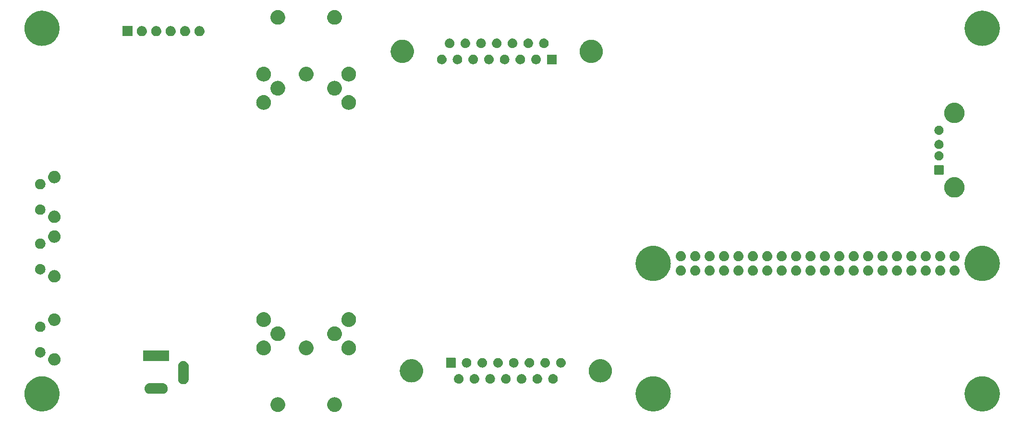
<source format=gbr>
%TF.GenerationSoftware,KiCad,Pcbnew,8.0.6*%
%TF.CreationDate,2024-10-18T08:00:21+02:00*%
%TF.ProjectId,key800,6b657938-3030-42e6-9b69-6361645f7063,1.06*%
%TF.SameCoordinates,Original*%
%TF.FileFunction,Soldermask,Bot*%
%TF.FilePolarity,Negative*%
%FSLAX46Y46*%
G04 Gerber Fmt 4.6, Leading zero omitted, Abs format (unit mm)*
G04 Created by KiCad (PCBNEW 8.0.6) date 2024-10-18 08:00:21*
%MOMM*%
%LPD*%
G01*
G04 APERTURE LIST*
G04 APERTURE END LIST*
G36*
X-1141444Y-76936623D02*
G01*
X-1092702Y-76936623D01*
X-1038983Y-76945587D01*
X-974257Y-76951250D01*
X-923427Y-76964870D01*
X-881041Y-76971943D01*
X-824181Y-76991463D01*
X-755374Y-77009900D01*
X-713226Y-77029554D01*
X-678070Y-77041623D01*
X-620311Y-77072880D01*
X-550000Y-77105667D01*
X-516900Y-77128843D01*
X-489341Y-77143758D01*
X-433243Y-77187421D01*
X-364376Y-77235642D01*
X-340104Y-77259914D01*
X-319997Y-77275564D01*
X-268350Y-77331668D01*
X-204142Y-77395876D01*
X-187934Y-77419023D01*
X-174661Y-77433442D01*
X-130374Y-77501228D01*
X-74167Y-77581500D01*
X-64788Y-77601615D01*
X-57287Y-77613095D01*
X-23243Y-77690708D01*
X21600Y-77786874D01*
X25776Y-77802459D01*
X28914Y-77809613D01*
X49924Y-77892579D01*
X80250Y-78005757D01*
X81129Y-78015806D01*
X81593Y-78017638D01*
X87028Y-78083240D01*
X100000Y-78231500D01*
X87027Y-78379771D01*
X81593Y-78445361D01*
X81129Y-78447191D01*
X80250Y-78457243D01*
X49919Y-78570437D01*
X28914Y-78653386D01*
X25776Y-78660538D01*
X21600Y-78676126D01*
X-23250Y-78772306D01*
X-57287Y-78849904D01*
X-64786Y-78861381D01*
X-74167Y-78881500D01*
X-130384Y-78961785D01*
X-174661Y-79029557D01*
X-187931Y-79043971D01*
X-204142Y-79067124D01*
X-268362Y-79131343D01*
X-319997Y-79187435D01*
X-340100Y-79203081D01*
X-364376Y-79227358D01*
X-433256Y-79275587D01*
X-489341Y-79319241D01*
X-516894Y-79334151D01*
X-550000Y-79357333D01*
X-620325Y-79390125D01*
X-678070Y-79421376D01*
X-713218Y-79433442D01*
X-755374Y-79453100D01*
X-824195Y-79471540D01*
X-881041Y-79491056D01*
X-923419Y-79498127D01*
X-974257Y-79511750D01*
X-1038986Y-79517413D01*
X-1092702Y-79526377D01*
X-1141444Y-79526377D01*
X-1200000Y-79531500D01*
X-1258556Y-79526377D01*
X-1307298Y-79526377D01*
X-1361016Y-79517412D01*
X-1425743Y-79511750D01*
X-1476581Y-79498128D01*
X-1518960Y-79491056D01*
X-1575811Y-79471539D01*
X-1644626Y-79453100D01*
X-1686781Y-79433443D01*
X-1721931Y-79421376D01*
X-1779683Y-79390122D01*
X-1850000Y-79357333D01*
X-1883103Y-79334154D01*
X-1910660Y-79319241D01*
X-1966755Y-79275580D01*
X-2035624Y-79227358D01*
X-2059898Y-79203084D01*
X-2080004Y-79187435D01*
X-2131652Y-79131330D01*
X-2195858Y-79067124D01*
X-2212067Y-79043976D01*
X-2225340Y-79029557D01*
X-2269632Y-78961763D01*
X-2325833Y-78881500D01*
X-2335212Y-78861386D01*
X-2342714Y-78849904D01*
X-2376768Y-78772270D01*
X-2421600Y-78676126D01*
X-2425776Y-78660543D01*
X-2428915Y-78653386D01*
X-2449938Y-78570369D01*
X-2480250Y-78457243D01*
X-2481129Y-78447197D01*
X-2481594Y-78445361D01*
X-2487047Y-78379555D01*
X-2500000Y-78231500D01*
X-2487048Y-78083456D01*
X-2481594Y-78017638D01*
X-2481129Y-78015800D01*
X-2480250Y-78005757D01*
X-2449943Y-77892647D01*
X-2428915Y-77809613D01*
X-2425775Y-77802453D01*
X-2421600Y-77786874D01*
X-2376775Y-77690745D01*
X-2342714Y-77613095D01*
X-2335211Y-77601609D01*
X-2325833Y-77581500D01*
X-2269642Y-77501250D01*
X-2225340Y-77433442D01*
X-2212064Y-77419019D01*
X-2195858Y-77395876D01*
X-2131664Y-77331681D01*
X-2080004Y-77275564D01*
X-2059893Y-77259910D01*
X-2035624Y-77235642D01*
X-1966768Y-77187428D01*
X-1910660Y-77143758D01*
X-1883097Y-77128841D01*
X-1850000Y-77105667D01*
X-1779697Y-77072883D01*
X-1721931Y-77041623D01*
X-1686772Y-77029552D01*
X-1644626Y-77009900D01*
X-1575824Y-76991464D01*
X-1518960Y-76971943D01*
X-1476573Y-76964869D01*
X-1425743Y-76951250D01*
X-1361019Y-76945587D01*
X-1307298Y-76936623D01*
X-1258556Y-76936623D01*
X-1200000Y-76931500D01*
X-1141444Y-76936623D01*
G37*
G36*
X8858556Y-76936623D02*
G01*
X8907298Y-76936623D01*
X8961017Y-76945587D01*
X9025743Y-76951250D01*
X9076573Y-76964870D01*
X9118959Y-76971943D01*
X9175819Y-76991463D01*
X9244626Y-77009900D01*
X9286774Y-77029554D01*
X9321930Y-77041623D01*
X9379689Y-77072880D01*
X9450000Y-77105667D01*
X9483100Y-77128843D01*
X9510659Y-77143758D01*
X9566757Y-77187421D01*
X9635624Y-77235642D01*
X9659896Y-77259914D01*
X9680003Y-77275564D01*
X9731650Y-77331668D01*
X9795858Y-77395876D01*
X9812066Y-77419023D01*
X9825339Y-77433442D01*
X9869626Y-77501228D01*
X9925833Y-77581500D01*
X9935212Y-77601615D01*
X9942713Y-77613095D01*
X9976757Y-77690708D01*
X10021600Y-77786874D01*
X10025776Y-77802459D01*
X10028914Y-77809613D01*
X10049924Y-77892579D01*
X10080250Y-78005757D01*
X10081129Y-78015806D01*
X10081593Y-78017638D01*
X10087028Y-78083240D01*
X10100000Y-78231500D01*
X10087027Y-78379771D01*
X10081593Y-78445361D01*
X10081129Y-78447191D01*
X10080250Y-78457243D01*
X10049919Y-78570437D01*
X10028914Y-78653386D01*
X10025776Y-78660538D01*
X10021600Y-78676126D01*
X9976750Y-78772306D01*
X9942713Y-78849904D01*
X9935214Y-78861381D01*
X9925833Y-78881500D01*
X9869616Y-78961785D01*
X9825339Y-79029557D01*
X9812069Y-79043971D01*
X9795858Y-79067124D01*
X9731638Y-79131343D01*
X9680003Y-79187435D01*
X9659900Y-79203081D01*
X9635624Y-79227358D01*
X9566744Y-79275587D01*
X9510659Y-79319241D01*
X9483106Y-79334151D01*
X9450000Y-79357333D01*
X9379675Y-79390125D01*
X9321930Y-79421376D01*
X9286782Y-79433442D01*
X9244626Y-79453100D01*
X9175805Y-79471540D01*
X9118959Y-79491056D01*
X9076581Y-79498127D01*
X9025743Y-79511750D01*
X8961014Y-79517413D01*
X8907298Y-79526377D01*
X8858556Y-79526377D01*
X8800000Y-79531500D01*
X8741444Y-79526377D01*
X8692702Y-79526377D01*
X8638984Y-79517412D01*
X8574257Y-79511750D01*
X8523419Y-79498128D01*
X8481040Y-79491056D01*
X8424189Y-79471539D01*
X8355374Y-79453100D01*
X8313219Y-79433443D01*
X8278069Y-79421376D01*
X8220317Y-79390122D01*
X8150000Y-79357333D01*
X8116897Y-79334154D01*
X8089340Y-79319241D01*
X8033245Y-79275580D01*
X7964376Y-79227358D01*
X7940102Y-79203084D01*
X7919996Y-79187435D01*
X7868348Y-79131330D01*
X7804142Y-79067124D01*
X7787933Y-79043976D01*
X7774660Y-79029557D01*
X7730368Y-78961763D01*
X7674167Y-78881500D01*
X7664788Y-78861386D01*
X7657286Y-78849904D01*
X7623232Y-78772270D01*
X7578400Y-78676126D01*
X7574224Y-78660543D01*
X7571085Y-78653386D01*
X7550062Y-78570369D01*
X7519750Y-78457243D01*
X7518871Y-78447197D01*
X7518406Y-78445361D01*
X7512953Y-78379555D01*
X7500000Y-78231500D01*
X7512952Y-78083456D01*
X7518406Y-78017638D01*
X7518871Y-78015800D01*
X7519750Y-78005757D01*
X7550057Y-77892647D01*
X7571085Y-77809613D01*
X7574225Y-77802453D01*
X7578400Y-77786874D01*
X7623225Y-77690745D01*
X7657286Y-77613095D01*
X7664789Y-77601609D01*
X7674167Y-77581500D01*
X7730358Y-77501250D01*
X7774660Y-77433442D01*
X7787936Y-77419019D01*
X7804142Y-77395876D01*
X7868336Y-77331681D01*
X7919996Y-77275564D01*
X7940107Y-77259910D01*
X7964376Y-77235642D01*
X8033232Y-77187428D01*
X8089340Y-77143758D01*
X8116903Y-77128841D01*
X8150000Y-77105667D01*
X8220303Y-77072883D01*
X8278069Y-77041623D01*
X8313228Y-77029552D01*
X8355374Y-77009900D01*
X8424176Y-76991464D01*
X8481040Y-76971943D01*
X8523427Y-76964869D01*
X8574257Y-76951250D01*
X8638981Y-76945587D01*
X8692702Y-76936623D01*
X8741444Y-76936623D01*
X8800000Y-76931500D01*
X8858556Y-76936623D01*
G37*
G36*
X-42685815Y-73233880D02*
G01*
X-42604188Y-73233880D01*
X-42517029Y-73243358D01*
X-42424910Y-73248532D01*
X-42345688Y-73261992D01*
X-42270520Y-73270167D01*
X-42178978Y-73290317D01*
X-42082185Y-73306763D01*
X-42010685Y-73327362D01*
X-41942745Y-73342317D01*
X-41848187Y-73374177D01*
X-41748135Y-73403002D01*
X-41684899Y-73429195D01*
X-41624675Y-73449487D01*
X-41528594Y-73493939D01*
X-41426960Y-73536037D01*
X-41372283Y-73566256D01*
X-41320077Y-73590409D01*
X-41224156Y-73648123D01*
X-41122701Y-73704195D01*
X-41076610Y-73736898D01*
X-41032484Y-73763448D01*
X-40938506Y-73834888D01*
X-40839182Y-73905362D01*
X-40801499Y-73939038D01*
X-40765290Y-73966563D01*
X-40675122Y-74051975D01*
X-40579969Y-74137009D01*
X-40550274Y-74170238D01*
X-40521630Y-74197371D01*
X-40437235Y-74296728D01*
X-40348322Y-74396222D01*
X-40325991Y-74427695D01*
X-40304347Y-74453176D01*
X-40227678Y-74566254D01*
X-40147155Y-74679741D01*
X-40131383Y-74708279D01*
X-40115991Y-74730980D01*
X-40048988Y-74857362D01*
X-39978997Y-74984000D01*
X-39968813Y-75008586D01*
X-39958783Y-75027505D01*
X-39903379Y-75166559D01*
X-39845962Y-75305175D01*
X-39840253Y-75324992D01*
X-39834554Y-75339295D01*
X-39792632Y-75490287D01*
X-39749723Y-75639225D01*
X-39747269Y-75653673D01*
X-39744763Y-75662696D01*
X-39718049Y-75825651D01*
X-39691492Y-75981950D01*
X-39691007Y-75990601D01*
X-39690466Y-75993896D01*
X-39680541Y-76176967D01*
X-39672000Y-76329040D01*
X-39680541Y-76481125D01*
X-39690466Y-76664183D01*
X-39691007Y-76667477D01*
X-39691492Y-76676130D01*
X-39718053Y-76832456D01*
X-39744763Y-76995383D01*
X-39747268Y-77004404D01*
X-39749723Y-77018855D01*
X-39792640Y-77167818D01*
X-39834554Y-77318784D01*
X-39840252Y-77333083D01*
X-39845962Y-77352905D01*
X-39903389Y-77491545D01*
X-39958783Y-77630574D01*
X-39968811Y-77649488D01*
X-39978997Y-77674080D01*
X-40049001Y-77800741D01*
X-40115991Y-77927099D01*
X-40131380Y-77949795D01*
X-40147155Y-77978339D01*
X-40227694Y-78091847D01*
X-40304347Y-78204903D01*
X-40325987Y-78230378D01*
X-40348322Y-78261858D01*
X-40437253Y-78361370D01*
X-40521630Y-78460708D01*
X-40550268Y-78487834D01*
X-40579969Y-78521071D01*
X-40675141Y-78606121D01*
X-40765290Y-78691516D01*
X-40801491Y-78719034D01*
X-40839182Y-78752718D01*
X-40938526Y-78823205D01*
X-41032484Y-78894631D01*
X-41076601Y-78921175D01*
X-41122701Y-78953885D01*
X-41224176Y-79009967D01*
X-41320077Y-79067670D01*
X-41372272Y-79091817D01*
X-41426960Y-79122043D01*
X-41528614Y-79164149D01*
X-41624675Y-79208592D01*
X-41684886Y-79228879D01*
X-41748135Y-79255078D01*
X-41848207Y-79283908D01*
X-41942745Y-79315762D01*
X-42010670Y-79330713D01*
X-42082185Y-79351317D01*
X-42178998Y-79367765D01*
X-42270520Y-79387912D01*
X-42345675Y-79396085D01*
X-42424910Y-79409548D01*
X-42517034Y-79414721D01*
X-42604188Y-79424200D01*
X-42685815Y-79424200D01*
X-42772000Y-79429040D01*
X-42858185Y-79424200D01*
X-42939812Y-79424200D01*
X-43026968Y-79414721D01*
X-43119090Y-79409548D01*
X-43198325Y-79396085D01*
X-43273481Y-79387912D01*
X-43365007Y-79367765D01*
X-43461815Y-79351317D01*
X-43533327Y-79330714D01*
X-43601256Y-79315762D01*
X-43695801Y-79283906D01*
X-43795865Y-79255078D01*
X-43859110Y-79228881D01*
X-43919326Y-79208592D01*
X-44015396Y-79164145D01*
X-44117040Y-79122043D01*
X-44171724Y-79091820D01*
X-44223924Y-79067670D01*
X-44319837Y-79009961D01*
X-44421299Y-78953885D01*
X-44467394Y-78921178D01*
X-44511517Y-78894631D01*
X-44605490Y-78823195D01*
X-44704818Y-78752718D01*
X-44742504Y-78719040D01*
X-44778711Y-78691516D01*
X-44868878Y-78606105D01*
X-44964031Y-78521071D01*
X-44993728Y-78487841D01*
X-45022371Y-78460708D01*
X-45106769Y-78361348D01*
X-45195678Y-78261858D01*
X-45218009Y-78230385D01*
X-45239654Y-78204903D01*
X-45316330Y-78091815D01*
X-45396845Y-77978339D01*
X-45412617Y-77949802D01*
X-45428010Y-77927099D01*
X-45495025Y-77800696D01*
X-45565003Y-77674080D01*
X-45575186Y-77649497D01*
X-45585218Y-77630574D01*
X-45640638Y-77491481D01*
X-45698038Y-77352905D01*
X-45703746Y-77333092D01*
X-45709447Y-77318784D01*
X-45751389Y-77167723D01*
X-45794277Y-77018855D01*
X-45796731Y-77004413D01*
X-45799238Y-76995383D01*
X-45825976Y-76832288D01*
X-45852508Y-76676130D01*
X-45852994Y-76667486D01*
X-45853535Y-76664183D01*
X-45863489Y-76480609D01*
X-45872000Y-76329040D01*
X-45863489Y-76177482D01*
X-45853535Y-75993896D01*
X-45852994Y-75990591D01*
X-45852508Y-75981950D01*
X-45825981Y-75825818D01*
X-45799238Y-75662696D01*
X-45796731Y-75653663D01*
X-45794277Y-75639225D01*
X-45751397Y-75490383D01*
X-45709447Y-75339295D01*
X-45703745Y-75324983D01*
X-45698038Y-75305175D01*
X-45640649Y-75166623D01*
X-45585218Y-75027505D01*
X-45575184Y-75008578D01*
X-45565003Y-74984000D01*
X-45495038Y-74857406D01*
X-45428010Y-74730980D01*
X-45412614Y-74708271D01*
X-45396845Y-74679741D01*
X-45316345Y-74566286D01*
X-45239654Y-74453176D01*
X-45218005Y-74427687D01*
X-45195678Y-74396222D01*
X-45106786Y-74296750D01*
X-45022371Y-74197371D01*
X-44993722Y-74170232D01*
X-44964031Y-74137009D01*
X-44868896Y-74051991D01*
X-44778711Y-73966563D01*
X-44742497Y-73939033D01*
X-44704818Y-73905362D01*
X-44605510Y-73834898D01*
X-44511517Y-73763448D01*
X-44467385Y-73736894D01*
X-44421299Y-73704195D01*
X-44319858Y-73648130D01*
X-44223924Y-73590409D01*
X-44171713Y-73566253D01*
X-44117040Y-73536037D01*
X-44015417Y-73493943D01*
X-43919326Y-73449487D01*
X-43859097Y-73429193D01*
X-43795865Y-73403002D01*
X-43695821Y-73374179D01*
X-43601256Y-73342317D01*
X-43533313Y-73327361D01*
X-43461815Y-73306763D01*
X-43365027Y-73290318D01*
X-43273481Y-73270167D01*
X-43198312Y-73261992D01*
X-43119090Y-73248532D01*
X-43026973Y-73243358D01*
X-42939812Y-73233880D01*
X-42858185Y-73233880D01*
X-42772000Y-73229040D01*
X-42685815Y-73233880D01*
G37*
G36*
X65058185Y-73233880D02*
G01*
X65139812Y-73233880D01*
X65226971Y-73243358D01*
X65319090Y-73248532D01*
X65398312Y-73261992D01*
X65473480Y-73270167D01*
X65565022Y-73290317D01*
X65661815Y-73306763D01*
X65733315Y-73327362D01*
X65801255Y-73342317D01*
X65895813Y-73374177D01*
X65995865Y-73403002D01*
X66059101Y-73429195D01*
X66119325Y-73449487D01*
X66215406Y-73493939D01*
X66317040Y-73536037D01*
X66371717Y-73566256D01*
X66423923Y-73590409D01*
X66519844Y-73648123D01*
X66621299Y-73704195D01*
X66667390Y-73736898D01*
X66711516Y-73763448D01*
X66805494Y-73834888D01*
X66904818Y-73905362D01*
X66942501Y-73939038D01*
X66978710Y-73966563D01*
X67068878Y-74051975D01*
X67164031Y-74137009D01*
X67193726Y-74170238D01*
X67222370Y-74197371D01*
X67306765Y-74296728D01*
X67395678Y-74396222D01*
X67418009Y-74427695D01*
X67439653Y-74453176D01*
X67516322Y-74566254D01*
X67596845Y-74679741D01*
X67612617Y-74708279D01*
X67628009Y-74730980D01*
X67695012Y-74857362D01*
X67765003Y-74984000D01*
X67775187Y-75008586D01*
X67785217Y-75027505D01*
X67840621Y-75166559D01*
X67898038Y-75305175D01*
X67903747Y-75324992D01*
X67909446Y-75339295D01*
X67951368Y-75490287D01*
X67994277Y-75639225D01*
X67996731Y-75653673D01*
X67999237Y-75662696D01*
X68025951Y-75825651D01*
X68052508Y-75981950D01*
X68052993Y-75990601D01*
X68053534Y-75993896D01*
X68063459Y-76176967D01*
X68072000Y-76329040D01*
X68063459Y-76481125D01*
X68053534Y-76664183D01*
X68052993Y-76667477D01*
X68052508Y-76676130D01*
X68025947Y-76832456D01*
X67999237Y-76995383D01*
X67996732Y-77004404D01*
X67994277Y-77018855D01*
X67951360Y-77167818D01*
X67909446Y-77318784D01*
X67903748Y-77333083D01*
X67898038Y-77352905D01*
X67840611Y-77491545D01*
X67785217Y-77630574D01*
X67775189Y-77649488D01*
X67765003Y-77674080D01*
X67694999Y-77800741D01*
X67628009Y-77927099D01*
X67612620Y-77949795D01*
X67596845Y-77978339D01*
X67516306Y-78091847D01*
X67439653Y-78204903D01*
X67418013Y-78230378D01*
X67395678Y-78261858D01*
X67306747Y-78361370D01*
X67222370Y-78460708D01*
X67193732Y-78487834D01*
X67164031Y-78521071D01*
X67068859Y-78606121D01*
X66978710Y-78691516D01*
X66942509Y-78719034D01*
X66904818Y-78752718D01*
X66805474Y-78823205D01*
X66711516Y-78894631D01*
X66667399Y-78921175D01*
X66621299Y-78953885D01*
X66519824Y-79009967D01*
X66423923Y-79067670D01*
X66371728Y-79091817D01*
X66317040Y-79122043D01*
X66215386Y-79164149D01*
X66119325Y-79208592D01*
X66059114Y-79228879D01*
X65995865Y-79255078D01*
X65895793Y-79283908D01*
X65801255Y-79315762D01*
X65733330Y-79330713D01*
X65661815Y-79351317D01*
X65565002Y-79367765D01*
X65473480Y-79387912D01*
X65398325Y-79396085D01*
X65319090Y-79409548D01*
X65226966Y-79414721D01*
X65139812Y-79424200D01*
X65058185Y-79424200D01*
X64972000Y-79429040D01*
X64885815Y-79424200D01*
X64804188Y-79424200D01*
X64717032Y-79414721D01*
X64624910Y-79409548D01*
X64545675Y-79396085D01*
X64470519Y-79387912D01*
X64378993Y-79367765D01*
X64282185Y-79351317D01*
X64210673Y-79330714D01*
X64142744Y-79315762D01*
X64048199Y-79283906D01*
X63948135Y-79255078D01*
X63884890Y-79228881D01*
X63824674Y-79208592D01*
X63728604Y-79164145D01*
X63626960Y-79122043D01*
X63572276Y-79091820D01*
X63520076Y-79067670D01*
X63424163Y-79009961D01*
X63322701Y-78953885D01*
X63276606Y-78921178D01*
X63232483Y-78894631D01*
X63138510Y-78823195D01*
X63039182Y-78752718D01*
X63001496Y-78719040D01*
X62965289Y-78691516D01*
X62875122Y-78606105D01*
X62779969Y-78521071D01*
X62750272Y-78487841D01*
X62721629Y-78460708D01*
X62637231Y-78361348D01*
X62548322Y-78261858D01*
X62525991Y-78230385D01*
X62504346Y-78204903D01*
X62427670Y-78091815D01*
X62347155Y-77978339D01*
X62331383Y-77949802D01*
X62315990Y-77927099D01*
X62248975Y-77800696D01*
X62178997Y-77674080D01*
X62168814Y-77649497D01*
X62158782Y-77630574D01*
X62103362Y-77491481D01*
X62045962Y-77352905D01*
X62040254Y-77333092D01*
X62034553Y-77318784D01*
X61992611Y-77167723D01*
X61949723Y-77018855D01*
X61947269Y-77004413D01*
X61944762Y-76995383D01*
X61918024Y-76832288D01*
X61891492Y-76676130D01*
X61891006Y-76667486D01*
X61890465Y-76664183D01*
X61880511Y-76480609D01*
X61872000Y-76329040D01*
X61880511Y-76177482D01*
X61890465Y-75993896D01*
X61891006Y-75990591D01*
X61891492Y-75981950D01*
X61918019Y-75825818D01*
X61944762Y-75662696D01*
X61947269Y-75653663D01*
X61949723Y-75639225D01*
X61992603Y-75490383D01*
X62034553Y-75339295D01*
X62040255Y-75324983D01*
X62045962Y-75305175D01*
X62103351Y-75166623D01*
X62158782Y-75027505D01*
X62168816Y-75008578D01*
X62178997Y-74984000D01*
X62248962Y-74857406D01*
X62315990Y-74730980D01*
X62331386Y-74708271D01*
X62347155Y-74679741D01*
X62427655Y-74566286D01*
X62504346Y-74453176D01*
X62525995Y-74427687D01*
X62548322Y-74396222D01*
X62637214Y-74296750D01*
X62721629Y-74197371D01*
X62750278Y-74170232D01*
X62779969Y-74137009D01*
X62875104Y-74051991D01*
X62965289Y-73966563D01*
X63001503Y-73939033D01*
X63039182Y-73905362D01*
X63138490Y-73834898D01*
X63232483Y-73763448D01*
X63276615Y-73736894D01*
X63322701Y-73704195D01*
X63424142Y-73648130D01*
X63520076Y-73590409D01*
X63572287Y-73566253D01*
X63626960Y-73536037D01*
X63728583Y-73493943D01*
X63824674Y-73449487D01*
X63884903Y-73429193D01*
X63948135Y-73403002D01*
X64048179Y-73374179D01*
X64142744Y-73342317D01*
X64210687Y-73327361D01*
X64282185Y-73306763D01*
X64378973Y-73290318D01*
X64470519Y-73270167D01*
X64545688Y-73261992D01*
X64624910Y-73248532D01*
X64717027Y-73243358D01*
X64804188Y-73233880D01*
X64885815Y-73233880D01*
X64972000Y-73229040D01*
X65058185Y-73233880D01*
G37*
G36*
X123058185Y-73233880D02*
G01*
X123139812Y-73233880D01*
X123226971Y-73243358D01*
X123319090Y-73248532D01*
X123398312Y-73261992D01*
X123473480Y-73270167D01*
X123565022Y-73290317D01*
X123661815Y-73306763D01*
X123733315Y-73327362D01*
X123801255Y-73342317D01*
X123895813Y-73374177D01*
X123995865Y-73403002D01*
X124059101Y-73429195D01*
X124119325Y-73449487D01*
X124215406Y-73493939D01*
X124317040Y-73536037D01*
X124371717Y-73566256D01*
X124423923Y-73590409D01*
X124519844Y-73648123D01*
X124621299Y-73704195D01*
X124667390Y-73736898D01*
X124711516Y-73763448D01*
X124805494Y-73834888D01*
X124904818Y-73905362D01*
X124942501Y-73939038D01*
X124978710Y-73966563D01*
X125068878Y-74051975D01*
X125164031Y-74137009D01*
X125193726Y-74170238D01*
X125222370Y-74197371D01*
X125306765Y-74296728D01*
X125395678Y-74396222D01*
X125418009Y-74427695D01*
X125439653Y-74453176D01*
X125516322Y-74566254D01*
X125596845Y-74679741D01*
X125612617Y-74708279D01*
X125628009Y-74730980D01*
X125695012Y-74857362D01*
X125765003Y-74984000D01*
X125775187Y-75008586D01*
X125785217Y-75027505D01*
X125840621Y-75166559D01*
X125898038Y-75305175D01*
X125903747Y-75324992D01*
X125909446Y-75339295D01*
X125951368Y-75490287D01*
X125994277Y-75639225D01*
X125996731Y-75653673D01*
X125999237Y-75662696D01*
X126025951Y-75825651D01*
X126052508Y-75981950D01*
X126052993Y-75990601D01*
X126053534Y-75993896D01*
X126063459Y-76176967D01*
X126072000Y-76329040D01*
X126063459Y-76481125D01*
X126053534Y-76664183D01*
X126052993Y-76667477D01*
X126052508Y-76676130D01*
X126025947Y-76832456D01*
X125999237Y-76995383D01*
X125996732Y-77004404D01*
X125994277Y-77018855D01*
X125951360Y-77167818D01*
X125909446Y-77318784D01*
X125903748Y-77333083D01*
X125898038Y-77352905D01*
X125840611Y-77491545D01*
X125785217Y-77630574D01*
X125775189Y-77649488D01*
X125765003Y-77674080D01*
X125694999Y-77800741D01*
X125628009Y-77927099D01*
X125612620Y-77949795D01*
X125596845Y-77978339D01*
X125516306Y-78091847D01*
X125439653Y-78204903D01*
X125418013Y-78230378D01*
X125395678Y-78261858D01*
X125306747Y-78361370D01*
X125222370Y-78460708D01*
X125193732Y-78487834D01*
X125164031Y-78521071D01*
X125068859Y-78606121D01*
X124978710Y-78691516D01*
X124942509Y-78719034D01*
X124904818Y-78752718D01*
X124805474Y-78823205D01*
X124711516Y-78894631D01*
X124667399Y-78921175D01*
X124621299Y-78953885D01*
X124519824Y-79009967D01*
X124423923Y-79067670D01*
X124371728Y-79091817D01*
X124317040Y-79122043D01*
X124215386Y-79164149D01*
X124119325Y-79208592D01*
X124059114Y-79228879D01*
X123995865Y-79255078D01*
X123895793Y-79283908D01*
X123801255Y-79315762D01*
X123733330Y-79330713D01*
X123661815Y-79351317D01*
X123565002Y-79367765D01*
X123473480Y-79387912D01*
X123398325Y-79396085D01*
X123319090Y-79409548D01*
X123226966Y-79414721D01*
X123139812Y-79424200D01*
X123058185Y-79424200D01*
X122972000Y-79429040D01*
X122885815Y-79424200D01*
X122804188Y-79424200D01*
X122717032Y-79414721D01*
X122624910Y-79409548D01*
X122545675Y-79396085D01*
X122470519Y-79387912D01*
X122378993Y-79367765D01*
X122282185Y-79351317D01*
X122210673Y-79330714D01*
X122142744Y-79315762D01*
X122048199Y-79283906D01*
X121948135Y-79255078D01*
X121884890Y-79228881D01*
X121824674Y-79208592D01*
X121728604Y-79164145D01*
X121626960Y-79122043D01*
X121572276Y-79091820D01*
X121520076Y-79067670D01*
X121424163Y-79009961D01*
X121322701Y-78953885D01*
X121276606Y-78921178D01*
X121232483Y-78894631D01*
X121138510Y-78823195D01*
X121039182Y-78752718D01*
X121001496Y-78719040D01*
X120965289Y-78691516D01*
X120875122Y-78606105D01*
X120779969Y-78521071D01*
X120750272Y-78487841D01*
X120721629Y-78460708D01*
X120637231Y-78361348D01*
X120548322Y-78261858D01*
X120525991Y-78230385D01*
X120504346Y-78204903D01*
X120427670Y-78091815D01*
X120347155Y-77978339D01*
X120331383Y-77949802D01*
X120315990Y-77927099D01*
X120248975Y-77800696D01*
X120178997Y-77674080D01*
X120168814Y-77649497D01*
X120158782Y-77630574D01*
X120103362Y-77491481D01*
X120045962Y-77352905D01*
X120040254Y-77333092D01*
X120034553Y-77318784D01*
X119992611Y-77167723D01*
X119949723Y-77018855D01*
X119947269Y-77004413D01*
X119944762Y-76995383D01*
X119918024Y-76832288D01*
X119891492Y-76676130D01*
X119891006Y-76667486D01*
X119890465Y-76664183D01*
X119880511Y-76480609D01*
X119872000Y-76329040D01*
X119880511Y-76177482D01*
X119890465Y-75993896D01*
X119891006Y-75990591D01*
X119891492Y-75981950D01*
X119918019Y-75825818D01*
X119944762Y-75662696D01*
X119947269Y-75653663D01*
X119949723Y-75639225D01*
X119992603Y-75490383D01*
X120034553Y-75339295D01*
X120040255Y-75324983D01*
X120045962Y-75305175D01*
X120103351Y-75166623D01*
X120158782Y-75027505D01*
X120168816Y-75008578D01*
X120178997Y-74984000D01*
X120248962Y-74857406D01*
X120315990Y-74730980D01*
X120331386Y-74708271D01*
X120347155Y-74679741D01*
X120427655Y-74566286D01*
X120504346Y-74453176D01*
X120525995Y-74427687D01*
X120548322Y-74396222D01*
X120637214Y-74296750D01*
X120721629Y-74197371D01*
X120750278Y-74170232D01*
X120779969Y-74137009D01*
X120875104Y-74051991D01*
X120965289Y-73966563D01*
X121001503Y-73939033D01*
X121039182Y-73905362D01*
X121138490Y-73834898D01*
X121232483Y-73763448D01*
X121276615Y-73736894D01*
X121322701Y-73704195D01*
X121424142Y-73648130D01*
X121520076Y-73590409D01*
X121572287Y-73566253D01*
X121626960Y-73536037D01*
X121728583Y-73493943D01*
X121824674Y-73449487D01*
X121884903Y-73429193D01*
X121948135Y-73403002D01*
X122048179Y-73374179D01*
X122142744Y-73342317D01*
X122210687Y-73327361D01*
X122282185Y-73306763D01*
X122378973Y-73290318D01*
X122470519Y-73270167D01*
X122545688Y-73261992D01*
X122624910Y-73248532D01*
X122717027Y-73243358D01*
X122804188Y-73233880D01*
X122885815Y-73233880D01*
X122972000Y-73229040D01*
X123058185Y-73233880D01*
G37*
G36*
X-21534329Y-74450769D02*
G01*
X-21479411Y-74452927D01*
X-21474458Y-74453711D01*
X-21456884Y-74454575D01*
X-21409504Y-74463999D01*
X-21328371Y-74476850D01*
X-21302279Y-74485327D01*
X-21274230Y-74490907D01*
X-21234651Y-74507301D01*
X-21186685Y-74522886D01*
X-21141750Y-74545781D01*
X-21102173Y-74562175D01*
X-21078394Y-74578063D01*
X-21053951Y-74590518D01*
X-20987513Y-74638788D01*
X-20947326Y-74665640D01*
X-20938749Y-74674217D01*
X-20933428Y-74678083D01*
X-20828084Y-74783427D01*
X-20824219Y-74788747D01*
X-20815640Y-74797326D01*
X-20788786Y-74837517D01*
X-20740519Y-74903950D01*
X-20728066Y-74928390D01*
X-20712175Y-74952173D01*
X-20695780Y-74991755D01*
X-20672887Y-75036684D01*
X-20657305Y-75084643D01*
X-20640907Y-75124230D01*
X-20635327Y-75152284D01*
X-20626851Y-75178370D01*
X-20614004Y-75259483D01*
X-20604575Y-75306884D01*
X-20604575Y-75319011D01*
X-20603545Y-75325514D01*
X-20603545Y-75474485D01*
X-20604575Y-75480987D01*
X-20604575Y-75493116D01*
X-20614005Y-75540520D01*
X-20626851Y-75621629D01*
X-20635327Y-75647713D01*
X-20640907Y-75675770D01*
X-20657306Y-75715360D01*
X-20672887Y-75763315D01*
X-20695778Y-75808239D01*
X-20712175Y-75847827D01*
X-20728068Y-75871612D01*
X-20740519Y-75896049D01*
X-20788778Y-75962470D01*
X-20815640Y-76002674D01*
X-20824221Y-76011254D01*
X-20828084Y-76016572D01*
X-20933428Y-76121916D01*
X-20938746Y-76125779D01*
X-20947326Y-76134360D01*
X-20987530Y-76161222D01*
X-21053951Y-76209481D01*
X-21078388Y-76221932D01*
X-21102173Y-76237825D01*
X-21141761Y-76254222D01*
X-21186685Y-76277113D01*
X-21234640Y-76292694D01*
X-21274230Y-76309093D01*
X-21302287Y-76314673D01*
X-21328371Y-76323149D01*
X-21409479Y-76335995D01*
X-21456884Y-76345425D01*
X-21474467Y-76346288D01*
X-21479411Y-76347072D01*
X-21534302Y-76349228D01*
X-21550000Y-76350000D01*
X-21553932Y-76350000D01*
X-23746068Y-76350000D01*
X-23750000Y-76350000D01*
X-23765698Y-76349228D01*
X-23820590Y-76347072D01*
X-23825535Y-76346288D01*
X-23843116Y-76345425D01*
X-23890518Y-76335996D01*
X-23971630Y-76323149D01*
X-23997716Y-76314673D01*
X-24025770Y-76309093D01*
X-24065357Y-76292695D01*
X-24113316Y-76277113D01*
X-24158245Y-76254220D01*
X-24197827Y-76237825D01*
X-24221610Y-76221934D01*
X-24246050Y-76209481D01*
X-24312483Y-76161214D01*
X-24352674Y-76134360D01*
X-24361253Y-76125781D01*
X-24366573Y-76121916D01*
X-24471917Y-76016572D01*
X-24475783Y-76011251D01*
X-24484360Y-76002674D01*
X-24511212Y-75962487D01*
X-24559482Y-75896049D01*
X-24571937Y-75871606D01*
X-24587825Y-75847827D01*
X-24604219Y-75808250D01*
X-24627114Y-75763315D01*
X-24642699Y-75715349D01*
X-24659093Y-75675770D01*
X-24664673Y-75647721D01*
X-24673150Y-75621629D01*
X-24685998Y-75540509D01*
X-24695425Y-75493116D01*
X-24695425Y-75480988D01*
X-24696455Y-75474485D01*
X-24696455Y-75325514D01*
X-24695425Y-75319010D01*
X-24695425Y-75306884D01*
X-24685999Y-75259494D01*
X-24673150Y-75178370D01*
X-24664672Y-75152276D01*
X-24659093Y-75124230D01*
X-24642701Y-75084654D01*
X-24627114Y-75036684D01*
X-24604217Y-74991744D01*
X-24587825Y-74952173D01*
X-24571939Y-74928397D01*
X-24559482Y-74903950D01*
X-24511204Y-74837499D01*
X-24484360Y-74797326D01*
X-24475786Y-74788751D01*
X-24471917Y-74783427D01*
X-24366573Y-74678083D01*
X-24361249Y-74674214D01*
X-24352674Y-74665640D01*
X-24312501Y-74638796D01*
X-24246050Y-74590518D01*
X-24221603Y-74578061D01*
X-24197827Y-74562175D01*
X-24158256Y-74545783D01*
X-24113316Y-74522886D01*
X-24065346Y-74507299D01*
X-24025770Y-74490907D01*
X-23997724Y-74485328D01*
X-23971630Y-74476850D01*
X-23890493Y-74463998D01*
X-23843116Y-74454575D01*
X-23825544Y-74453711D01*
X-23820590Y-74452927D01*
X-23765671Y-74450769D01*
X-23750000Y-74450000D01*
X-21550000Y-74450000D01*
X-21534329Y-74450769D01*
G37*
G36*
X-17769012Y-70554575D02*
G01*
X-17756884Y-70554575D01*
X-17709491Y-70564002D01*
X-17628371Y-70576850D01*
X-17602279Y-70585327D01*
X-17574230Y-70590907D01*
X-17534651Y-70607301D01*
X-17486685Y-70622886D01*
X-17441750Y-70645781D01*
X-17402173Y-70662175D01*
X-17378394Y-70678063D01*
X-17353951Y-70690518D01*
X-17287513Y-70738788D01*
X-17247326Y-70765640D01*
X-17238749Y-70774217D01*
X-17233428Y-70778083D01*
X-17128084Y-70883427D01*
X-17124219Y-70888747D01*
X-17115640Y-70897326D01*
X-17088786Y-70937517D01*
X-17040519Y-71003950D01*
X-17028066Y-71028390D01*
X-17012175Y-71052173D01*
X-16995780Y-71091755D01*
X-16972887Y-71136684D01*
X-16957305Y-71184643D01*
X-16940907Y-71224230D01*
X-16935327Y-71252284D01*
X-16926851Y-71278370D01*
X-16914004Y-71359482D01*
X-16904575Y-71406884D01*
X-16903712Y-71424465D01*
X-16902928Y-71429410D01*
X-16900772Y-71484302D01*
X-16900000Y-71500000D01*
X-16900000Y-73700000D01*
X-16900772Y-73715701D01*
X-16902928Y-73770589D01*
X-16903712Y-73775533D01*
X-16904575Y-73793116D01*
X-16914005Y-73840521D01*
X-16926851Y-73921629D01*
X-16935327Y-73947713D01*
X-16940907Y-73975770D01*
X-16957306Y-74015360D01*
X-16972887Y-74063315D01*
X-16995778Y-74108239D01*
X-17012175Y-74147827D01*
X-17028068Y-74171612D01*
X-17040519Y-74196049D01*
X-17088778Y-74262470D01*
X-17115640Y-74302674D01*
X-17124221Y-74311254D01*
X-17128084Y-74316572D01*
X-17233428Y-74421916D01*
X-17238746Y-74425779D01*
X-17247326Y-74434360D01*
X-17287530Y-74461222D01*
X-17353951Y-74509481D01*
X-17378388Y-74521932D01*
X-17402173Y-74537825D01*
X-17441761Y-74554222D01*
X-17486685Y-74577113D01*
X-17534640Y-74592694D01*
X-17574230Y-74609093D01*
X-17602287Y-74614673D01*
X-17628371Y-74623149D01*
X-17709480Y-74635995D01*
X-17756884Y-74645425D01*
X-17769012Y-74645425D01*
X-17775515Y-74646455D01*
X-17924485Y-74646455D01*
X-17930988Y-74645425D01*
X-17943116Y-74645425D01*
X-17990519Y-74635996D01*
X-18071630Y-74623149D01*
X-18097716Y-74614673D01*
X-18125770Y-74609093D01*
X-18165357Y-74592695D01*
X-18213316Y-74577113D01*
X-18258245Y-74554220D01*
X-18297827Y-74537825D01*
X-18321610Y-74521934D01*
X-18346050Y-74509481D01*
X-18412483Y-74461214D01*
X-18452674Y-74434360D01*
X-18461253Y-74425781D01*
X-18466573Y-74421916D01*
X-18571917Y-74316572D01*
X-18575783Y-74311251D01*
X-18584360Y-74302674D01*
X-18611212Y-74262487D01*
X-18659482Y-74196049D01*
X-18671937Y-74171606D01*
X-18687825Y-74147827D01*
X-18704219Y-74108250D01*
X-18727114Y-74063315D01*
X-18742699Y-74015349D01*
X-18759093Y-73975770D01*
X-18764673Y-73947721D01*
X-18773150Y-73921629D01*
X-18786001Y-73840496D01*
X-18795425Y-73793116D01*
X-18796289Y-73775542D01*
X-18797073Y-73770589D01*
X-18799230Y-73715674D01*
X-18800000Y-73700000D01*
X-18800000Y-71500000D01*
X-18799231Y-71484329D01*
X-18797073Y-71429410D01*
X-18796289Y-71424456D01*
X-18795425Y-71406884D01*
X-18786002Y-71359507D01*
X-18773150Y-71278370D01*
X-18764672Y-71252276D01*
X-18759093Y-71224230D01*
X-18742701Y-71184654D01*
X-18727114Y-71136684D01*
X-18704217Y-71091744D01*
X-18687825Y-71052173D01*
X-18671939Y-71028397D01*
X-18659482Y-71003950D01*
X-18611204Y-70937499D01*
X-18584360Y-70897326D01*
X-18575786Y-70888751D01*
X-18571917Y-70883427D01*
X-18466573Y-70778083D01*
X-18461249Y-70774214D01*
X-18452674Y-70765640D01*
X-18412501Y-70738796D01*
X-18346050Y-70690518D01*
X-18321603Y-70678061D01*
X-18297827Y-70662175D01*
X-18258256Y-70645783D01*
X-18213316Y-70622886D01*
X-18165346Y-70607299D01*
X-18125770Y-70590907D01*
X-18097724Y-70585328D01*
X-18071630Y-70576850D01*
X-17990508Y-70564001D01*
X-17943116Y-70554575D01*
X-17930988Y-70554575D01*
X-17924485Y-70553545D01*
X-17775515Y-70553545D01*
X-17769012Y-70554575D01*
G37*
G36*
X30729455Y-72844656D02*
G01*
X30780849Y-72844656D01*
X30825225Y-72854088D01*
X30857638Y-72857281D01*
X30898361Y-72869634D01*
X30954664Y-72881602D01*
X30990691Y-72897642D01*
X31016911Y-72905596D01*
X31058571Y-72927864D01*
X31117000Y-72953878D01*
X31144168Y-72973617D01*
X31163696Y-72984055D01*
X31203533Y-73016748D01*
X31260761Y-73058327D01*
X31279339Y-73078960D01*
X31292356Y-73089643D01*
X31327336Y-73132266D01*
X31379664Y-73190383D01*
X31390657Y-73209424D01*
X31397944Y-73218303D01*
X31424896Y-73268727D01*
X31468514Y-73344274D01*
X31473530Y-73359714D01*
X31476403Y-73365088D01*
X31492242Y-73417304D01*
X31523425Y-73513275D01*
X31524522Y-73523716D01*
X31524718Y-73524361D01*
X31526620Y-73543677D01*
X31542000Y-73690000D01*
X31526619Y-73836336D01*
X31524718Y-73855638D01*
X31524522Y-73856282D01*
X31523425Y-73866725D01*
X31492238Y-73962709D01*
X31476403Y-74014911D01*
X31473531Y-74020282D01*
X31468514Y-74035726D01*
X31424889Y-74111284D01*
X31397944Y-74161696D01*
X31390659Y-74170571D01*
X31379664Y-74189617D01*
X31327327Y-74247743D01*
X31292356Y-74290356D01*
X31279343Y-74301035D01*
X31260761Y-74321673D01*
X31203522Y-74363259D01*
X31163696Y-74395944D01*
X31144174Y-74406378D01*
X31117000Y-74426122D01*
X31058559Y-74452140D01*
X31016911Y-74474403D01*
X30990698Y-74482354D01*
X30954664Y-74498398D01*
X30898350Y-74510367D01*
X30857638Y-74522718D01*
X30825234Y-74525909D01*
X30780849Y-74535344D01*
X30729445Y-74535344D01*
X30692000Y-74539032D01*
X30654555Y-74535344D01*
X30603151Y-74535344D01*
X30558766Y-74525909D01*
X30526361Y-74522718D01*
X30485645Y-74510367D01*
X30429336Y-74498398D01*
X30393303Y-74482355D01*
X30367088Y-74474403D01*
X30325434Y-74452138D01*
X30267000Y-74426122D01*
X30239828Y-74406380D01*
X30220303Y-74395944D01*
X30180468Y-74363253D01*
X30123239Y-74321673D01*
X30104659Y-74301038D01*
X30091643Y-74290356D01*
X30056661Y-74247730D01*
X30004336Y-74189617D01*
X29993342Y-74170575D01*
X29986055Y-74161696D01*
X29959096Y-74111261D01*
X29915486Y-74035726D01*
X29910469Y-74020287D01*
X29907596Y-74014911D01*
X29891746Y-73962663D01*
X29860575Y-73866725D01*
X29859477Y-73856287D01*
X29859281Y-73855638D01*
X29857365Y-73836184D01*
X29842000Y-73690000D01*
X29857363Y-73543828D01*
X29859281Y-73524361D01*
X29859478Y-73523711D01*
X29860575Y-73513275D01*
X29891742Y-73417350D01*
X29907596Y-73365088D01*
X29910470Y-73359710D01*
X29915486Y-73344274D01*
X29959089Y-73268750D01*
X29986055Y-73218303D01*
X29993344Y-73209420D01*
X30004336Y-73190383D01*
X30056652Y-73132279D01*
X30091643Y-73089643D01*
X30104663Y-73078957D01*
X30123239Y-73058327D01*
X30180458Y-73016754D01*
X30220303Y-72984055D01*
X30239833Y-72973615D01*
X30267000Y-72953878D01*
X30325422Y-72927866D01*
X30367088Y-72905596D01*
X30393310Y-72897641D01*
X30429336Y-72881602D01*
X30485634Y-72869635D01*
X30526361Y-72857281D01*
X30558775Y-72854088D01*
X30603151Y-72844656D01*
X30654545Y-72844656D01*
X30692000Y-72840967D01*
X30729455Y-72844656D01*
G37*
G36*
X33499455Y-72844656D02*
G01*
X33550849Y-72844656D01*
X33595225Y-72854088D01*
X33627638Y-72857281D01*
X33668361Y-72869634D01*
X33724664Y-72881602D01*
X33760691Y-72897642D01*
X33786911Y-72905596D01*
X33828571Y-72927864D01*
X33887000Y-72953878D01*
X33914168Y-72973617D01*
X33933696Y-72984055D01*
X33973533Y-73016748D01*
X34030761Y-73058327D01*
X34049339Y-73078960D01*
X34062356Y-73089643D01*
X34097336Y-73132266D01*
X34149664Y-73190383D01*
X34160657Y-73209424D01*
X34167944Y-73218303D01*
X34194896Y-73268727D01*
X34238514Y-73344274D01*
X34243530Y-73359714D01*
X34246403Y-73365088D01*
X34262242Y-73417304D01*
X34293425Y-73513275D01*
X34294522Y-73523716D01*
X34294718Y-73524361D01*
X34296620Y-73543677D01*
X34312000Y-73690000D01*
X34296619Y-73836336D01*
X34294718Y-73855638D01*
X34294522Y-73856282D01*
X34293425Y-73866725D01*
X34262238Y-73962709D01*
X34246403Y-74014911D01*
X34243531Y-74020282D01*
X34238514Y-74035726D01*
X34194889Y-74111284D01*
X34167944Y-74161696D01*
X34160659Y-74170571D01*
X34149664Y-74189617D01*
X34097327Y-74247743D01*
X34062356Y-74290356D01*
X34049343Y-74301035D01*
X34030761Y-74321673D01*
X33973522Y-74363259D01*
X33933696Y-74395944D01*
X33914174Y-74406378D01*
X33887000Y-74426122D01*
X33828559Y-74452140D01*
X33786911Y-74474403D01*
X33760698Y-74482354D01*
X33724664Y-74498398D01*
X33668350Y-74510367D01*
X33627638Y-74522718D01*
X33595234Y-74525909D01*
X33550849Y-74535344D01*
X33499445Y-74535344D01*
X33462000Y-74539032D01*
X33424555Y-74535344D01*
X33373151Y-74535344D01*
X33328766Y-74525909D01*
X33296361Y-74522718D01*
X33255645Y-74510367D01*
X33199336Y-74498398D01*
X33163303Y-74482355D01*
X33137088Y-74474403D01*
X33095434Y-74452138D01*
X33037000Y-74426122D01*
X33009828Y-74406380D01*
X32990303Y-74395944D01*
X32950468Y-74363253D01*
X32893239Y-74321673D01*
X32874659Y-74301038D01*
X32861643Y-74290356D01*
X32826661Y-74247730D01*
X32774336Y-74189617D01*
X32763342Y-74170575D01*
X32756055Y-74161696D01*
X32729096Y-74111261D01*
X32685486Y-74035726D01*
X32680469Y-74020287D01*
X32677596Y-74014911D01*
X32661746Y-73962663D01*
X32630575Y-73866725D01*
X32629477Y-73856287D01*
X32629281Y-73855638D01*
X32627365Y-73836184D01*
X32612000Y-73690000D01*
X32627363Y-73543828D01*
X32629281Y-73524361D01*
X32629478Y-73523711D01*
X32630575Y-73513275D01*
X32661742Y-73417350D01*
X32677596Y-73365088D01*
X32680470Y-73359710D01*
X32685486Y-73344274D01*
X32729089Y-73268750D01*
X32756055Y-73218303D01*
X32763344Y-73209420D01*
X32774336Y-73190383D01*
X32826652Y-73132279D01*
X32861643Y-73089643D01*
X32874663Y-73078957D01*
X32893239Y-73058327D01*
X32950458Y-73016754D01*
X32990303Y-72984055D01*
X33009833Y-72973615D01*
X33037000Y-72953878D01*
X33095422Y-72927866D01*
X33137088Y-72905596D01*
X33163310Y-72897641D01*
X33199336Y-72881602D01*
X33255634Y-72869635D01*
X33296361Y-72857281D01*
X33328775Y-72854088D01*
X33373151Y-72844656D01*
X33424545Y-72844656D01*
X33462000Y-72840967D01*
X33499455Y-72844656D01*
G37*
G36*
X36269455Y-72844656D02*
G01*
X36320849Y-72844656D01*
X36365225Y-72854088D01*
X36397638Y-72857281D01*
X36438361Y-72869634D01*
X36494664Y-72881602D01*
X36530691Y-72897642D01*
X36556911Y-72905596D01*
X36598571Y-72927864D01*
X36657000Y-72953878D01*
X36684168Y-72973617D01*
X36703696Y-72984055D01*
X36743533Y-73016748D01*
X36800761Y-73058327D01*
X36819339Y-73078960D01*
X36832356Y-73089643D01*
X36867336Y-73132266D01*
X36919664Y-73190383D01*
X36930657Y-73209424D01*
X36937944Y-73218303D01*
X36964896Y-73268727D01*
X37008514Y-73344274D01*
X37013530Y-73359714D01*
X37016403Y-73365088D01*
X37032242Y-73417304D01*
X37063425Y-73513275D01*
X37064522Y-73523716D01*
X37064718Y-73524361D01*
X37066620Y-73543677D01*
X37082000Y-73690000D01*
X37066619Y-73836336D01*
X37064718Y-73855638D01*
X37064522Y-73856282D01*
X37063425Y-73866725D01*
X37032238Y-73962709D01*
X37016403Y-74014911D01*
X37013531Y-74020282D01*
X37008514Y-74035726D01*
X36964889Y-74111284D01*
X36937944Y-74161696D01*
X36930659Y-74170571D01*
X36919664Y-74189617D01*
X36867327Y-74247743D01*
X36832356Y-74290356D01*
X36819343Y-74301035D01*
X36800761Y-74321673D01*
X36743522Y-74363259D01*
X36703696Y-74395944D01*
X36684174Y-74406378D01*
X36657000Y-74426122D01*
X36598559Y-74452140D01*
X36556911Y-74474403D01*
X36530698Y-74482354D01*
X36494664Y-74498398D01*
X36438350Y-74510367D01*
X36397638Y-74522718D01*
X36365234Y-74525909D01*
X36320849Y-74535344D01*
X36269445Y-74535344D01*
X36232000Y-74539032D01*
X36194555Y-74535344D01*
X36143151Y-74535344D01*
X36098766Y-74525909D01*
X36066361Y-74522718D01*
X36025645Y-74510367D01*
X35969336Y-74498398D01*
X35933303Y-74482355D01*
X35907088Y-74474403D01*
X35865434Y-74452138D01*
X35807000Y-74426122D01*
X35779828Y-74406380D01*
X35760303Y-74395944D01*
X35720468Y-74363253D01*
X35663239Y-74321673D01*
X35644659Y-74301038D01*
X35631643Y-74290356D01*
X35596661Y-74247730D01*
X35544336Y-74189617D01*
X35533342Y-74170575D01*
X35526055Y-74161696D01*
X35499096Y-74111261D01*
X35455486Y-74035726D01*
X35450469Y-74020287D01*
X35447596Y-74014911D01*
X35431746Y-73962663D01*
X35400575Y-73866725D01*
X35399477Y-73856287D01*
X35399281Y-73855638D01*
X35397365Y-73836184D01*
X35382000Y-73690000D01*
X35397363Y-73543828D01*
X35399281Y-73524361D01*
X35399478Y-73523711D01*
X35400575Y-73513275D01*
X35431742Y-73417350D01*
X35447596Y-73365088D01*
X35450470Y-73359710D01*
X35455486Y-73344274D01*
X35499089Y-73268750D01*
X35526055Y-73218303D01*
X35533344Y-73209420D01*
X35544336Y-73190383D01*
X35596652Y-73132279D01*
X35631643Y-73089643D01*
X35644663Y-73078957D01*
X35663239Y-73058327D01*
X35720458Y-73016754D01*
X35760303Y-72984055D01*
X35779833Y-72973615D01*
X35807000Y-72953878D01*
X35865422Y-72927866D01*
X35907088Y-72905596D01*
X35933310Y-72897641D01*
X35969336Y-72881602D01*
X36025634Y-72869635D01*
X36066361Y-72857281D01*
X36098775Y-72854088D01*
X36143151Y-72844656D01*
X36194545Y-72844656D01*
X36232000Y-72840967D01*
X36269455Y-72844656D01*
G37*
G36*
X39039455Y-72844656D02*
G01*
X39090849Y-72844656D01*
X39135225Y-72854088D01*
X39167638Y-72857281D01*
X39208361Y-72869634D01*
X39264664Y-72881602D01*
X39300691Y-72897642D01*
X39326911Y-72905596D01*
X39368571Y-72927864D01*
X39427000Y-72953878D01*
X39454168Y-72973617D01*
X39473696Y-72984055D01*
X39513533Y-73016748D01*
X39570761Y-73058327D01*
X39589339Y-73078960D01*
X39602356Y-73089643D01*
X39637336Y-73132266D01*
X39689664Y-73190383D01*
X39700657Y-73209424D01*
X39707944Y-73218303D01*
X39734896Y-73268727D01*
X39778514Y-73344274D01*
X39783530Y-73359714D01*
X39786403Y-73365088D01*
X39802242Y-73417304D01*
X39833425Y-73513275D01*
X39834522Y-73523716D01*
X39834718Y-73524361D01*
X39836620Y-73543677D01*
X39852000Y-73690000D01*
X39836619Y-73836336D01*
X39834718Y-73855638D01*
X39834522Y-73856282D01*
X39833425Y-73866725D01*
X39802238Y-73962709D01*
X39786403Y-74014911D01*
X39783531Y-74020282D01*
X39778514Y-74035726D01*
X39734889Y-74111284D01*
X39707944Y-74161696D01*
X39700659Y-74170571D01*
X39689664Y-74189617D01*
X39637327Y-74247743D01*
X39602356Y-74290356D01*
X39589343Y-74301035D01*
X39570761Y-74321673D01*
X39513522Y-74363259D01*
X39473696Y-74395944D01*
X39454174Y-74406378D01*
X39427000Y-74426122D01*
X39368559Y-74452140D01*
X39326911Y-74474403D01*
X39300698Y-74482354D01*
X39264664Y-74498398D01*
X39208350Y-74510367D01*
X39167638Y-74522718D01*
X39135234Y-74525909D01*
X39090849Y-74535344D01*
X39039445Y-74535344D01*
X39002000Y-74539032D01*
X38964555Y-74535344D01*
X38913151Y-74535344D01*
X38868766Y-74525909D01*
X38836361Y-74522718D01*
X38795645Y-74510367D01*
X38739336Y-74498398D01*
X38703303Y-74482355D01*
X38677088Y-74474403D01*
X38635434Y-74452138D01*
X38577000Y-74426122D01*
X38549828Y-74406380D01*
X38530303Y-74395944D01*
X38490468Y-74363253D01*
X38433239Y-74321673D01*
X38414659Y-74301038D01*
X38401643Y-74290356D01*
X38366661Y-74247730D01*
X38314336Y-74189617D01*
X38303342Y-74170575D01*
X38296055Y-74161696D01*
X38269096Y-74111261D01*
X38225486Y-74035726D01*
X38220469Y-74020287D01*
X38217596Y-74014911D01*
X38201746Y-73962663D01*
X38170575Y-73866725D01*
X38169477Y-73856287D01*
X38169281Y-73855638D01*
X38167365Y-73836184D01*
X38152000Y-73690000D01*
X38167363Y-73543828D01*
X38169281Y-73524361D01*
X38169478Y-73523711D01*
X38170575Y-73513275D01*
X38201742Y-73417350D01*
X38217596Y-73365088D01*
X38220470Y-73359710D01*
X38225486Y-73344274D01*
X38269089Y-73268750D01*
X38296055Y-73218303D01*
X38303344Y-73209420D01*
X38314336Y-73190383D01*
X38366652Y-73132279D01*
X38401643Y-73089643D01*
X38414663Y-73078957D01*
X38433239Y-73058327D01*
X38490458Y-73016754D01*
X38530303Y-72984055D01*
X38549833Y-72973615D01*
X38577000Y-72953878D01*
X38635422Y-72927866D01*
X38677088Y-72905596D01*
X38703310Y-72897641D01*
X38739336Y-72881602D01*
X38795634Y-72869635D01*
X38836361Y-72857281D01*
X38868775Y-72854088D01*
X38913151Y-72844656D01*
X38964545Y-72844656D01*
X39002000Y-72840967D01*
X39039455Y-72844656D01*
G37*
G36*
X41809455Y-72844656D02*
G01*
X41860849Y-72844656D01*
X41905225Y-72854088D01*
X41937638Y-72857281D01*
X41978361Y-72869634D01*
X42034664Y-72881602D01*
X42070691Y-72897642D01*
X42096911Y-72905596D01*
X42138571Y-72927864D01*
X42197000Y-72953878D01*
X42224168Y-72973617D01*
X42243696Y-72984055D01*
X42283533Y-73016748D01*
X42340761Y-73058327D01*
X42359339Y-73078960D01*
X42372356Y-73089643D01*
X42407336Y-73132266D01*
X42459664Y-73190383D01*
X42470657Y-73209424D01*
X42477944Y-73218303D01*
X42504896Y-73268727D01*
X42548514Y-73344274D01*
X42553530Y-73359714D01*
X42556403Y-73365088D01*
X42572242Y-73417304D01*
X42603425Y-73513275D01*
X42604522Y-73523716D01*
X42604718Y-73524361D01*
X42606620Y-73543677D01*
X42622000Y-73690000D01*
X42606619Y-73836336D01*
X42604718Y-73855638D01*
X42604522Y-73856282D01*
X42603425Y-73866725D01*
X42572238Y-73962709D01*
X42556403Y-74014911D01*
X42553531Y-74020282D01*
X42548514Y-74035726D01*
X42504889Y-74111284D01*
X42477944Y-74161696D01*
X42470659Y-74170571D01*
X42459664Y-74189617D01*
X42407327Y-74247743D01*
X42372356Y-74290356D01*
X42359343Y-74301035D01*
X42340761Y-74321673D01*
X42283522Y-74363259D01*
X42243696Y-74395944D01*
X42224174Y-74406378D01*
X42197000Y-74426122D01*
X42138559Y-74452140D01*
X42096911Y-74474403D01*
X42070698Y-74482354D01*
X42034664Y-74498398D01*
X41978350Y-74510367D01*
X41937638Y-74522718D01*
X41905234Y-74525909D01*
X41860849Y-74535344D01*
X41809445Y-74535344D01*
X41772000Y-74539032D01*
X41734555Y-74535344D01*
X41683151Y-74535344D01*
X41638766Y-74525909D01*
X41606361Y-74522718D01*
X41565645Y-74510367D01*
X41509336Y-74498398D01*
X41473303Y-74482355D01*
X41447088Y-74474403D01*
X41405434Y-74452138D01*
X41347000Y-74426122D01*
X41319828Y-74406380D01*
X41300303Y-74395944D01*
X41260468Y-74363253D01*
X41203239Y-74321673D01*
X41184659Y-74301038D01*
X41171643Y-74290356D01*
X41136661Y-74247730D01*
X41084336Y-74189617D01*
X41073342Y-74170575D01*
X41066055Y-74161696D01*
X41039096Y-74111261D01*
X40995486Y-74035726D01*
X40990469Y-74020287D01*
X40987596Y-74014911D01*
X40971746Y-73962663D01*
X40940575Y-73866725D01*
X40939477Y-73856287D01*
X40939281Y-73855638D01*
X40937365Y-73836184D01*
X40922000Y-73690000D01*
X40937363Y-73543828D01*
X40939281Y-73524361D01*
X40939478Y-73523711D01*
X40940575Y-73513275D01*
X40971742Y-73417350D01*
X40987596Y-73365088D01*
X40990470Y-73359710D01*
X40995486Y-73344274D01*
X41039089Y-73268750D01*
X41066055Y-73218303D01*
X41073344Y-73209420D01*
X41084336Y-73190383D01*
X41136652Y-73132279D01*
X41171643Y-73089643D01*
X41184663Y-73078957D01*
X41203239Y-73058327D01*
X41260458Y-73016754D01*
X41300303Y-72984055D01*
X41319833Y-72973615D01*
X41347000Y-72953878D01*
X41405422Y-72927866D01*
X41447088Y-72905596D01*
X41473310Y-72897641D01*
X41509336Y-72881602D01*
X41565634Y-72869635D01*
X41606361Y-72857281D01*
X41638775Y-72854088D01*
X41683151Y-72844656D01*
X41734545Y-72844656D01*
X41772000Y-72840967D01*
X41809455Y-72844656D01*
G37*
G36*
X44579455Y-72844656D02*
G01*
X44630849Y-72844656D01*
X44675225Y-72854088D01*
X44707638Y-72857281D01*
X44748361Y-72869634D01*
X44804664Y-72881602D01*
X44840691Y-72897642D01*
X44866911Y-72905596D01*
X44908571Y-72927864D01*
X44967000Y-72953878D01*
X44994168Y-72973617D01*
X45013696Y-72984055D01*
X45053533Y-73016748D01*
X45110761Y-73058327D01*
X45129339Y-73078960D01*
X45142356Y-73089643D01*
X45177336Y-73132266D01*
X45229664Y-73190383D01*
X45240657Y-73209424D01*
X45247944Y-73218303D01*
X45274896Y-73268727D01*
X45318514Y-73344274D01*
X45323530Y-73359714D01*
X45326403Y-73365088D01*
X45342242Y-73417304D01*
X45373425Y-73513275D01*
X45374522Y-73523716D01*
X45374718Y-73524361D01*
X45376620Y-73543677D01*
X45392000Y-73690000D01*
X45376619Y-73836336D01*
X45374718Y-73855638D01*
X45374522Y-73856282D01*
X45373425Y-73866725D01*
X45342238Y-73962709D01*
X45326403Y-74014911D01*
X45323531Y-74020282D01*
X45318514Y-74035726D01*
X45274889Y-74111284D01*
X45247944Y-74161696D01*
X45240659Y-74170571D01*
X45229664Y-74189617D01*
X45177327Y-74247743D01*
X45142356Y-74290356D01*
X45129343Y-74301035D01*
X45110761Y-74321673D01*
X45053522Y-74363259D01*
X45013696Y-74395944D01*
X44994174Y-74406378D01*
X44967000Y-74426122D01*
X44908559Y-74452140D01*
X44866911Y-74474403D01*
X44840698Y-74482354D01*
X44804664Y-74498398D01*
X44748350Y-74510367D01*
X44707638Y-74522718D01*
X44675234Y-74525909D01*
X44630849Y-74535344D01*
X44579445Y-74535344D01*
X44542000Y-74539032D01*
X44504555Y-74535344D01*
X44453151Y-74535344D01*
X44408766Y-74525909D01*
X44376361Y-74522718D01*
X44335645Y-74510367D01*
X44279336Y-74498398D01*
X44243303Y-74482355D01*
X44217088Y-74474403D01*
X44175434Y-74452138D01*
X44117000Y-74426122D01*
X44089828Y-74406380D01*
X44070303Y-74395944D01*
X44030468Y-74363253D01*
X43973239Y-74321673D01*
X43954659Y-74301038D01*
X43941643Y-74290356D01*
X43906661Y-74247730D01*
X43854336Y-74189617D01*
X43843342Y-74170575D01*
X43836055Y-74161696D01*
X43809096Y-74111261D01*
X43765486Y-74035726D01*
X43760469Y-74020287D01*
X43757596Y-74014911D01*
X43741746Y-73962663D01*
X43710575Y-73866725D01*
X43709477Y-73856287D01*
X43709281Y-73855638D01*
X43707365Y-73836184D01*
X43692000Y-73690000D01*
X43707363Y-73543828D01*
X43709281Y-73524361D01*
X43709478Y-73523711D01*
X43710575Y-73513275D01*
X43741742Y-73417350D01*
X43757596Y-73365088D01*
X43760470Y-73359710D01*
X43765486Y-73344274D01*
X43809089Y-73268750D01*
X43836055Y-73218303D01*
X43843344Y-73209420D01*
X43854336Y-73190383D01*
X43906652Y-73132279D01*
X43941643Y-73089643D01*
X43954663Y-73078957D01*
X43973239Y-73058327D01*
X44030458Y-73016754D01*
X44070303Y-72984055D01*
X44089833Y-72973615D01*
X44117000Y-72953878D01*
X44175422Y-72927866D01*
X44217088Y-72905596D01*
X44243310Y-72897641D01*
X44279336Y-72881602D01*
X44335634Y-72869635D01*
X44376361Y-72857281D01*
X44408775Y-72854088D01*
X44453151Y-72844656D01*
X44504545Y-72844656D01*
X44542000Y-72840967D01*
X44579455Y-72844656D01*
G37*
G36*
X47349455Y-72844656D02*
G01*
X47400849Y-72844656D01*
X47445225Y-72854088D01*
X47477638Y-72857281D01*
X47518361Y-72869634D01*
X47574664Y-72881602D01*
X47610691Y-72897642D01*
X47636911Y-72905596D01*
X47678571Y-72927864D01*
X47737000Y-72953878D01*
X47764168Y-72973617D01*
X47783696Y-72984055D01*
X47823533Y-73016748D01*
X47880761Y-73058327D01*
X47899339Y-73078960D01*
X47912356Y-73089643D01*
X47947336Y-73132266D01*
X47999664Y-73190383D01*
X48010657Y-73209424D01*
X48017944Y-73218303D01*
X48044896Y-73268727D01*
X48088514Y-73344274D01*
X48093530Y-73359714D01*
X48096403Y-73365088D01*
X48112242Y-73417304D01*
X48143425Y-73513275D01*
X48144522Y-73523716D01*
X48144718Y-73524361D01*
X48146620Y-73543677D01*
X48162000Y-73690000D01*
X48146619Y-73836336D01*
X48144718Y-73855638D01*
X48144522Y-73856282D01*
X48143425Y-73866725D01*
X48112238Y-73962709D01*
X48096403Y-74014911D01*
X48093531Y-74020282D01*
X48088514Y-74035726D01*
X48044889Y-74111284D01*
X48017944Y-74161696D01*
X48010659Y-74170571D01*
X47999664Y-74189617D01*
X47947327Y-74247743D01*
X47912356Y-74290356D01*
X47899343Y-74301035D01*
X47880761Y-74321673D01*
X47823522Y-74363259D01*
X47783696Y-74395944D01*
X47764174Y-74406378D01*
X47737000Y-74426122D01*
X47678559Y-74452140D01*
X47636911Y-74474403D01*
X47610698Y-74482354D01*
X47574664Y-74498398D01*
X47518350Y-74510367D01*
X47477638Y-74522718D01*
X47445234Y-74525909D01*
X47400849Y-74535344D01*
X47349445Y-74535344D01*
X47312000Y-74539032D01*
X47274555Y-74535344D01*
X47223151Y-74535344D01*
X47178766Y-74525909D01*
X47146361Y-74522718D01*
X47105645Y-74510367D01*
X47049336Y-74498398D01*
X47013303Y-74482355D01*
X46987088Y-74474403D01*
X46945434Y-74452138D01*
X46887000Y-74426122D01*
X46859828Y-74406380D01*
X46840303Y-74395944D01*
X46800468Y-74363253D01*
X46743239Y-74321673D01*
X46724659Y-74301038D01*
X46711643Y-74290356D01*
X46676661Y-74247730D01*
X46624336Y-74189617D01*
X46613342Y-74170575D01*
X46606055Y-74161696D01*
X46579096Y-74111261D01*
X46535486Y-74035726D01*
X46530469Y-74020287D01*
X46527596Y-74014911D01*
X46511746Y-73962663D01*
X46480575Y-73866725D01*
X46479477Y-73856287D01*
X46479281Y-73855638D01*
X46477365Y-73836184D01*
X46462000Y-73690000D01*
X46477363Y-73543828D01*
X46479281Y-73524361D01*
X46479478Y-73523711D01*
X46480575Y-73513275D01*
X46511742Y-73417350D01*
X46527596Y-73365088D01*
X46530470Y-73359710D01*
X46535486Y-73344274D01*
X46579089Y-73268750D01*
X46606055Y-73218303D01*
X46613344Y-73209420D01*
X46624336Y-73190383D01*
X46676652Y-73132279D01*
X46711643Y-73089643D01*
X46724663Y-73078957D01*
X46743239Y-73058327D01*
X46800458Y-73016754D01*
X46840303Y-72984055D01*
X46859833Y-72973615D01*
X46887000Y-72953878D01*
X46945422Y-72927866D01*
X46987088Y-72905596D01*
X47013310Y-72897641D01*
X47049336Y-72881602D01*
X47105634Y-72869635D01*
X47146361Y-72857281D01*
X47178775Y-72854088D01*
X47223151Y-72844656D01*
X47274545Y-72844656D01*
X47312000Y-72840967D01*
X47349455Y-72844656D01*
G37*
G36*
X22418370Y-70224779D02*
G01*
X22491897Y-70224779D01*
X22558915Y-70233990D01*
X22619525Y-70237963D01*
X22690429Y-70252066D01*
X22769085Y-70262878D01*
X22828573Y-70279545D01*
X22882467Y-70290266D01*
X22956365Y-70315351D01*
X23038503Y-70338365D01*
X23089800Y-70360646D01*
X23136335Y-70376443D01*
X23211467Y-70413493D01*
X23295133Y-70449835D01*
X23337908Y-70475847D01*
X23376789Y-70495021D01*
X23451212Y-70544748D01*
X23534195Y-70595212D01*
X23568479Y-70623104D01*
X23599701Y-70643966D01*
X23671278Y-70706737D01*
X23751234Y-70771786D01*
X23777400Y-70799803D01*
X23801266Y-70820733D01*
X23867762Y-70896557D01*
X23942208Y-70976270D01*
X23960939Y-71002806D01*
X23978033Y-71022298D01*
X24037131Y-71110745D01*
X24103560Y-71204853D01*
X24115815Y-71228504D01*
X24126978Y-71245211D01*
X24176391Y-71345411D01*
X24232283Y-71453278D01*
X24239244Y-71472864D01*
X24245556Y-71485664D01*
X24283094Y-71596249D01*
X24325980Y-71716917D01*
X24329016Y-71731529D01*
X24331733Y-71739532D01*
X24355307Y-71858047D01*
X24382906Y-71990858D01*
X24383524Y-71999903D01*
X24384036Y-72002474D01*
X24391719Y-72119711D01*
X24402000Y-72270000D01*
X24391719Y-72420301D01*
X24384036Y-72537525D01*
X24383524Y-72540094D01*
X24382906Y-72549142D01*
X24355302Y-72681975D01*
X24331733Y-72800467D01*
X24329017Y-72808467D01*
X24325980Y-72823083D01*
X24283087Y-72943772D01*
X24245556Y-73054335D01*
X24239245Y-73067131D01*
X24232283Y-73086722D01*
X24176387Y-73194596D01*
X24126978Y-73294789D01*
X24115815Y-73311494D01*
X24103560Y-73335147D01*
X24037123Y-73429265D01*
X23978033Y-73517701D01*
X23960943Y-73537187D01*
X23942208Y-73563730D01*
X23867747Y-73643457D01*
X23801266Y-73719266D01*
X23777405Y-73740190D01*
X23751234Y-73768214D01*
X23671262Y-73833275D01*
X23599701Y-73896033D01*
X23568486Y-73916889D01*
X23534195Y-73944788D01*
X23451195Y-73995261D01*
X23376789Y-74044978D01*
X23337917Y-74064147D01*
X23295133Y-74090165D01*
X23211450Y-74126513D01*
X23136335Y-74163556D01*
X23089810Y-74179348D01*
X23038503Y-74201635D01*
X22956348Y-74224653D01*
X22882467Y-74249733D01*
X22828585Y-74260450D01*
X22769085Y-74277122D01*
X22690413Y-74287935D01*
X22619525Y-74302036D01*
X22558929Y-74306007D01*
X22491897Y-74315221D01*
X22418355Y-74315221D01*
X22352000Y-74319570D01*
X22285645Y-74315221D01*
X22212103Y-74315221D01*
X22145071Y-74306007D01*
X22084474Y-74302036D01*
X22013583Y-74287934D01*
X21934915Y-74277122D01*
X21875416Y-74260451D01*
X21821532Y-74249733D01*
X21747645Y-74224651D01*
X21665497Y-74201635D01*
X21614192Y-74179350D01*
X21567664Y-74163556D01*
X21492541Y-74126509D01*
X21408867Y-74090165D01*
X21366087Y-74064149D01*
X21327210Y-74044978D01*
X21252793Y-73995254D01*
X21169805Y-73944788D01*
X21135518Y-73916893D01*
X21104298Y-73896033D01*
X21032723Y-73833264D01*
X20952766Y-73768214D01*
X20926598Y-73740195D01*
X20902733Y-73719266D01*
X20836235Y-73643440D01*
X20761792Y-73563730D01*
X20743060Y-73537193D01*
X20725966Y-73517701D01*
X20666857Y-73429239D01*
X20600440Y-73335147D01*
X20588187Y-73311501D01*
X20577021Y-73294789D01*
X20527592Y-73194556D01*
X20471717Y-73086722D01*
X20464757Y-73067139D01*
X20458443Y-73054335D01*
X20420890Y-72943709D01*
X20378020Y-72823083D01*
X20374984Y-72808475D01*
X20372266Y-72800467D01*
X20348673Y-72681862D01*
X20321094Y-72549142D01*
X20320475Y-72540102D01*
X20319963Y-72537525D01*
X20312257Y-72419951D01*
X20302000Y-72270000D01*
X20312256Y-72120061D01*
X20319963Y-72002474D01*
X20320475Y-71999896D01*
X20321094Y-71990858D01*
X20348669Y-71858159D01*
X20372266Y-71739532D01*
X20374984Y-71731522D01*
X20378020Y-71716917D01*
X20420882Y-71596312D01*
X20458443Y-71485664D01*
X20464758Y-71472857D01*
X20471717Y-71453278D01*
X20527587Y-71345451D01*
X20577021Y-71245211D01*
X20588188Y-71228498D01*
X20600440Y-71204853D01*
X20666850Y-71110771D01*
X20725966Y-71022298D01*
X20743064Y-71002801D01*
X20761792Y-70976270D01*
X20836221Y-70896575D01*
X20902733Y-70820733D01*
X20926603Y-70799798D01*
X20952766Y-70771786D01*
X21032707Y-70706748D01*
X21104298Y-70643966D01*
X21135524Y-70623101D01*
X21169805Y-70595212D01*
X21252784Y-70544751D01*
X21327211Y-70495021D01*
X21366092Y-70475846D01*
X21408867Y-70449835D01*
X21492526Y-70413496D01*
X21567664Y-70376443D01*
X21614203Y-70360644D01*
X21665497Y-70338365D01*
X21747629Y-70315352D01*
X21821532Y-70290266D01*
X21875429Y-70279545D01*
X21934915Y-70262878D01*
X22013567Y-70252067D01*
X22084474Y-70237963D01*
X22145085Y-70233990D01*
X22212103Y-70224779D01*
X22285630Y-70224779D01*
X22352000Y-70220429D01*
X22418370Y-70224779D01*
G37*
G36*
X55718370Y-70224779D02*
G01*
X55791897Y-70224779D01*
X55858915Y-70233990D01*
X55919525Y-70237963D01*
X55990429Y-70252066D01*
X56069085Y-70262878D01*
X56128573Y-70279545D01*
X56182467Y-70290266D01*
X56256365Y-70315351D01*
X56338503Y-70338365D01*
X56389800Y-70360646D01*
X56436335Y-70376443D01*
X56511467Y-70413493D01*
X56595133Y-70449835D01*
X56637908Y-70475847D01*
X56676789Y-70495021D01*
X56751212Y-70544748D01*
X56834195Y-70595212D01*
X56868479Y-70623104D01*
X56899701Y-70643966D01*
X56971278Y-70706737D01*
X57051234Y-70771786D01*
X57077400Y-70799803D01*
X57101266Y-70820733D01*
X57167762Y-70896557D01*
X57242208Y-70976270D01*
X57260939Y-71002806D01*
X57278033Y-71022298D01*
X57337131Y-71110745D01*
X57403560Y-71204853D01*
X57415815Y-71228504D01*
X57426978Y-71245211D01*
X57476391Y-71345411D01*
X57532283Y-71453278D01*
X57539244Y-71472864D01*
X57545556Y-71485664D01*
X57583094Y-71596249D01*
X57625980Y-71716917D01*
X57629016Y-71731529D01*
X57631733Y-71739532D01*
X57655307Y-71858047D01*
X57682906Y-71990858D01*
X57683524Y-71999903D01*
X57684036Y-72002474D01*
X57691719Y-72119711D01*
X57702000Y-72270000D01*
X57691719Y-72420301D01*
X57684036Y-72537525D01*
X57683524Y-72540094D01*
X57682906Y-72549142D01*
X57655302Y-72681975D01*
X57631733Y-72800467D01*
X57629017Y-72808467D01*
X57625980Y-72823083D01*
X57583087Y-72943772D01*
X57545556Y-73054335D01*
X57539245Y-73067131D01*
X57532283Y-73086722D01*
X57476387Y-73194596D01*
X57426978Y-73294789D01*
X57415815Y-73311494D01*
X57403560Y-73335147D01*
X57337123Y-73429265D01*
X57278033Y-73517701D01*
X57260943Y-73537187D01*
X57242208Y-73563730D01*
X57167747Y-73643457D01*
X57101266Y-73719266D01*
X57077405Y-73740190D01*
X57051234Y-73768214D01*
X56971262Y-73833275D01*
X56899701Y-73896033D01*
X56868486Y-73916889D01*
X56834195Y-73944788D01*
X56751195Y-73995261D01*
X56676789Y-74044978D01*
X56637917Y-74064147D01*
X56595133Y-74090165D01*
X56511450Y-74126513D01*
X56436335Y-74163556D01*
X56389810Y-74179348D01*
X56338503Y-74201635D01*
X56256348Y-74224653D01*
X56182467Y-74249733D01*
X56128585Y-74260450D01*
X56069085Y-74277122D01*
X55990413Y-74287935D01*
X55919525Y-74302036D01*
X55858929Y-74306007D01*
X55791897Y-74315221D01*
X55718355Y-74315221D01*
X55652000Y-74319570D01*
X55585645Y-74315221D01*
X55512103Y-74315221D01*
X55445071Y-74306007D01*
X55384474Y-74302036D01*
X55313583Y-74287934D01*
X55234915Y-74277122D01*
X55175416Y-74260451D01*
X55121532Y-74249733D01*
X55047645Y-74224651D01*
X54965497Y-74201635D01*
X54914192Y-74179350D01*
X54867664Y-74163556D01*
X54792541Y-74126509D01*
X54708867Y-74090165D01*
X54666087Y-74064149D01*
X54627210Y-74044978D01*
X54552793Y-73995254D01*
X54469805Y-73944788D01*
X54435518Y-73916893D01*
X54404298Y-73896033D01*
X54332723Y-73833264D01*
X54252766Y-73768214D01*
X54226598Y-73740195D01*
X54202733Y-73719266D01*
X54136235Y-73643440D01*
X54061792Y-73563730D01*
X54043060Y-73537193D01*
X54025966Y-73517701D01*
X53966857Y-73429239D01*
X53900440Y-73335147D01*
X53888187Y-73311501D01*
X53877021Y-73294789D01*
X53827592Y-73194556D01*
X53771717Y-73086722D01*
X53764757Y-73067139D01*
X53758443Y-73054335D01*
X53720890Y-72943709D01*
X53678020Y-72823083D01*
X53674984Y-72808475D01*
X53672266Y-72800467D01*
X53648673Y-72681862D01*
X53621094Y-72549142D01*
X53620475Y-72540102D01*
X53619963Y-72537525D01*
X53612257Y-72419951D01*
X53602000Y-72270000D01*
X53612256Y-72120061D01*
X53619963Y-72002474D01*
X53620475Y-71999896D01*
X53621094Y-71990858D01*
X53648669Y-71858159D01*
X53672266Y-71739532D01*
X53674984Y-71731522D01*
X53678020Y-71716917D01*
X53720882Y-71596312D01*
X53758443Y-71485664D01*
X53764758Y-71472857D01*
X53771717Y-71453278D01*
X53827587Y-71345451D01*
X53877021Y-71245211D01*
X53888188Y-71228498D01*
X53900440Y-71204853D01*
X53966850Y-71110771D01*
X54025966Y-71022298D01*
X54043064Y-71002801D01*
X54061792Y-70976270D01*
X54136221Y-70896575D01*
X54202733Y-70820733D01*
X54226603Y-70799798D01*
X54252766Y-70771786D01*
X54332707Y-70706748D01*
X54404298Y-70643966D01*
X54435524Y-70623101D01*
X54469805Y-70595212D01*
X54552784Y-70544751D01*
X54627211Y-70495021D01*
X54666092Y-70475846D01*
X54708867Y-70449835D01*
X54792526Y-70413496D01*
X54867664Y-70376443D01*
X54914203Y-70360644D01*
X54965497Y-70338365D01*
X55047629Y-70315352D01*
X55121532Y-70290266D01*
X55175429Y-70279545D01*
X55234915Y-70262878D01*
X55313567Y-70252067D01*
X55384474Y-70237963D01*
X55445085Y-70233990D01*
X55512103Y-70224779D01*
X55585630Y-70224779D01*
X55652000Y-70220429D01*
X55718370Y-70224779D01*
G37*
G36*
X30126134Y-70003806D02*
G01*
X30142355Y-70014645D01*
X30153194Y-70030866D01*
X30157000Y-70050000D01*
X30157000Y-71650000D01*
X30153194Y-71669134D01*
X30142355Y-71685355D01*
X30126134Y-71696194D01*
X30107000Y-71700000D01*
X28507000Y-71700000D01*
X28487866Y-71696194D01*
X28471645Y-71685355D01*
X28460806Y-71669134D01*
X28457000Y-71650000D01*
X28457000Y-70050000D01*
X28460806Y-70030866D01*
X28471645Y-70014645D01*
X28487866Y-70003806D01*
X28507000Y-70000000D01*
X30107000Y-70000000D01*
X30126134Y-70003806D01*
G37*
G36*
X32114455Y-70004656D02*
G01*
X32165849Y-70004656D01*
X32210225Y-70014088D01*
X32242638Y-70017281D01*
X32283361Y-70029634D01*
X32339664Y-70041602D01*
X32375691Y-70057642D01*
X32401911Y-70065596D01*
X32443571Y-70087864D01*
X32502000Y-70113878D01*
X32529168Y-70133617D01*
X32548696Y-70144055D01*
X32588533Y-70176748D01*
X32645761Y-70218327D01*
X32664339Y-70238960D01*
X32677356Y-70249643D01*
X32712336Y-70292266D01*
X32764664Y-70350383D01*
X32775657Y-70369424D01*
X32782944Y-70378303D01*
X32809896Y-70428727D01*
X32853514Y-70504274D01*
X32858530Y-70519714D01*
X32861403Y-70525088D01*
X32877242Y-70577304D01*
X32908425Y-70673275D01*
X32909522Y-70683716D01*
X32909718Y-70684361D01*
X32911620Y-70703677D01*
X32927000Y-70850000D01*
X32911619Y-70996336D01*
X32909718Y-71015638D01*
X32909522Y-71016282D01*
X32908425Y-71026725D01*
X32877238Y-71122709D01*
X32861403Y-71174911D01*
X32858531Y-71180282D01*
X32853514Y-71195726D01*
X32809889Y-71271284D01*
X32782944Y-71321696D01*
X32775659Y-71330571D01*
X32764664Y-71349617D01*
X32712327Y-71407743D01*
X32677356Y-71450356D01*
X32664343Y-71461035D01*
X32645761Y-71481673D01*
X32588522Y-71523259D01*
X32548696Y-71555944D01*
X32529174Y-71566378D01*
X32502000Y-71586122D01*
X32443559Y-71612140D01*
X32401911Y-71634403D01*
X32375698Y-71642354D01*
X32339664Y-71658398D01*
X32283350Y-71670367D01*
X32242638Y-71682718D01*
X32210234Y-71685909D01*
X32165849Y-71695344D01*
X32114445Y-71695344D01*
X32077000Y-71699032D01*
X32039555Y-71695344D01*
X31988151Y-71695344D01*
X31943766Y-71685909D01*
X31911361Y-71682718D01*
X31870645Y-71670367D01*
X31814336Y-71658398D01*
X31778303Y-71642355D01*
X31752088Y-71634403D01*
X31710434Y-71612138D01*
X31652000Y-71586122D01*
X31624828Y-71566380D01*
X31605303Y-71555944D01*
X31565468Y-71523253D01*
X31508239Y-71481673D01*
X31489659Y-71461038D01*
X31476643Y-71450356D01*
X31441661Y-71407730D01*
X31389336Y-71349617D01*
X31378342Y-71330575D01*
X31371055Y-71321696D01*
X31344096Y-71271261D01*
X31300486Y-71195726D01*
X31295469Y-71180287D01*
X31292596Y-71174911D01*
X31276746Y-71122663D01*
X31245575Y-71026725D01*
X31244477Y-71016287D01*
X31244281Y-71015638D01*
X31242365Y-70996184D01*
X31227000Y-70850000D01*
X31242363Y-70703828D01*
X31244281Y-70684361D01*
X31244478Y-70683711D01*
X31245575Y-70673275D01*
X31276742Y-70577350D01*
X31292596Y-70525088D01*
X31295470Y-70519710D01*
X31300486Y-70504274D01*
X31344089Y-70428750D01*
X31371055Y-70378303D01*
X31378344Y-70369420D01*
X31389336Y-70350383D01*
X31441652Y-70292279D01*
X31476643Y-70249643D01*
X31489663Y-70238957D01*
X31508239Y-70218327D01*
X31565458Y-70176754D01*
X31605303Y-70144055D01*
X31624833Y-70133615D01*
X31652000Y-70113878D01*
X31710422Y-70087866D01*
X31752088Y-70065596D01*
X31778310Y-70057641D01*
X31814336Y-70041602D01*
X31870634Y-70029635D01*
X31911361Y-70017281D01*
X31943775Y-70014088D01*
X31988151Y-70004656D01*
X32039545Y-70004656D01*
X32077000Y-70000967D01*
X32114455Y-70004656D01*
G37*
G36*
X34884455Y-70004656D02*
G01*
X34935849Y-70004656D01*
X34980225Y-70014088D01*
X35012638Y-70017281D01*
X35053361Y-70029634D01*
X35109664Y-70041602D01*
X35145691Y-70057642D01*
X35171911Y-70065596D01*
X35213571Y-70087864D01*
X35272000Y-70113878D01*
X35299168Y-70133617D01*
X35318696Y-70144055D01*
X35358533Y-70176748D01*
X35415761Y-70218327D01*
X35434339Y-70238960D01*
X35447356Y-70249643D01*
X35482336Y-70292266D01*
X35534664Y-70350383D01*
X35545657Y-70369424D01*
X35552944Y-70378303D01*
X35579896Y-70428727D01*
X35623514Y-70504274D01*
X35628530Y-70519714D01*
X35631403Y-70525088D01*
X35647242Y-70577304D01*
X35678425Y-70673275D01*
X35679522Y-70683716D01*
X35679718Y-70684361D01*
X35681620Y-70703677D01*
X35697000Y-70850000D01*
X35681619Y-70996336D01*
X35679718Y-71015638D01*
X35679522Y-71016282D01*
X35678425Y-71026725D01*
X35647238Y-71122709D01*
X35631403Y-71174911D01*
X35628531Y-71180282D01*
X35623514Y-71195726D01*
X35579889Y-71271284D01*
X35552944Y-71321696D01*
X35545659Y-71330571D01*
X35534664Y-71349617D01*
X35482327Y-71407743D01*
X35447356Y-71450356D01*
X35434343Y-71461035D01*
X35415761Y-71481673D01*
X35358522Y-71523259D01*
X35318696Y-71555944D01*
X35299174Y-71566378D01*
X35272000Y-71586122D01*
X35213559Y-71612140D01*
X35171911Y-71634403D01*
X35145698Y-71642354D01*
X35109664Y-71658398D01*
X35053350Y-71670367D01*
X35012638Y-71682718D01*
X34980234Y-71685909D01*
X34935849Y-71695344D01*
X34884445Y-71695344D01*
X34847000Y-71699032D01*
X34809555Y-71695344D01*
X34758151Y-71695344D01*
X34713766Y-71685909D01*
X34681361Y-71682718D01*
X34640645Y-71670367D01*
X34584336Y-71658398D01*
X34548303Y-71642355D01*
X34522088Y-71634403D01*
X34480434Y-71612138D01*
X34422000Y-71586122D01*
X34394828Y-71566380D01*
X34375303Y-71555944D01*
X34335468Y-71523253D01*
X34278239Y-71481673D01*
X34259659Y-71461038D01*
X34246643Y-71450356D01*
X34211661Y-71407730D01*
X34159336Y-71349617D01*
X34148342Y-71330575D01*
X34141055Y-71321696D01*
X34114096Y-71271261D01*
X34070486Y-71195726D01*
X34065469Y-71180287D01*
X34062596Y-71174911D01*
X34046746Y-71122663D01*
X34015575Y-71026725D01*
X34014477Y-71016287D01*
X34014281Y-71015638D01*
X34012365Y-70996184D01*
X33997000Y-70850000D01*
X34012363Y-70703828D01*
X34014281Y-70684361D01*
X34014478Y-70683711D01*
X34015575Y-70673275D01*
X34046742Y-70577350D01*
X34062596Y-70525088D01*
X34065470Y-70519710D01*
X34070486Y-70504274D01*
X34114089Y-70428750D01*
X34141055Y-70378303D01*
X34148344Y-70369420D01*
X34159336Y-70350383D01*
X34211652Y-70292279D01*
X34246643Y-70249643D01*
X34259663Y-70238957D01*
X34278239Y-70218327D01*
X34335458Y-70176754D01*
X34375303Y-70144055D01*
X34394833Y-70133615D01*
X34422000Y-70113878D01*
X34480422Y-70087866D01*
X34522088Y-70065596D01*
X34548310Y-70057641D01*
X34584336Y-70041602D01*
X34640634Y-70029635D01*
X34681361Y-70017281D01*
X34713775Y-70014088D01*
X34758151Y-70004656D01*
X34809545Y-70004656D01*
X34847000Y-70000967D01*
X34884455Y-70004656D01*
G37*
G36*
X37654455Y-70004656D02*
G01*
X37705849Y-70004656D01*
X37750225Y-70014088D01*
X37782638Y-70017281D01*
X37823361Y-70029634D01*
X37879664Y-70041602D01*
X37915691Y-70057642D01*
X37941911Y-70065596D01*
X37983571Y-70087864D01*
X38042000Y-70113878D01*
X38069168Y-70133617D01*
X38088696Y-70144055D01*
X38128533Y-70176748D01*
X38185761Y-70218327D01*
X38204339Y-70238960D01*
X38217356Y-70249643D01*
X38252336Y-70292266D01*
X38304664Y-70350383D01*
X38315657Y-70369424D01*
X38322944Y-70378303D01*
X38349896Y-70428727D01*
X38393514Y-70504274D01*
X38398530Y-70519714D01*
X38401403Y-70525088D01*
X38417242Y-70577304D01*
X38448425Y-70673275D01*
X38449522Y-70683716D01*
X38449718Y-70684361D01*
X38451620Y-70703677D01*
X38467000Y-70850000D01*
X38451619Y-70996336D01*
X38449718Y-71015638D01*
X38449522Y-71016282D01*
X38448425Y-71026725D01*
X38417238Y-71122709D01*
X38401403Y-71174911D01*
X38398531Y-71180282D01*
X38393514Y-71195726D01*
X38349889Y-71271284D01*
X38322944Y-71321696D01*
X38315659Y-71330571D01*
X38304664Y-71349617D01*
X38252327Y-71407743D01*
X38217356Y-71450356D01*
X38204343Y-71461035D01*
X38185761Y-71481673D01*
X38128522Y-71523259D01*
X38088696Y-71555944D01*
X38069174Y-71566378D01*
X38042000Y-71586122D01*
X37983559Y-71612140D01*
X37941911Y-71634403D01*
X37915698Y-71642354D01*
X37879664Y-71658398D01*
X37823350Y-71670367D01*
X37782638Y-71682718D01*
X37750234Y-71685909D01*
X37705849Y-71695344D01*
X37654445Y-71695344D01*
X37617000Y-71699032D01*
X37579555Y-71695344D01*
X37528151Y-71695344D01*
X37483766Y-71685909D01*
X37451361Y-71682718D01*
X37410645Y-71670367D01*
X37354336Y-71658398D01*
X37318303Y-71642355D01*
X37292088Y-71634403D01*
X37250434Y-71612138D01*
X37192000Y-71586122D01*
X37164828Y-71566380D01*
X37145303Y-71555944D01*
X37105468Y-71523253D01*
X37048239Y-71481673D01*
X37029659Y-71461038D01*
X37016643Y-71450356D01*
X36981661Y-71407730D01*
X36929336Y-71349617D01*
X36918342Y-71330575D01*
X36911055Y-71321696D01*
X36884096Y-71271261D01*
X36840486Y-71195726D01*
X36835469Y-71180287D01*
X36832596Y-71174911D01*
X36816746Y-71122663D01*
X36785575Y-71026725D01*
X36784477Y-71016287D01*
X36784281Y-71015638D01*
X36782365Y-70996184D01*
X36767000Y-70850000D01*
X36782363Y-70703828D01*
X36784281Y-70684361D01*
X36784478Y-70683711D01*
X36785575Y-70673275D01*
X36816742Y-70577350D01*
X36832596Y-70525088D01*
X36835470Y-70519710D01*
X36840486Y-70504274D01*
X36884089Y-70428750D01*
X36911055Y-70378303D01*
X36918344Y-70369420D01*
X36929336Y-70350383D01*
X36981652Y-70292279D01*
X37016643Y-70249643D01*
X37029663Y-70238957D01*
X37048239Y-70218327D01*
X37105458Y-70176754D01*
X37145303Y-70144055D01*
X37164833Y-70133615D01*
X37192000Y-70113878D01*
X37250422Y-70087866D01*
X37292088Y-70065596D01*
X37318310Y-70057641D01*
X37354336Y-70041602D01*
X37410634Y-70029635D01*
X37451361Y-70017281D01*
X37483775Y-70014088D01*
X37528151Y-70004656D01*
X37579545Y-70004656D01*
X37617000Y-70000967D01*
X37654455Y-70004656D01*
G37*
G36*
X40424455Y-70004656D02*
G01*
X40475849Y-70004656D01*
X40520225Y-70014088D01*
X40552638Y-70017281D01*
X40593361Y-70029634D01*
X40649664Y-70041602D01*
X40685691Y-70057642D01*
X40711911Y-70065596D01*
X40753571Y-70087864D01*
X40812000Y-70113878D01*
X40839168Y-70133617D01*
X40858696Y-70144055D01*
X40898533Y-70176748D01*
X40955761Y-70218327D01*
X40974339Y-70238960D01*
X40987356Y-70249643D01*
X41022336Y-70292266D01*
X41074664Y-70350383D01*
X41085657Y-70369424D01*
X41092944Y-70378303D01*
X41119896Y-70428727D01*
X41163514Y-70504274D01*
X41168530Y-70519714D01*
X41171403Y-70525088D01*
X41187242Y-70577304D01*
X41218425Y-70673275D01*
X41219522Y-70683716D01*
X41219718Y-70684361D01*
X41221620Y-70703677D01*
X41237000Y-70850000D01*
X41221619Y-70996336D01*
X41219718Y-71015638D01*
X41219522Y-71016282D01*
X41218425Y-71026725D01*
X41187238Y-71122709D01*
X41171403Y-71174911D01*
X41168531Y-71180282D01*
X41163514Y-71195726D01*
X41119889Y-71271284D01*
X41092944Y-71321696D01*
X41085659Y-71330571D01*
X41074664Y-71349617D01*
X41022327Y-71407743D01*
X40987356Y-71450356D01*
X40974343Y-71461035D01*
X40955761Y-71481673D01*
X40898522Y-71523259D01*
X40858696Y-71555944D01*
X40839174Y-71566378D01*
X40812000Y-71586122D01*
X40753559Y-71612140D01*
X40711911Y-71634403D01*
X40685698Y-71642354D01*
X40649664Y-71658398D01*
X40593350Y-71670367D01*
X40552638Y-71682718D01*
X40520234Y-71685909D01*
X40475849Y-71695344D01*
X40424445Y-71695344D01*
X40387000Y-71699032D01*
X40349555Y-71695344D01*
X40298151Y-71695344D01*
X40253766Y-71685909D01*
X40221361Y-71682718D01*
X40180645Y-71670367D01*
X40124336Y-71658398D01*
X40088303Y-71642355D01*
X40062088Y-71634403D01*
X40020434Y-71612138D01*
X39962000Y-71586122D01*
X39934828Y-71566380D01*
X39915303Y-71555944D01*
X39875468Y-71523253D01*
X39818239Y-71481673D01*
X39799659Y-71461038D01*
X39786643Y-71450356D01*
X39751661Y-71407730D01*
X39699336Y-71349617D01*
X39688342Y-71330575D01*
X39681055Y-71321696D01*
X39654096Y-71271261D01*
X39610486Y-71195726D01*
X39605469Y-71180287D01*
X39602596Y-71174911D01*
X39586746Y-71122663D01*
X39555575Y-71026725D01*
X39554477Y-71016287D01*
X39554281Y-71015638D01*
X39552365Y-70996184D01*
X39537000Y-70850000D01*
X39552363Y-70703828D01*
X39554281Y-70684361D01*
X39554478Y-70683711D01*
X39555575Y-70673275D01*
X39586742Y-70577350D01*
X39602596Y-70525088D01*
X39605470Y-70519710D01*
X39610486Y-70504274D01*
X39654089Y-70428750D01*
X39681055Y-70378303D01*
X39688344Y-70369420D01*
X39699336Y-70350383D01*
X39751652Y-70292279D01*
X39786643Y-70249643D01*
X39799663Y-70238957D01*
X39818239Y-70218327D01*
X39875458Y-70176754D01*
X39915303Y-70144055D01*
X39934833Y-70133615D01*
X39962000Y-70113878D01*
X40020422Y-70087866D01*
X40062088Y-70065596D01*
X40088310Y-70057641D01*
X40124336Y-70041602D01*
X40180634Y-70029635D01*
X40221361Y-70017281D01*
X40253775Y-70014088D01*
X40298151Y-70004656D01*
X40349545Y-70004656D01*
X40387000Y-70000967D01*
X40424455Y-70004656D01*
G37*
G36*
X43194455Y-70004656D02*
G01*
X43245849Y-70004656D01*
X43290225Y-70014088D01*
X43322638Y-70017281D01*
X43363361Y-70029634D01*
X43419664Y-70041602D01*
X43455691Y-70057642D01*
X43481911Y-70065596D01*
X43523571Y-70087864D01*
X43582000Y-70113878D01*
X43609168Y-70133617D01*
X43628696Y-70144055D01*
X43668533Y-70176748D01*
X43725761Y-70218327D01*
X43744339Y-70238960D01*
X43757356Y-70249643D01*
X43792336Y-70292266D01*
X43844664Y-70350383D01*
X43855657Y-70369424D01*
X43862944Y-70378303D01*
X43889896Y-70428727D01*
X43933514Y-70504274D01*
X43938530Y-70519714D01*
X43941403Y-70525088D01*
X43957242Y-70577304D01*
X43988425Y-70673275D01*
X43989522Y-70683716D01*
X43989718Y-70684361D01*
X43991620Y-70703677D01*
X44007000Y-70850000D01*
X43991619Y-70996336D01*
X43989718Y-71015638D01*
X43989522Y-71016282D01*
X43988425Y-71026725D01*
X43957238Y-71122709D01*
X43941403Y-71174911D01*
X43938531Y-71180282D01*
X43933514Y-71195726D01*
X43889889Y-71271284D01*
X43862944Y-71321696D01*
X43855659Y-71330571D01*
X43844664Y-71349617D01*
X43792327Y-71407743D01*
X43757356Y-71450356D01*
X43744343Y-71461035D01*
X43725761Y-71481673D01*
X43668522Y-71523259D01*
X43628696Y-71555944D01*
X43609174Y-71566378D01*
X43582000Y-71586122D01*
X43523559Y-71612140D01*
X43481911Y-71634403D01*
X43455698Y-71642354D01*
X43419664Y-71658398D01*
X43363350Y-71670367D01*
X43322638Y-71682718D01*
X43290234Y-71685909D01*
X43245849Y-71695344D01*
X43194445Y-71695344D01*
X43157000Y-71699032D01*
X43119555Y-71695344D01*
X43068151Y-71695344D01*
X43023766Y-71685909D01*
X42991361Y-71682718D01*
X42950645Y-71670367D01*
X42894336Y-71658398D01*
X42858303Y-71642355D01*
X42832088Y-71634403D01*
X42790434Y-71612138D01*
X42732000Y-71586122D01*
X42704828Y-71566380D01*
X42685303Y-71555944D01*
X42645468Y-71523253D01*
X42588239Y-71481673D01*
X42569659Y-71461038D01*
X42556643Y-71450356D01*
X42521661Y-71407730D01*
X42469336Y-71349617D01*
X42458342Y-71330575D01*
X42451055Y-71321696D01*
X42424096Y-71271261D01*
X42380486Y-71195726D01*
X42375469Y-71180287D01*
X42372596Y-71174911D01*
X42356746Y-71122663D01*
X42325575Y-71026725D01*
X42324477Y-71016287D01*
X42324281Y-71015638D01*
X42322365Y-70996184D01*
X42307000Y-70850000D01*
X42322363Y-70703828D01*
X42324281Y-70684361D01*
X42324478Y-70683711D01*
X42325575Y-70673275D01*
X42356742Y-70577350D01*
X42372596Y-70525088D01*
X42375470Y-70519710D01*
X42380486Y-70504274D01*
X42424089Y-70428750D01*
X42451055Y-70378303D01*
X42458344Y-70369420D01*
X42469336Y-70350383D01*
X42521652Y-70292279D01*
X42556643Y-70249643D01*
X42569663Y-70238957D01*
X42588239Y-70218327D01*
X42645458Y-70176754D01*
X42685303Y-70144055D01*
X42704833Y-70133615D01*
X42732000Y-70113878D01*
X42790422Y-70087866D01*
X42832088Y-70065596D01*
X42858310Y-70057641D01*
X42894336Y-70041602D01*
X42950634Y-70029635D01*
X42991361Y-70017281D01*
X43023775Y-70014088D01*
X43068151Y-70004656D01*
X43119545Y-70004656D01*
X43157000Y-70000967D01*
X43194455Y-70004656D01*
G37*
G36*
X45964455Y-70004656D02*
G01*
X46015849Y-70004656D01*
X46060225Y-70014088D01*
X46092638Y-70017281D01*
X46133361Y-70029634D01*
X46189664Y-70041602D01*
X46225691Y-70057642D01*
X46251911Y-70065596D01*
X46293571Y-70087864D01*
X46352000Y-70113878D01*
X46379168Y-70133617D01*
X46398696Y-70144055D01*
X46438533Y-70176748D01*
X46495761Y-70218327D01*
X46514339Y-70238960D01*
X46527356Y-70249643D01*
X46562336Y-70292266D01*
X46614664Y-70350383D01*
X46625657Y-70369424D01*
X46632944Y-70378303D01*
X46659896Y-70428727D01*
X46703514Y-70504274D01*
X46708530Y-70519714D01*
X46711403Y-70525088D01*
X46727242Y-70577304D01*
X46758425Y-70673275D01*
X46759522Y-70683716D01*
X46759718Y-70684361D01*
X46761620Y-70703677D01*
X46777000Y-70850000D01*
X46761619Y-70996336D01*
X46759718Y-71015638D01*
X46759522Y-71016282D01*
X46758425Y-71026725D01*
X46727238Y-71122709D01*
X46711403Y-71174911D01*
X46708531Y-71180282D01*
X46703514Y-71195726D01*
X46659889Y-71271284D01*
X46632944Y-71321696D01*
X46625659Y-71330571D01*
X46614664Y-71349617D01*
X46562327Y-71407743D01*
X46527356Y-71450356D01*
X46514343Y-71461035D01*
X46495761Y-71481673D01*
X46438522Y-71523259D01*
X46398696Y-71555944D01*
X46379174Y-71566378D01*
X46352000Y-71586122D01*
X46293559Y-71612140D01*
X46251911Y-71634403D01*
X46225698Y-71642354D01*
X46189664Y-71658398D01*
X46133350Y-71670367D01*
X46092638Y-71682718D01*
X46060234Y-71685909D01*
X46015849Y-71695344D01*
X45964445Y-71695344D01*
X45927000Y-71699032D01*
X45889555Y-71695344D01*
X45838151Y-71695344D01*
X45793766Y-71685909D01*
X45761361Y-71682718D01*
X45720645Y-71670367D01*
X45664336Y-71658398D01*
X45628303Y-71642355D01*
X45602088Y-71634403D01*
X45560434Y-71612138D01*
X45502000Y-71586122D01*
X45474828Y-71566380D01*
X45455303Y-71555944D01*
X45415468Y-71523253D01*
X45358239Y-71481673D01*
X45339659Y-71461038D01*
X45326643Y-71450356D01*
X45291661Y-71407730D01*
X45239336Y-71349617D01*
X45228342Y-71330575D01*
X45221055Y-71321696D01*
X45194096Y-71271261D01*
X45150486Y-71195726D01*
X45145469Y-71180287D01*
X45142596Y-71174911D01*
X45126746Y-71122663D01*
X45095575Y-71026725D01*
X45094477Y-71016287D01*
X45094281Y-71015638D01*
X45092365Y-70996184D01*
X45077000Y-70850000D01*
X45092363Y-70703828D01*
X45094281Y-70684361D01*
X45094478Y-70683711D01*
X45095575Y-70673275D01*
X45126742Y-70577350D01*
X45142596Y-70525088D01*
X45145470Y-70519710D01*
X45150486Y-70504274D01*
X45194089Y-70428750D01*
X45221055Y-70378303D01*
X45228344Y-70369420D01*
X45239336Y-70350383D01*
X45291652Y-70292279D01*
X45326643Y-70249643D01*
X45339663Y-70238957D01*
X45358239Y-70218327D01*
X45415458Y-70176754D01*
X45455303Y-70144055D01*
X45474833Y-70133615D01*
X45502000Y-70113878D01*
X45560422Y-70087866D01*
X45602088Y-70065596D01*
X45628310Y-70057641D01*
X45664336Y-70041602D01*
X45720634Y-70029635D01*
X45761361Y-70017281D01*
X45793775Y-70014088D01*
X45838151Y-70004656D01*
X45889545Y-70004656D01*
X45927000Y-70000967D01*
X45964455Y-70004656D01*
G37*
G36*
X48734455Y-70004656D02*
G01*
X48785849Y-70004656D01*
X48830225Y-70014088D01*
X48862638Y-70017281D01*
X48903361Y-70029634D01*
X48959664Y-70041602D01*
X48995691Y-70057642D01*
X49021911Y-70065596D01*
X49063571Y-70087864D01*
X49122000Y-70113878D01*
X49149168Y-70133617D01*
X49168696Y-70144055D01*
X49208533Y-70176748D01*
X49265761Y-70218327D01*
X49284339Y-70238960D01*
X49297356Y-70249643D01*
X49332336Y-70292266D01*
X49384664Y-70350383D01*
X49395657Y-70369424D01*
X49402944Y-70378303D01*
X49429896Y-70428727D01*
X49473514Y-70504274D01*
X49478530Y-70519714D01*
X49481403Y-70525088D01*
X49497242Y-70577304D01*
X49528425Y-70673275D01*
X49529522Y-70683716D01*
X49529718Y-70684361D01*
X49531620Y-70703677D01*
X49547000Y-70850000D01*
X49531619Y-70996336D01*
X49529718Y-71015638D01*
X49529522Y-71016282D01*
X49528425Y-71026725D01*
X49497238Y-71122709D01*
X49481403Y-71174911D01*
X49478531Y-71180282D01*
X49473514Y-71195726D01*
X49429889Y-71271284D01*
X49402944Y-71321696D01*
X49395659Y-71330571D01*
X49384664Y-71349617D01*
X49332327Y-71407743D01*
X49297356Y-71450356D01*
X49284343Y-71461035D01*
X49265761Y-71481673D01*
X49208522Y-71523259D01*
X49168696Y-71555944D01*
X49149174Y-71566378D01*
X49122000Y-71586122D01*
X49063559Y-71612140D01*
X49021911Y-71634403D01*
X48995698Y-71642354D01*
X48959664Y-71658398D01*
X48903350Y-71670367D01*
X48862638Y-71682718D01*
X48830234Y-71685909D01*
X48785849Y-71695344D01*
X48734445Y-71695344D01*
X48697000Y-71699032D01*
X48659555Y-71695344D01*
X48608151Y-71695344D01*
X48563766Y-71685909D01*
X48531361Y-71682718D01*
X48490645Y-71670367D01*
X48434336Y-71658398D01*
X48398303Y-71642355D01*
X48372088Y-71634403D01*
X48330434Y-71612138D01*
X48272000Y-71586122D01*
X48244828Y-71566380D01*
X48225303Y-71555944D01*
X48185468Y-71523253D01*
X48128239Y-71481673D01*
X48109659Y-71461038D01*
X48096643Y-71450356D01*
X48061661Y-71407730D01*
X48009336Y-71349617D01*
X47998342Y-71330575D01*
X47991055Y-71321696D01*
X47964096Y-71271261D01*
X47920486Y-71195726D01*
X47915469Y-71180287D01*
X47912596Y-71174911D01*
X47896746Y-71122663D01*
X47865575Y-71026725D01*
X47864477Y-71016287D01*
X47864281Y-71015638D01*
X47862365Y-70996184D01*
X47847000Y-70850000D01*
X47862363Y-70703828D01*
X47864281Y-70684361D01*
X47864478Y-70683711D01*
X47865575Y-70673275D01*
X47896742Y-70577350D01*
X47912596Y-70525088D01*
X47915470Y-70519710D01*
X47920486Y-70504274D01*
X47964089Y-70428750D01*
X47991055Y-70378303D01*
X47998344Y-70369420D01*
X48009336Y-70350383D01*
X48061652Y-70292279D01*
X48096643Y-70249643D01*
X48109663Y-70238957D01*
X48128239Y-70218327D01*
X48185458Y-70176754D01*
X48225303Y-70144055D01*
X48244833Y-70133615D01*
X48272000Y-70113878D01*
X48330422Y-70087866D01*
X48372088Y-70065596D01*
X48398310Y-70057641D01*
X48434336Y-70041602D01*
X48490634Y-70029635D01*
X48531361Y-70017281D01*
X48563775Y-70014088D01*
X48608151Y-70004656D01*
X48659545Y-70004656D01*
X48697000Y-70000967D01*
X48734455Y-70004656D01*
G37*
G36*
X-40548103Y-69163692D02*
G01*
X-40491505Y-69163692D01*
X-40441712Y-69173000D01*
X-40402120Y-69176464D01*
X-40353518Y-69189486D01*
X-40291971Y-69200992D01*
X-40250233Y-69217161D01*
X-40217041Y-69226055D01*
X-40166797Y-69249484D01*
X-40102688Y-69274320D01*
X-40069596Y-69294809D01*
X-40043379Y-69307035D01*
X-39993923Y-69341664D01*
X-39930102Y-69381181D01*
X-39905640Y-69403481D01*
X-39886429Y-69416933D01*
X-39840478Y-69462884D01*
X-39780090Y-69517935D01*
X-39763629Y-69539733D01*
X-39750937Y-69552425D01*
X-39711347Y-69608966D01*
X-39657761Y-69679925D01*
X-39648161Y-69699204D01*
X-39641034Y-69709383D01*
X-39610683Y-69774472D01*
X-39567281Y-69861634D01*
X-39562967Y-69876799D01*
X-39560056Y-69883040D01*
X-39541721Y-69951469D01*
X-39511730Y-70056876D01*
X-39510807Y-70066845D01*
X-39510465Y-70068119D01*
X-39506694Y-70111226D01*
X-39493000Y-70259000D01*
X-39506695Y-70406787D01*
X-39510465Y-70449880D01*
X-39510806Y-70451152D01*
X-39511730Y-70461124D01*
X-39541726Y-70566546D01*
X-39560056Y-70634959D01*
X-39562966Y-70641198D01*
X-39567281Y-70656366D01*
X-39610687Y-70743535D01*
X-39641036Y-70808621D01*
X-39648163Y-70818798D01*
X-39657761Y-70838075D01*
X-39711341Y-70909025D01*
X-39750934Y-70965571D01*
X-39763626Y-70978262D01*
X-39780090Y-71000065D01*
X-39840489Y-71055125D01*
X-39886429Y-71101066D01*
X-39905635Y-71114513D01*
X-39930102Y-71136819D01*
X-39993936Y-71176342D01*
X-40043379Y-71210964D01*
X-40069590Y-71223186D01*
X-40102688Y-71243680D01*
X-40166809Y-71268520D01*
X-40217041Y-71291944D01*
X-40250224Y-71300835D01*
X-40291971Y-71317008D01*
X-40353531Y-71328515D01*
X-40402120Y-71341535D01*
X-40441702Y-71344997D01*
X-40491505Y-71354308D01*
X-40548115Y-71354308D01*
X-40593000Y-71358235D01*
X-40637886Y-71354308D01*
X-40694495Y-71354308D01*
X-40744298Y-71344998D01*
X-40783881Y-71341535D01*
X-40832474Y-71328514D01*
X-40894029Y-71317008D01*
X-40935775Y-71300835D01*
X-40968960Y-71291944D01*
X-41019198Y-71268518D01*
X-41083312Y-71243680D01*
X-41116408Y-71223187D01*
X-41142622Y-71210964D01*
X-41192074Y-71176337D01*
X-41255898Y-71136819D01*
X-41280363Y-71114516D01*
X-41299572Y-71101066D01*
X-41345523Y-71055115D01*
X-41405910Y-71000065D01*
X-41422372Y-70978266D01*
X-41435067Y-70965571D01*
X-41474674Y-70909007D01*
X-41528239Y-70838075D01*
X-41537835Y-70818803D01*
X-41544965Y-70808621D01*
X-41575330Y-70743504D01*
X-41618719Y-70656366D01*
X-41623034Y-70641203D01*
X-41625945Y-70634959D01*
X-41644292Y-70566486D01*
X-41674270Y-70461124D01*
X-41675194Y-70451158D01*
X-41675536Y-70449880D01*
X-41679324Y-70406593D01*
X-41693000Y-70259000D01*
X-41679325Y-70111419D01*
X-41675536Y-70068119D01*
X-41675194Y-70066840D01*
X-41674270Y-70056876D01*
X-41644297Y-69951530D01*
X-41625945Y-69883040D01*
X-41623033Y-69876793D01*
X-41618719Y-69861634D01*
X-41575334Y-69774504D01*
X-41544967Y-69709383D01*
X-41537837Y-69699199D01*
X-41528239Y-69679925D01*
X-41474668Y-69608985D01*
X-41435064Y-69552425D01*
X-41422369Y-69539729D01*
X-41405910Y-69517935D01*
X-41345535Y-69462895D01*
X-41299575Y-69416936D01*
X-41280363Y-69403483D01*
X-41255898Y-69381181D01*
X-41192070Y-69341660D01*
X-41142617Y-69307033D01*
X-41116404Y-69294809D01*
X-41083312Y-69274320D01*
X-41019209Y-69249486D01*
X-40968960Y-69226055D01*
X-40935766Y-69217160D01*
X-40894029Y-69200992D01*
X-40832486Y-69189487D01*
X-40783881Y-69176464D01*
X-40744288Y-69173000D01*
X-40694495Y-69163692D01*
X-40637897Y-69163692D01*
X-40593000Y-69159764D01*
X-40548103Y-69163692D01*
G37*
G36*
X-20430866Y-68653806D02*
G01*
X-20414645Y-68664645D01*
X-20403806Y-68680866D01*
X-20400000Y-68700000D01*
X-20400000Y-70500000D01*
X-20403806Y-70519134D01*
X-20414645Y-70535355D01*
X-20430866Y-70546194D01*
X-20450000Y-70550000D01*
X-24850000Y-70550000D01*
X-24869134Y-70546194D01*
X-24885355Y-70535355D01*
X-24896194Y-70519134D01*
X-24900000Y-70500000D01*
X-24900000Y-68700000D01*
X-24896194Y-68680866D01*
X-24885355Y-68664645D01*
X-24869134Y-68653806D01*
X-24850000Y-68650000D01*
X-20450000Y-68650000D01*
X-20430866Y-68653806D01*
G37*
G36*
X-42996299Y-68089067D02*
G01*
X-42986311Y-68089067D01*
X-42913463Y-68104551D01*
X-42830092Y-68120136D01*
X-42817871Y-68124870D01*
X-42797159Y-68129273D01*
X-42734538Y-68157154D01*
X-42671079Y-68181738D01*
X-42649982Y-68194800D01*
X-42620500Y-68207927D01*
X-42572740Y-68242626D01*
X-42526080Y-68271517D01*
X-42499013Y-68296192D01*
X-42464054Y-68321591D01*
X-42431538Y-68357703D01*
X-42400050Y-68386409D01*
X-42370716Y-68425253D01*
X-42334659Y-68465299D01*
X-42315775Y-68498008D01*
X-42297279Y-68522500D01*
X-42269972Y-68577340D01*
X-42237970Y-68632769D01*
X-42229704Y-68658209D01*
X-42221263Y-68675161D01*
X-42200604Y-68747771D01*
X-42178213Y-68816682D01*
X-42176583Y-68832195D01*
X-42174593Y-68839188D01*
X-42165244Y-68940080D01*
X-42158000Y-69009000D01*
X-42165244Y-69077922D01*
X-42174593Y-69178811D01*
X-42176583Y-69185802D01*
X-42178213Y-69201318D01*
X-42200606Y-69270235D01*
X-42221263Y-69342838D01*
X-42229704Y-69359787D01*
X-42237970Y-69385231D01*
X-42269976Y-69440666D01*
X-42297279Y-69495499D01*
X-42315772Y-69519987D01*
X-42334659Y-69552701D01*
X-42370721Y-69592751D01*
X-42400050Y-69631590D01*
X-42431533Y-69660290D01*
X-42464054Y-69696409D01*
X-42499019Y-69721811D01*
X-42526080Y-69746482D01*
X-42572731Y-69775366D01*
X-42620500Y-69810073D01*
X-42649988Y-69823201D01*
X-42671079Y-69836261D01*
X-42734520Y-69860838D01*
X-42797159Y-69888727D01*
X-42817877Y-69893130D01*
X-42830092Y-69897863D01*
X-42913443Y-69913444D01*
X-42986311Y-69928933D01*
X-42996299Y-69928933D01*
X-42997733Y-69929201D01*
X-43168267Y-69929201D01*
X-43169701Y-69928933D01*
X-43179689Y-69928933D01*
X-43252554Y-69913445D01*
X-43335909Y-69897863D01*
X-43348126Y-69893130D01*
X-43368841Y-69888727D01*
X-43431474Y-69860841D01*
X-43494922Y-69836261D01*
X-43516017Y-69823200D01*
X-43545500Y-69810073D01*
X-43593265Y-69775370D01*
X-43639921Y-69746482D01*
X-43666987Y-69721808D01*
X-43701946Y-69696409D01*
X-43734463Y-69660295D01*
X-43765951Y-69631590D01*
X-43795286Y-69592744D01*
X-43831341Y-69552701D01*
X-43850225Y-69519993D01*
X-43868722Y-69495499D01*
X-43896032Y-69440653D01*
X-43928030Y-69385231D01*
X-43936296Y-69359793D01*
X-43944738Y-69342838D01*
X-43965403Y-69270210D01*
X-43987787Y-69201318D01*
X-43989418Y-69185808D01*
X-43991408Y-69178811D01*
X-44000765Y-69077842D01*
X-44008000Y-69009000D01*
X-44000765Y-68940160D01*
X-43991408Y-68839188D01*
X-43989417Y-68832190D01*
X-43987787Y-68816682D01*
X-43965405Y-68747796D01*
X-43944738Y-68675161D01*
X-43936295Y-68658203D01*
X-43928030Y-68632769D01*
X-43896036Y-68577352D01*
X-43868722Y-68522500D01*
X-43850223Y-68498002D01*
X-43831341Y-68465299D01*
X-43795291Y-68425260D01*
X-43765951Y-68386409D01*
X-43734458Y-68357698D01*
X-43701946Y-68321591D01*
X-43666993Y-68296195D01*
X-43639921Y-68271517D01*
X-43593255Y-68242622D01*
X-43545500Y-68207927D01*
X-43516023Y-68194802D01*
X-43494922Y-68181738D01*
X-43431457Y-68157151D01*
X-43368841Y-68129273D01*
X-43348132Y-68124870D01*
X-43335909Y-68120136D01*
X-43252534Y-68104550D01*
X-43179689Y-68089067D01*
X-43169701Y-68089067D01*
X-43168267Y-68088799D01*
X-42997733Y-68088799D01*
X-42996299Y-68089067D01*
G37*
G36*
X-3641444Y-66936623D02*
G01*
X-3592702Y-66936623D01*
X-3538983Y-66945587D01*
X-3474257Y-66951250D01*
X-3423427Y-66964870D01*
X-3381041Y-66971943D01*
X-3324181Y-66991463D01*
X-3255374Y-67009900D01*
X-3213226Y-67029554D01*
X-3178070Y-67041623D01*
X-3120311Y-67072880D01*
X-3050000Y-67105667D01*
X-3016900Y-67128843D01*
X-2989341Y-67143758D01*
X-2933243Y-67187421D01*
X-2864376Y-67235642D01*
X-2840104Y-67259914D01*
X-2819997Y-67275564D01*
X-2768350Y-67331668D01*
X-2704142Y-67395876D01*
X-2687934Y-67419023D01*
X-2674661Y-67433442D01*
X-2630374Y-67501228D01*
X-2574167Y-67581500D01*
X-2564788Y-67601615D01*
X-2557287Y-67613095D01*
X-2523243Y-67690708D01*
X-2478400Y-67786874D01*
X-2474224Y-67802459D01*
X-2471086Y-67809613D01*
X-2450076Y-67892579D01*
X-2419750Y-68005757D01*
X-2418871Y-68015806D01*
X-2418407Y-68017638D01*
X-2412972Y-68083240D01*
X-2400000Y-68231500D01*
X-2412973Y-68379771D01*
X-2418407Y-68445361D01*
X-2418871Y-68447191D01*
X-2419750Y-68457243D01*
X-2450081Y-68570437D01*
X-2471086Y-68653386D01*
X-2474224Y-68660538D01*
X-2478400Y-68676126D01*
X-2523250Y-68772306D01*
X-2557287Y-68849904D01*
X-2564786Y-68861381D01*
X-2574167Y-68881500D01*
X-2630384Y-68961785D01*
X-2674661Y-69029557D01*
X-2687931Y-69043971D01*
X-2704142Y-69067124D01*
X-2768362Y-69131343D01*
X-2819997Y-69187435D01*
X-2840100Y-69203081D01*
X-2864376Y-69227358D01*
X-2933256Y-69275587D01*
X-2989341Y-69319241D01*
X-3016894Y-69334151D01*
X-3050000Y-69357333D01*
X-3120325Y-69390125D01*
X-3178070Y-69421376D01*
X-3213218Y-69433442D01*
X-3255374Y-69453100D01*
X-3324195Y-69471540D01*
X-3381041Y-69491056D01*
X-3423419Y-69498127D01*
X-3474257Y-69511750D01*
X-3538986Y-69517413D01*
X-3592702Y-69526377D01*
X-3641444Y-69526377D01*
X-3700000Y-69531500D01*
X-3758556Y-69526377D01*
X-3807298Y-69526377D01*
X-3861016Y-69517412D01*
X-3925743Y-69511750D01*
X-3976581Y-69498128D01*
X-4018960Y-69491056D01*
X-4075811Y-69471539D01*
X-4144626Y-69453100D01*
X-4186781Y-69433443D01*
X-4221931Y-69421376D01*
X-4279683Y-69390122D01*
X-4350000Y-69357333D01*
X-4383103Y-69334154D01*
X-4410660Y-69319241D01*
X-4466755Y-69275580D01*
X-4535624Y-69227358D01*
X-4559898Y-69203084D01*
X-4580004Y-69187435D01*
X-4631652Y-69131330D01*
X-4695858Y-69067124D01*
X-4712067Y-69043976D01*
X-4725340Y-69029557D01*
X-4769632Y-68961763D01*
X-4825833Y-68881500D01*
X-4835212Y-68861386D01*
X-4842714Y-68849904D01*
X-4876768Y-68772270D01*
X-4921600Y-68676126D01*
X-4925776Y-68660543D01*
X-4928915Y-68653386D01*
X-4949938Y-68570369D01*
X-4980250Y-68457243D01*
X-4981129Y-68447197D01*
X-4981594Y-68445361D01*
X-4987047Y-68379555D01*
X-5000000Y-68231500D01*
X-4987048Y-68083456D01*
X-4981594Y-68017638D01*
X-4981129Y-68015800D01*
X-4980250Y-68005757D01*
X-4949943Y-67892647D01*
X-4928915Y-67809613D01*
X-4925775Y-67802453D01*
X-4921600Y-67786874D01*
X-4876775Y-67690745D01*
X-4842714Y-67613095D01*
X-4835211Y-67601609D01*
X-4825833Y-67581500D01*
X-4769642Y-67501250D01*
X-4725340Y-67433442D01*
X-4712064Y-67419019D01*
X-4695858Y-67395876D01*
X-4631664Y-67331681D01*
X-4580004Y-67275564D01*
X-4559893Y-67259910D01*
X-4535624Y-67235642D01*
X-4466768Y-67187428D01*
X-4410660Y-67143758D01*
X-4383097Y-67128841D01*
X-4350000Y-67105667D01*
X-4279697Y-67072883D01*
X-4221931Y-67041623D01*
X-4186772Y-67029552D01*
X-4144626Y-67009900D01*
X-4075824Y-66991464D01*
X-4018960Y-66971943D01*
X-3976573Y-66964869D01*
X-3925743Y-66951250D01*
X-3861019Y-66945587D01*
X-3807298Y-66936623D01*
X-3758556Y-66936623D01*
X-3700000Y-66931500D01*
X-3641444Y-66936623D01*
G37*
G36*
X3858556Y-66936623D02*
G01*
X3907298Y-66936623D01*
X3961017Y-66945587D01*
X4025743Y-66951250D01*
X4076573Y-66964870D01*
X4118959Y-66971943D01*
X4175819Y-66991463D01*
X4244626Y-67009900D01*
X4286774Y-67029554D01*
X4321930Y-67041623D01*
X4379689Y-67072880D01*
X4450000Y-67105667D01*
X4483100Y-67128843D01*
X4510659Y-67143758D01*
X4566757Y-67187421D01*
X4635624Y-67235642D01*
X4659896Y-67259914D01*
X4680003Y-67275564D01*
X4731650Y-67331668D01*
X4795858Y-67395876D01*
X4812066Y-67419023D01*
X4825339Y-67433442D01*
X4869626Y-67501228D01*
X4925833Y-67581500D01*
X4935212Y-67601615D01*
X4942713Y-67613095D01*
X4976757Y-67690708D01*
X5021600Y-67786874D01*
X5025776Y-67802459D01*
X5028914Y-67809613D01*
X5049924Y-67892579D01*
X5080250Y-68005757D01*
X5081129Y-68015806D01*
X5081593Y-68017638D01*
X5087028Y-68083240D01*
X5100000Y-68231500D01*
X5087027Y-68379771D01*
X5081593Y-68445361D01*
X5081129Y-68447191D01*
X5080250Y-68457243D01*
X5049919Y-68570437D01*
X5028914Y-68653386D01*
X5025776Y-68660538D01*
X5021600Y-68676126D01*
X4976750Y-68772306D01*
X4942713Y-68849904D01*
X4935214Y-68861381D01*
X4925833Y-68881500D01*
X4869616Y-68961785D01*
X4825339Y-69029557D01*
X4812069Y-69043971D01*
X4795858Y-69067124D01*
X4731638Y-69131343D01*
X4680003Y-69187435D01*
X4659900Y-69203081D01*
X4635624Y-69227358D01*
X4566744Y-69275587D01*
X4510659Y-69319241D01*
X4483106Y-69334151D01*
X4450000Y-69357333D01*
X4379675Y-69390125D01*
X4321930Y-69421376D01*
X4286782Y-69433442D01*
X4244626Y-69453100D01*
X4175805Y-69471540D01*
X4118959Y-69491056D01*
X4076581Y-69498127D01*
X4025743Y-69511750D01*
X3961014Y-69517413D01*
X3907298Y-69526377D01*
X3858556Y-69526377D01*
X3800000Y-69531500D01*
X3741444Y-69526377D01*
X3692702Y-69526377D01*
X3638984Y-69517412D01*
X3574257Y-69511750D01*
X3523419Y-69498128D01*
X3481040Y-69491056D01*
X3424189Y-69471539D01*
X3355374Y-69453100D01*
X3313219Y-69433443D01*
X3278069Y-69421376D01*
X3220317Y-69390122D01*
X3150000Y-69357333D01*
X3116897Y-69334154D01*
X3089340Y-69319241D01*
X3033245Y-69275580D01*
X2964376Y-69227358D01*
X2940102Y-69203084D01*
X2919996Y-69187435D01*
X2868348Y-69131330D01*
X2804142Y-69067124D01*
X2787933Y-69043976D01*
X2774660Y-69029557D01*
X2730368Y-68961763D01*
X2674167Y-68881500D01*
X2664788Y-68861386D01*
X2657286Y-68849904D01*
X2623232Y-68772270D01*
X2578400Y-68676126D01*
X2574224Y-68660543D01*
X2571085Y-68653386D01*
X2550062Y-68570369D01*
X2519750Y-68457243D01*
X2518871Y-68447197D01*
X2518406Y-68445361D01*
X2512953Y-68379555D01*
X2500000Y-68231500D01*
X2512952Y-68083456D01*
X2518406Y-68017638D01*
X2518871Y-68015800D01*
X2519750Y-68005757D01*
X2550057Y-67892647D01*
X2571085Y-67809613D01*
X2574225Y-67802453D01*
X2578400Y-67786874D01*
X2623225Y-67690745D01*
X2657286Y-67613095D01*
X2664789Y-67601609D01*
X2674167Y-67581500D01*
X2730358Y-67501250D01*
X2774660Y-67433442D01*
X2787936Y-67419019D01*
X2804142Y-67395876D01*
X2868336Y-67331681D01*
X2919996Y-67275564D01*
X2940107Y-67259910D01*
X2964376Y-67235642D01*
X3033232Y-67187428D01*
X3089340Y-67143758D01*
X3116903Y-67128841D01*
X3150000Y-67105667D01*
X3220303Y-67072883D01*
X3278069Y-67041623D01*
X3313228Y-67029552D01*
X3355374Y-67009900D01*
X3424176Y-66991464D01*
X3481040Y-66971943D01*
X3523427Y-66964869D01*
X3574257Y-66951250D01*
X3638981Y-66945587D01*
X3692702Y-66936623D01*
X3741444Y-66936623D01*
X3800000Y-66931500D01*
X3858556Y-66936623D01*
G37*
G36*
X11358556Y-66936623D02*
G01*
X11407298Y-66936623D01*
X11461017Y-66945587D01*
X11525743Y-66951250D01*
X11576573Y-66964870D01*
X11618959Y-66971943D01*
X11675819Y-66991463D01*
X11744626Y-67009900D01*
X11786774Y-67029554D01*
X11821930Y-67041623D01*
X11879689Y-67072880D01*
X11950000Y-67105667D01*
X11983100Y-67128843D01*
X12010659Y-67143758D01*
X12066757Y-67187421D01*
X12135624Y-67235642D01*
X12159896Y-67259914D01*
X12180003Y-67275564D01*
X12231650Y-67331668D01*
X12295858Y-67395876D01*
X12312066Y-67419023D01*
X12325339Y-67433442D01*
X12369626Y-67501228D01*
X12425833Y-67581500D01*
X12435212Y-67601615D01*
X12442713Y-67613095D01*
X12476757Y-67690708D01*
X12521600Y-67786874D01*
X12525776Y-67802459D01*
X12528914Y-67809613D01*
X12549924Y-67892579D01*
X12580250Y-68005757D01*
X12581129Y-68015806D01*
X12581593Y-68017638D01*
X12587028Y-68083240D01*
X12600000Y-68231500D01*
X12587027Y-68379771D01*
X12581593Y-68445361D01*
X12581129Y-68447191D01*
X12580250Y-68457243D01*
X12549919Y-68570437D01*
X12528914Y-68653386D01*
X12525776Y-68660538D01*
X12521600Y-68676126D01*
X12476750Y-68772306D01*
X12442713Y-68849904D01*
X12435214Y-68861381D01*
X12425833Y-68881500D01*
X12369616Y-68961785D01*
X12325339Y-69029557D01*
X12312069Y-69043971D01*
X12295858Y-69067124D01*
X12231638Y-69131343D01*
X12180003Y-69187435D01*
X12159900Y-69203081D01*
X12135624Y-69227358D01*
X12066744Y-69275587D01*
X12010659Y-69319241D01*
X11983106Y-69334151D01*
X11950000Y-69357333D01*
X11879675Y-69390125D01*
X11821930Y-69421376D01*
X11786782Y-69433442D01*
X11744626Y-69453100D01*
X11675805Y-69471540D01*
X11618959Y-69491056D01*
X11576581Y-69498127D01*
X11525743Y-69511750D01*
X11461014Y-69517413D01*
X11407298Y-69526377D01*
X11358556Y-69526377D01*
X11300000Y-69531500D01*
X11241444Y-69526377D01*
X11192702Y-69526377D01*
X11138984Y-69517412D01*
X11074257Y-69511750D01*
X11023419Y-69498128D01*
X10981040Y-69491056D01*
X10924189Y-69471539D01*
X10855374Y-69453100D01*
X10813219Y-69433443D01*
X10778069Y-69421376D01*
X10720317Y-69390122D01*
X10650000Y-69357333D01*
X10616897Y-69334154D01*
X10589340Y-69319241D01*
X10533245Y-69275580D01*
X10464376Y-69227358D01*
X10440102Y-69203084D01*
X10419996Y-69187435D01*
X10368348Y-69131330D01*
X10304142Y-69067124D01*
X10287933Y-69043976D01*
X10274660Y-69029557D01*
X10230368Y-68961763D01*
X10174167Y-68881500D01*
X10164788Y-68861386D01*
X10157286Y-68849904D01*
X10123232Y-68772270D01*
X10078400Y-68676126D01*
X10074224Y-68660543D01*
X10071085Y-68653386D01*
X10050062Y-68570369D01*
X10019750Y-68457243D01*
X10018871Y-68447197D01*
X10018406Y-68445361D01*
X10012953Y-68379555D01*
X10000000Y-68231500D01*
X10012952Y-68083456D01*
X10018406Y-68017638D01*
X10018871Y-68015800D01*
X10019750Y-68005757D01*
X10050057Y-67892647D01*
X10071085Y-67809613D01*
X10074225Y-67802453D01*
X10078400Y-67786874D01*
X10123225Y-67690745D01*
X10157286Y-67613095D01*
X10164789Y-67601609D01*
X10174167Y-67581500D01*
X10230358Y-67501250D01*
X10274660Y-67433442D01*
X10287936Y-67419019D01*
X10304142Y-67395876D01*
X10368336Y-67331681D01*
X10419996Y-67275564D01*
X10440107Y-67259910D01*
X10464376Y-67235642D01*
X10533232Y-67187428D01*
X10589340Y-67143758D01*
X10616903Y-67128841D01*
X10650000Y-67105667D01*
X10720303Y-67072883D01*
X10778069Y-67041623D01*
X10813228Y-67029552D01*
X10855374Y-67009900D01*
X10924176Y-66991464D01*
X10981040Y-66971943D01*
X11023427Y-66964869D01*
X11074257Y-66951250D01*
X11138981Y-66945587D01*
X11192702Y-66936623D01*
X11241444Y-66936623D01*
X11300000Y-66931500D01*
X11358556Y-66936623D01*
G37*
G36*
X-1141444Y-64436623D02*
G01*
X-1092702Y-64436623D01*
X-1038983Y-64445587D01*
X-974257Y-64451250D01*
X-923427Y-64464870D01*
X-881041Y-64471943D01*
X-824181Y-64491463D01*
X-755374Y-64509900D01*
X-713226Y-64529554D01*
X-678070Y-64541623D01*
X-620311Y-64572880D01*
X-550000Y-64605667D01*
X-516900Y-64628843D01*
X-489341Y-64643758D01*
X-433243Y-64687421D01*
X-364376Y-64735642D01*
X-340104Y-64759914D01*
X-319997Y-64775564D01*
X-268350Y-64831668D01*
X-204142Y-64895876D01*
X-187934Y-64919023D01*
X-174661Y-64933442D01*
X-130374Y-65001228D01*
X-74167Y-65081500D01*
X-64788Y-65101615D01*
X-57287Y-65113095D01*
X-23243Y-65190708D01*
X21600Y-65286874D01*
X25776Y-65302459D01*
X28914Y-65309613D01*
X49924Y-65392579D01*
X80250Y-65505757D01*
X81129Y-65515806D01*
X81593Y-65517638D01*
X87028Y-65583240D01*
X100000Y-65731500D01*
X87027Y-65879771D01*
X81593Y-65945361D01*
X81129Y-65947191D01*
X80250Y-65957243D01*
X49919Y-66070437D01*
X28914Y-66153386D01*
X25776Y-66160538D01*
X21600Y-66176126D01*
X-23250Y-66272306D01*
X-57287Y-66349904D01*
X-64786Y-66361381D01*
X-74167Y-66381500D01*
X-130384Y-66461785D01*
X-174661Y-66529557D01*
X-187931Y-66543971D01*
X-204142Y-66567124D01*
X-268362Y-66631343D01*
X-319997Y-66687435D01*
X-340100Y-66703081D01*
X-364376Y-66727358D01*
X-433256Y-66775587D01*
X-489341Y-66819241D01*
X-516894Y-66834151D01*
X-550000Y-66857333D01*
X-620325Y-66890125D01*
X-678070Y-66921376D01*
X-713218Y-66933442D01*
X-755374Y-66953100D01*
X-824195Y-66971540D01*
X-881041Y-66991056D01*
X-923419Y-66998127D01*
X-974257Y-67011750D01*
X-1038986Y-67017413D01*
X-1092702Y-67026377D01*
X-1141444Y-67026377D01*
X-1200000Y-67031500D01*
X-1258556Y-67026377D01*
X-1307298Y-67026377D01*
X-1361016Y-67017412D01*
X-1425743Y-67011750D01*
X-1476581Y-66998128D01*
X-1518960Y-66991056D01*
X-1575811Y-66971539D01*
X-1644626Y-66953100D01*
X-1686781Y-66933443D01*
X-1721931Y-66921376D01*
X-1779683Y-66890122D01*
X-1850000Y-66857333D01*
X-1883103Y-66834154D01*
X-1910660Y-66819241D01*
X-1966755Y-66775580D01*
X-2035624Y-66727358D01*
X-2059898Y-66703084D01*
X-2080004Y-66687435D01*
X-2131652Y-66631330D01*
X-2195858Y-66567124D01*
X-2212067Y-66543976D01*
X-2225340Y-66529557D01*
X-2269632Y-66461763D01*
X-2325833Y-66381500D01*
X-2335212Y-66361386D01*
X-2342714Y-66349904D01*
X-2376768Y-66272270D01*
X-2421600Y-66176126D01*
X-2425776Y-66160543D01*
X-2428915Y-66153386D01*
X-2449938Y-66070369D01*
X-2480250Y-65957243D01*
X-2481129Y-65947197D01*
X-2481594Y-65945361D01*
X-2487047Y-65879555D01*
X-2500000Y-65731500D01*
X-2487048Y-65583456D01*
X-2481594Y-65517638D01*
X-2481129Y-65515800D01*
X-2480250Y-65505757D01*
X-2449943Y-65392647D01*
X-2428915Y-65309613D01*
X-2425775Y-65302453D01*
X-2421600Y-65286874D01*
X-2376775Y-65190745D01*
X-2342714Y-65113095D01*
X-2335211Y-65101609D01*
X-2325833Y-65081500D01*
X-2269642Y-65001250D01*
X-2225340Y-64933442D01*
X-2212064Y-64919019D01*
X-2195858Y-64895876D01*
X-2131664Y-64831681D01*
X-2080004Y-64775564D01*
X-2059893Y-64759910D01*
X-2035624Y-64735642D01*
X-1966768Y-64687428D01*
X-1910660Y-64643758D01*
X-1883097Y-64628841D01*
X-1850000Y-64605667D01*
X-1779697Y-64572883D01*
X-1721931Y-64541623D01*
X-1686772Y-64529552D01*
X-1644626Y-64509900D01*
X-1575824Y-64491464D01*
X-1518960Y-64471943D01*
X-1476573Y-64464869D01*
X-1425743Y-64451250D01*
X-1361019Y-64445587D01*
X-1307298Y-64436623D01*
X-1258556Y-64436623D01*
X-1200000Y-64431500D01*
X-1141444Y-64436623D01*
G37*
G36*
X8858556Y-64436623D02*
G01*
X8907298Y-64436623D01*
X8961017Y-64445587D01*
X9025743Y-64451250D01*
X9076573Y-64464870D01*
X9118959Y-64471943D01*
X9175819Y-64491463D01*
X9244626Y-64509900D01*
X9286774Y-64529554D01*
X9321930Y-64541623D01*
X9379689Y-64572880D01*
X9450000Y-64605667D01*
X9483100Y-64628843D01*
X9510659Y-64643758D01*
X9566757Y-64687421D01*
X9635624Y-64735642D01*
X9659896Y-64759914D01*
X9680003Y-64775564D01*
X9731650Y-64831668D01*
X9795858Y-64895876D01*
X9812066Y-64919023D01*
X9825339Y-64933442D01*
X9869626Y-65001228D01*
X9925833Y-65081500D01*
X9935212Y-65101615D01*
X9942713Y-65113095D01*
X9976757Y-65190708D01*
X10021600Y-65286874D01*
X10025776Y-65302459D01*
X10028914Y-65309613D01*
X10049924Y-65392579D01*
X10080250Y-65505757D01*
X10081129Y-65515806D01*
X10081593Y-65517638D01*
X10087028Y-65583240D01*
X10100000Y-65731500D01*
X10087027Y-65879771D01*
X10081593Y-65945361D01*
X10081129Y-65947191D01*
X10080250Y-65957243D01*
X10049919Y-66070437D01*
X10028914Y-66153386D01*
X10025776Y-66160538D01*
X10021600Y-66176126D01*
X9976750Y-66272306D01*
X9942713Y-66349904D01*
X9935214Y-66361381D01*
X9925833Y-66381500D01*
X9869616Y-66461785D01*
X9825339Y-66529557D01*
X9812069Y-66543971D01*
X9795858Y-66567124D01*
X9731638Y-66631343D01*
X9680003Y-66687435D01*
X9659900Y-66703081D01*
X9635624Y-66727358D01*
X9566744Y-66775587D01*
X9510659Y-66819241D01*
X9483106Y-66834151D01*
X9450000Y-66857333D01*
X9379675Y-66890125D01*
X9321930Y-66921376D01*
X9286782Y-66933442D01*
X9244626Y-66953100D01*
X9175805Y-66971540D01*
X9118959Y-66991056D01*
X9076581Y-66998127D01*
X9025743Y-67011750D01*
X8961014Y-67017413D01*
X8907298Y-67026377D01*
X8858556Y-67026377D01*
X8800000Y-67031500D01*
X8741444Y-67026377D01*
X8692702Y-67026377D01*
X8638984Y-67017412D01*
X8574257Y-67011750D01*
X8523419Y-66998128D01*
X8481040Y-66991056D01*
X8424189Y-66971539D01*
X8355374Y-66953100D01*
X8313219Y-66933443D01*
X8278069Y-66921376D01*
X8220317Y-66890122D01*
X8150000Y-66857333D01*
X8116897Y-66834154D01*
X8089340Y-66819241D01*
X8033245Y-66775580D01*
X7964376Y-66727358D01*
X7940102Y-66703084D01*
X7919996Y-66687435D01*
X7868348Y-66631330D01*
X7804142Y-66567124D01*
X7787933Y-66543976D01*
X7774660Y-66529557D01*
X7730368Y-66461763D01*
X7674167Y-66381500D01*
X7664788Y-66361386D01*
X7657286Y-66349904D01*
X7623232Y-66272270D01*
X7578400Y-66176126D01*
X7574224Y-66160543D01*
X7571085Y-66153386D01*
X7550062Y-66070369D01*
X7519750Y-65957243D01*
X7518871Y-65947197D01*
X7518406Y-65945361D01*
X7512953Y-65879555D01*
X7500000Y-65731500D01*
X7512952Y-65583456D01*
X7518406Y-65517638D01*
X7518871Y-65515800D01*
X7519750Y-65505757D01*
X7550057Y-65392647D01*
X7571085Y-65309613D01*
X7574225Y-65302453D01*
X7578400Y-65286874D01*
X7623225Y-65190745D01*
X7657286Y-65113095D01*
X7664789Y-65101609D01*
X7674167Y-65081500D01*
X7730358Y-65001250D01*
X7774660Y-64933442D01*
X7787936Y-64919019D01*
X7804142Y-64895876D01*
X7868336Y-64831681D01*
X7919996Y-64775564D01*
X7940107Y-64759910D01*
X7964376Y-64735642D01*
X8033232Y-64687428D01*
X8089340Y-64643758D01*
X8116903Y-64628841D01*
X8150000Y-64605667D01*
X8220303Y-64572883D01*
X8278069Y-64541623D01*
X8313228Y-64529552D01*
X8355374Y-64509900D01*
X8424176Y-64491464D01*
X8481040Y-64471943D01*
X8523427Y-64464869D01*
X8574257Y-64451250D01*
X8638981Y-64445587D01*
X8692702Y-64436623D01*
X8741444Y-64436623D01*
X8800000Y-64431500D01*
X8858556Y-64436623D01*
G37*
G36*
X-42996299Y-63589067D02*
G01*
X-42986311Y-63589067D01*
X-42913463Y-63604551D01*
X-42830092Y-63620136D01*
X-42817871Y-63624870D01*
X-42797159Y-63629273D01*
X-42734538Y-63657154D01*
X-42671079Y-63681738D01*
X-42649982Y-63694800D01*
X-42620500Y-63707927D01*
X-42572740Y-63742626D01*
X-42526080Y-63771517D01*
X-42499013Y-63796192D01*
X-42464054Y-63821591D01*
X-42431538Y-63857703D01*
X-42400050Y-63886409D01*
X-42370716Y-63925253D01*
X-42334659Y-63965299D01*
X-42315775Y-63998008D01*
X-42297279Y-64022500D01*
X-42269972Y-64077340D01*
X-42237970Y-64132769D01*
X-42229704Y-64158209D01*
X-42221263Y-64175161D01*
X-42200604Y-64247771D01*
X-42178213Y-64316682D01*
X-42176583Y-64332195D01*
X-42174593Y-64339188D01*
X-42165244Y-64440080D01*
X-42158000Y-64509000D01*
X-42165244Y-64577922D01*
X-42174593Y-64678811D01*
X-42176583Y-64685802D01*
X-42178213Y-64701318D01*
X-42200606Y-64770235D01*
X-42221263Y-64842838D01*
X-42229704Y-64859787D01*
X-42237970Y-64885231D01*
X-42269976Y-64940666D01*
X-42297279Y-64995499D01*
X-42315772Y-65019987D01*
X-42334659Y-65052701D01*
X-42370721Y-65092751D01*
X-42400050Y-65131590D01*
X-42431533Y-65160290D01*
X-42464054Y-65196409D01*
X-42499019Y-65221811D01*
X-42526080Y-65246482D01*
X-42572731Y-65275366D01*
X-42620500Y-65310073D01*
X-42649988Y-65323201D01*
X-42671079Y-65336261D01*
X-42734520Y-65360838D01*
X-42797159Y-65388727D01*
X-42817877Y-65393130D01*
X-42830092Y-65397863D01*
X-42913443Y-65413444D01*
X-42986311Y-65428933D01*
X-42996299Y-65428933D01*
X-42997733Y-65429201D01*
X-43168267Y-65429201D01*
X-43169701Y-65428933D01*
X-43179689Y-65428933D01*
X-43252554Y-65413445D01*
X-43335909Y-65397863D01*
X-43348126Y-65393130D01*
X-43368841Y-65388727D01*
X-43431474Y-65360841D01*
X-43494922Y-65336261D01*
X-43516017Y-65323200D01*
X-43545500Y-65310073D01*
X-43593265Y-65275370D01*
X-43639921Y-65246482D01*
X-43666987Y-65221808D01*
X-43701946Y-65196409D01*
X-43734463Y-65160295D01*
X-43765951Y-65131590D01*
X-43795286Y-65092744D01*
X-43831341Y-65052701D01*
X-43850225Y-65019993D01*
X-43868722Y-64995499D01*
X-43896032Y-64940653D01*
X-43928030Y-64885231D01*
X-43936296Y-64859793D01*
X-43944738Y-64842838D01*
X-43965403Y-64770210D01*
X-43987787Y-64701318D01*
X-43989418Y-64685808D01*
X-43991408Y-64678811D01*
X-44000765Y-64577842D01*
X-44008000Y-64509000D01*
X-44000765Y-64440160D01*
X-43991408Y-64339188D01*
X-43989417Y-64332190D01*
X-43987787Y-64316682D01*
X-43965405Y-64247796D01*
X-43944738Y-64175161D01*
X-43936295Y-64158203D01*
X-43928030Y-64132769D01*
X-43896036Y-64077352D01*
X-43868722Y-64022500D01*
X-43850223Y-63998002D01*
X-43831341Y-63965299D01*
X-43795291Y-63925260D01*
X-43765951Y-63886409D01*
X-43734458Y-63857698D01*
X-43701946Y-63821591D01*
X-43666993Y-63796195D01*
X-43639921Y-63771517D01*
X-43593255Y-63742622D01*
X-43545500Y-63707927D01*
X-43516023Y-63694802D01*
X-43494922Y-63681738D01*
X-43431457Y-63657151D01*
X-43368841Y-63629273D01*
X-43348132Y-63624870D01*
X-43335909Y-63620136D01*
X-43252534Y-63604550D01*
X-43179689Y-63589067D01*
X-43169701Y-63589067D01*
X-43168267Y-63588799D01*
X-42997733Y-63588799D01*
X-42996299Y-63589067D01*
G37*
G36*
X-3641444Y-61936623D02*
G01*
X-3592702Y-61936623D01*
X-3538983Y-61945587D01*
X-3474257Y-61951250D01*
X-3423427Y-61964870D01*
X-3381041Y-61971943D01*
X-3324181Y-61991463D01*
X-3255374Y-62009900D01*
X-3213226Y-62029554D01*
X-3178070Y-62041623D01*
X-3120311Y-62072880D01*
X-3050000Y-62105667D01*
X-3016900Y-62128843D01*
X-2989341Y-62143758D01*
X-2933243Y-62187421D01*
X-2864376Y-62235642D01*
X-2840104Y-62259914D01*
X-2819997Y-62275564D01*
X-2768350Y-62331668D01*
X-2704142Y-62395876D01*
X-2687934Y-62419023D01*
X-2674661Y-62433442D01*
X-2630374Y-62501228D01*
X-2574167Y-62581500D01*
X-2564788Y-62601615D01*
X-2557287Y-62613095D01*
X-2523243Y-62690708D01*
X-2478400Y-62786874D01*
X-2474224Y-62802459D01*
X-2471086Y-62809613D01*
X-2450076Y-62892579D01*
X-2419750Y-63005757D01*
X-2418871Y-63015806D01*
X-2418407Y-63017638D01*
X-2412972Y-63083240D01*
X-2400000Y-63231500D01*
X-2412973Y-63379771D01*
X-2418407Y-63445361D01*
X-2418871Y-63447191D01*
X-2419750Y-63457243D01*
X-2450081Y-63570437D01*
X-2471086Y-63653386D01*
X-2474224Y-63660538D01*
X-2478400Y-63676126D01*
X-2523250Y-63772306D01*
X-2557287Y-63849904D01*
X-2564786Y-63861381D01*
X-2574167Y-63881500D01*
X-2630384Y-63961785D01*
X-2674661Y-64029557D01*
X-2687931Y-64043971D01*
X-2704142Y-64067124D01*
X-2768362Y-64131343D01*
X-2819997Y-64187435D01*
X-2840100Y-64203081D01*
X-2864376Y-64227358D01*
X-2933256Y-64275587D01*
X-2989341Y-64319241D01*
X-3016894Y-64334151D01*
X-3050000Y-64357333D01*
X-3120325Y-64390125D01*
X-3178070Y-64421376D01*
X-3213218Y-64433442D01*
X-3255374Y-64453100D01*
X-3324195Y-64471540D01*
X-3381041Y-64491056D01*
X-3423419Y-64498127D01*
X-3474257Y-64511750D01*
X-3538986Y-64517413D01*
X-3592702Y-64526377D01*
X-3641444Y-64526377D01*
X-3700000Y-64531500D01*
X-3758556Y-64526377D01*
X-3807298Y-64526377D01*
X-3861016Y-64517412D01*
X-3925743Y-64511750D01*
X-3976581Y-64498128D01*
X-4018960Y-64491056D01*
X-4075811Y-64471539D01*
X-4144626Y-64453100D01*
X-4186781Y-64433443D01*
X-4221931Y-64421376D01*
X-4279683Y-64390122D01*
X-4350000Y-64357333D01*
X-4383103Y-64334154D01*
X-4410660Y-64319241D01*
X-4466755Y-64275580D01*
X-4535624Y-64227358D01*
X-4559898Y-64203084D01*
X-4580004Y-64187435D01*
X-4631652Y-64131330D01*
X-4695858Y-64067124D01*
X-4712067Y-64043976D01*
X-4725340Y-64029557D01*
X-4769632Y-63961763D01*
X-4825833Y-63881500D01*
X-4835212Y-63861386D01*
X-4842714Y-63849904D01*
X-4876768Y-63772270D01*
X-4921600Y-63676126D01*
X-4925776Y-63660543D01*
X-4928915Y-63653386D01*
X-4949938Y-63570369D01*
X-4980250Y-63457243D01*
X-4981129Y-63447197D01*
X-4981594Y-63445361D01*
X-4987047Y-63379555D01*
X-5000000Y-63231500D01*
X-4987048Y-63083456D01*
X-4981594Y-63017638D01*
X-4981129Y-63015800D01*
X-4980250Y-63005757D01*
X-4949943Y-62892647D01*
X-4928915Y-62809613D01*
X-4925775Y-62802453D01*
X-4921600Y-62786874D01*
X-4876775Y-62690745D01*
X-4842714Y-62613095D01*
X-4835211Y-62601609D01*
X-4825833Y-62581500D01*
X-4769642Y-62501250D01*
X-4725340Y-62433442D01*
X-4712064Y-62419019D01*
X-4695858Y-62395876D01*
X-4631664Y-62331681D01*
X-4580004Y-62275564D01*
X-4559893Y-62259910D01*
X-4535624Y-62235642D01*
X-4466768Y-62187428D01*
X-4410660Y-62143758D01*
X-4383097Y-62128841D01*
X-4350000Y-62105667D01*
X-4279697Y-62072883D01*
X-4221931Y-62041623D01*
X-4186772Y-62029552D01*
X-4144626Y-62009900D01*
X-4075824Y-61991464D01*
X-4018960Y-61971943D01*
X-3976573Y-61964869D01*
X-3925743Y-61951250D01*
X-3861019Y-61945587D01*
X-3807298Y-61936623D01*
X-3758556Y-61936623D01*
X-3700000Y-61931500D01*
X-3641444Y-61936623D01*
G37*
G36*
X11358556Y-61936623D02*
G01*
X11407298Y-61936623D01*
X11461017Y-61945587D01*
X11525743Y-61951250D01*
X11576573Y-61964870D01*
X11618959Y-61971943D01*
X11675819Y-61991463D01*
X11744626Y-62009900D01*
X11786774Y-62029554D01*
X11821930Y-62041623D01*
X11879689Y-62072880D01*
X11950000Y-62105667D01*
X11983100Y-62128843D01*
X12010659Y-62143758D01*
X12066757Y-62187421D01*
X12135624Y-62235642D01*
X12159896Y-62259914D01*
X12180003Y-62275564D01*
X12231650Y-62331668D01*
X12295858Y-62395876D01*
X12312066Y-62419023D01*
X12325339Y-62433442D01*
X12369626Y-62501228D01*
X12425833Y-62581500D01*
X12435212Y-62601615D01*
X12442713Y-62613095D01*
X12476757Y-62690708D01*
X12521600Y-62786874D01*
X12525776Y-62802459D01*
X12528914Y-62809613D01*
X12549924Y-62892579D01*
X12580250Y-63005757D01*
X12581129Y-63015806D01*
X12581593Y-63017638D01*
X12587028Y-63083240D01*
X12600000Y-63231500D01*
X12587027Y-63379771D01*
X12581593Y-63445361D01*
X12581129Y-63447191D01*
X12580250Y-63457243D01*
X12549919Y-63570437D01*
X12528914Y-63653386D01*
X12525776Y-63660538D01*
X12521600Y-63676126D01*
X12476750Y-63772306D01*
X12442713Y-63849904D01*
X12435214Y-63861381D01*
X12425833Y-63881500D01*
X12369616Y-63961785D01*
X12325339Y-64029557D01*
X12312069Y-64043971D01*
X12295858Y-64067124D01*
X12231638Y-64131343D01*
X12180003Y-64187435D01*
X12159900Y-64203081D01*
X12135624Y-64227358D01*
X12066744Y-64275587D01*
X12010659Y-64319241D01*
X11983106Y-64334151D01*
X11950000Y-64357333D01*
X11879675Y-64390125D01*
X11821930Y-64421376D01*
X11786782Y-64433442D01*
X11744626Y-64453100D01*
X11675805Y-64471540D01*
X11618959Y-64491056D01*
X11576581Y-64498127D01*
X11525743Y-64511750D01*
X11461014Y-64517413D01*
X11407298Y-64526377D01*
X11358556Y-64526377D01*
X11300000Y-64531500D01*
X11241444Y-64526377D01*
X11192702Y-64526377D01*
X11138984Y-64517412D01*
X11074257Y-64511750D01*
X11023419Y-64498128D01*
X10981040Y-64491056D01*
X10924189Y-64471539D01*
X10855374Y-64453100D01*
X10813219Y-64433443D01*
X10778069Y-64421376D01*
X10720317Y-64390122D01*
X10650000Y-64357333D01*
X10616897Y-64334154D01*
X10589340Y-64319241D01*
X10533245Y-64275580D01*
X10464376Y-64227358D01*
X10440102Y-64203084D01*
X10419996Y-64187435D01*
X10368348Y-64131330D01*
X10304142Y-64067124D01*
X10287933Y-64043976D01*
X10274660Y-64029557D01*
X10230368Y-63961763D01*
X10174167Y-63881500D01*
X10164788Y-63861386D01*
X10157286Y-63849904D01*
X10123232Y-63772270D01*
X10078400Y-63676126D01*
X10074224Y-63660543D01*
X10071085Y-63653386D01*
X10050062Y-63570369D01*
X10019750Y-63457243D01*
X10018871Y-63447197D01*
X10018406Y-63445361D01*
X10012953Y-63379555D01*
X10000000Y-63231500D01*
X10012952Y-63083456D01*
X10018406Y-63017638D01*
X10018871Y-63015800D01*
X10019750Y-63005757D01*
X10050057Y-62892647D01*
X10071085Y-62809613D01*
X10074225Y-62802453D01*
X10078400Y-62786874D01*
X10123225Y-62690745D01*
X10157286Y-62613095D01*
X10164789Y-62601609D01*
X10174167Y-62581500D01*
X10230358Y-62501250D01*
X10274660Y-62433442D01*
X10287936Y-62419019D01*
X10304142Y-62395876D01*
X10368336Y-62331681D01*
X10419996Y-62275564D01*
X10440107Y-62259910D01*
X10464376Y-62235642D01*
X10533232Y-62187428D01*
X10589340Y-62143758D01*
X10616903Y-62128841D01*
X10650000Y-62105667D01*
X10720303Y-62072883D01*
X10778069Y-62041623D01*
X10813228Y-62029552D01*
X10855374Y-62009900D01*
X10924176Y-61991464D01*
X10981040Y-61971943D01*
X11023427Y-61964869D01*
X11074257Y-61951250D01*
X11138981Y-61945587D01*
X11192702Y-61936623D01*
X11241444Y-61936623D01*
X11300000Y-61931500D01*
X11358556Y-61936623D01*
G37*
G36*
X-40548103Y-62153692D02*
G01*
X-40491505Y-62153692D01*
X-40441712Y-62163000D01*
X-40402120Y-62166464D01*
X-40353518Y-62179486D01*
X-40291971Y-62190992D01*
X-40250233Y-62207161D01*
X-40217041Y-62216055D01*
X-40166797Y-62239484D01*
X-40102688Y-62264320D01*
X-40069596Y-62284809D01*
X-40043379Y-62297035D01*
X-39993923Y-62331664D01*
X-39930102Y-62371181D01*
X-39905640Y-62393481D01*
X-39886429Y-62406933D01*
X-39840478Y-62452884D01*
X-39780090Y-62507935D01*
X-39763629Y-62529733D01*
X-39750937Y-62542425D01*
X-39711347Y-62598966D01*
X-39657761Y-62669925D01*
X-39648161Y-62689204D01*
X-39641034Y-62699383D01*
X-39610683Y-62764472D01*
X-39567281Y-62851634D01*
X-39562967Y-62866799D01*
X-39560056Y-62873040D01*
X-39541721Y-62941469D01*
X-39511730Y-63046876D01*
X-39510807Y-63056845D01*
X-39510465Y-63058119D01*
X-39506694Y-63101226D01*
X-39493000Y-63249000D01*
X-39506695Y-63396787D01*
X-39510465Y-63439880D01*
X-39510806Y-63441152D01*
X-39511730Y-63451124D01*
X-39541726Y-63556546D01*
X-39560056Y-63624959D01*
X-39562966Y-63631198D01*
X-39567281Y-63646366D01*
X-39610687Y-63733535D01*
X-39641036Y-63798621D01*
X-39648163Y-63808798D01*
X-39657761Y-63828075D01*
X-39711341Y-63899025D01*
X-39750934Y-63955571D01*
X-39763626Y-63968262D01*
X-39780090Y-63990065D01*
X-39840489Y-64045125D01*
X-39886429Y-64091066D01*
X-39905635Y-64104513D01*
X-39930102Y-64126819D01*
X-39993936Y-64166342D01*
X-40043379Y-64200964D01*
X-40069590Y-64213186D01*
X-40102688Y-64233680D01*
X-40166809Y-64258520D01*
X-40217041Y-64281944D01*
X-40250224Y-64290835D01*
X-40291971Y-64307008D01*
X-40353531Y-64318515D01*
X-40402120Y-64331535D01*
X-40441702Y-64334997D01*
X-40491505Y-64344308D01*
X-40548115Y-64344308D01*
X-40593000Y-64348235D01*
X-40637886Y-64344308D01*
X-40694495Y-64344308D01*
X-40744298Y-64334998D01*
X-40783881Y-64331535D01*
X-40832474Y-64318514D01*
X-40894029Y-64307008D01*
X-40935775Y-64290835D01*
X-40968960Y-64281944D01*
X-41019198Y-64258518D01*
X-41083312Y-64233680D01*
X-41116408Y-64213187D01*
X-41142622Y-64200964D01*
X-41192074Y-64166337D01*
X-41255898Y-64126819D01*
X-41280363Y-64104516D01*
X-41299572Y-64091066D01*
X-41345523Y-64045115D01*
X-41405910Y-63990065D01*
X-41422372Y-63968266D01*
X-41435067Y-63955571D01*
X-41474674Y-63899007D01*
X-41528239Y-63828075D01*
X-41537835Y-63808803D01*
X-41544965Y-63798621D01*
X-41575330Y-63733504D01*
X-41618719Y-63646366D01*
X-41623034Y-63631203D01*
X-41625945Y-63624959D01*
X-41644292Y-63556486D01*
X-41674270Y-63451124D01*
X-41675194Y-63441158D01*
X-41675536Y-63439880D01*
X-41679324Y-63396593D01*
X-41693000Y-63249000D01*
X-41679325Y-63101419D01*
X-41675536Y-63058119D01*
X-41675194Y-63056840D01*
X-41674270Y-63046876D01*
X-41644297Y-62941530D01*
X-41625945Y-62873040D01*
X-41623033Y-62866793D01*
X-41618719Y-62851634D01*
X-41575334Y-62764504D01*
X-41544967Y-62699383D01*
X-41537837Y-62689199D01*
X-41528239Y-62669925D01*
X-41474668Y-62598985D01*
X-41435064Y-62542425D01*
X-41422369Y-62529729D01*
X-41405910Y-62507935D01*
X-41345535Y-62452895D01*
X-41299575Y-62406936D01*
X-41280363Y-62393483D01*
X-41255898Y-62371181D01*
X-41192070Y-62331660D01*
X-41142617Y-62297033D01*
X-41116404Y-62284809D01*
X-41083312Y-62264320D01*
X-41019209Y-62239486D01*
X-40968960Y-62216055D01*
X-40935766Y-62207160D01*
X-40894029Y-62190992D01*
X-40832486Y-62179487D01*
X-40783881Y-62166464D01*
X-40744288Y-62163000D01*
X-40694495Y-62153692D01*
X-40637897Y-62153692D01*
X-40593000Y-62149764D01*
X-40548103Y-62153692D01*
G37*
G36*
X-40548103Y-54504692D02*
G01*
X-40491505Y-54504692D01*
X-40441712Y-54514000D01*
X-40402120Y-54517464D01*
X-40353518Y-54530486D01*
X-40291971Y-54541992D01*
X-40250233Y-54558161D01*
X-40217041Y-54567055D01*
X-40166797Y-54590484D01*
X-40102688Y-54615320D01*
X-40069596Y-54635809D01*
X-40043379Y-54648035D01*
X-39993923Y-54682664D01*
X-39930102Y-54722181D01*
X-39905640Y-54744481D01*
X-39886429Y-54757933D01*
X-39840478Y-54803884D01*
X-39780090Y-54858935D01*
X-39763629Y-54880733D01*
X-39750937Y-54893425D01*
X-39711347Y-54949966D01*
X-39657761Y-55020925D01*
X-39648161Y-55040204D01*
X-39641034Y-55050383D01*
X-39610683Y-55115472D01*
X-39567281Y-55202634D01*
X-39562967Y-55217799D01*
X-39560056Y-55224040D01*
X-39541721Y-55292469D01*
X-39511730Y-55397876D01*
X-39510807Y-55407845D01*
X-39510465Y-55409119D01*
X-39506694Y-55452226D01*
X-39493000Y-55600000D01*
X-39506695Y-55747787D01*
X-39510465Y-55790880D01*
X-39510806Y-55792152D01*
X-39511730Y-55802124D01*
X-39541726Y-55907546D01*
X-39560056Y-55975959D01*
X-39562966Y-55982198D01*
X-39567281Y-55997366D01*
X-39610687Y-56084535D01*
X-39641036Y-56149621D01*
X-39648163Y-56159798D01*
X-39657761Y-56179075D01*
X-39711341Y-56250025D01*
X-39750934Y-56306571D01*
X-39763626Y-56319262D01*
X-39780090Y-56341065D01*
X-39840489Y-56396125D01*
X-39886429Y-56442066D01*
X-39905635Y-56455513D01*
X-39930102Y-56477819D01*
X-39993936Y-56517342D01*
X-40043379Y-56551964D01*
X-40069590Y-56564186D01*
X-40102688Y-56584680D01*
X-40166809Y-56609520D01*
X-40217041Y-56632944D01*
X-40250224Y-56641835D01*
X-40291971Y-56658008D01*
X-40353531Y-56669515D01*
X-40402120Y-56682535D01*
X-40441702Y-56685997D01*
X-40491505Y-56695308D01*
X-40548115Y-56695308D01*
X-40593000Y-56699235D01*
X-40637886Y-56695308D01*
X-40694495Y-56695308D01*
X-40744298Y-56685998D01*
X-40783881Y-56682535D01*
X-40832474Y-56669514D01*
X-40894029Y-56658008D01*
X-40935775Y-56641835D01*
X-40968960Y-56632944D01*
X-41019198Y-56609518D01*
X-41083312Y-56584680D01*
X-41116408Y-56564187D01*
X-41142622Y-56551964D01*
X-41192074Y-56517337D01*
X-41255898Y-56477819D01*
X-41280363Y-56455516D01*
X-41299572Y-56442066D01*
X-41345523Y-56396115D01*
X-41405910Y-56341065D01*
X-41422372Y-56319266D01*
X-41435067Y-56306571D01*
X-41474674Y-56250007D01*
X-41528239Y-56179075D01*
X-41537835Y-56159803D01*
X-41544965Y-56149621D01*
X-41575330Y-56084504D01*
X-41618719Y-55997366D01*
X-41623034Y-55982203D01*
X-41625945Y-55975959D01*
X-41644292Y-55907486D01*
X-41674270Y-55802124D01*
X-41675194Y-55792158D01*
X-41675536Y-55790880D01*
X-41679324Y-55747593D01*
X-41693000Y-55600000D01*
X-41679325Y-55452419D01*
X-41675536Y-55409119D01*
X-41675194Y-55407840D01*
X-41674270Y-55397876D01*
X-41644297Y-55292530D01*
X-41625945Y-55224040D01*
X-41623033Y-55217793D01*
X-41618719Y-55202634D01*
X-41575334Y-55115504D01*
X-41544967Y-55050383D01*
X-41537837Y-55040199D01*
X-41528239Y-55020925D01*
X-41474668Y-54949985D01*
X-41435064Y-54893425D01*
X-41422369Y-54880729D01*
X-41405910Y-54858935D01*
X-41345535Y-54803895D01*
X-41299575Y-54757936D01*
X-41280363Y-54744483D01*
X-41255898Y-54722181D01*
X-41192070Y-54682660D01*
X-41142617Y-54648033D01*
X-41116404Y-54635809D01*
X-41083312Y-54615320D01*
X-41019209Y-54590486D01*
X-40968960Y-54567055D01*
X-40935766Y-54558160D01*
X-40894029Y-54541992D01*
X-40832486Y-54530487D01*
X-40783881Y-54517464D01*
X-40744288Y-54514000D01*
X-40694495Y-54504692D01*
X-40637897Y-54504692D01*
X-40593000Y-54500764D01*
X-40548103Y-54504692D01*
G37*
G36*
X65058185Y-50233880D02*
G01*
X65139812Y-50233880D01*
X65226971Y-50243358D01*
X65319090Y-50248532D01*
X65398312Y-50261992D01*
X65473480Y-50270167D01*
X65565022Y-50290317D01*
X65661815Y-50306763D01*
X65733315Y-50327362D01*
X65801255Y-50342317D01*
X65895813Y-50374177D01*
X65995865Y-50403002D01*
X66059101Y-50429195D01*
X66119325Y-50449487D01*
X66215406Y-50493939D01*
X66317040Y-50536037D01*
X66371717Y-50566256D01*
X66423923Y-50590409D01*
X66519844Y-50648123D01*
X66621299Y-50704195D01*
X66667390Y-50736898D01*
X66711516Y-50763448D01*
X66805494Y-50834888D01*
X66904818Y-50905362D01*
X66942501Y-50939038D01*
X66978710Y-50966563D01*
X67068878Y-51051975D01*
X67164031Y-51137009D01*
X67193726Y-51170238D01*
X67222370Y-51197371D01*
X67306765Y-51296728D01*
X67395678Y-51396222D01*
X67418009Y-51427695D01*
X67439653Y-51453176D01*
X67516322Y-51566254D01*
X67596845Y-51679741D01*
X67612617Y-51708279D01*
X67628009Y-51730980D01*
X67695012Y-51857362D01*
X67765003Y-51984000D01*
X67775187Y-52008586D01*
X67785217Y-52027505D01*
X67840621Y-52166559D01*
X67898038Y-52305175D01*
X67903747Y-52324992D01*
X67909446Y-52339295D01*
X67951368Y-52490287D01*
X67994277Y-52639225D01*
X67996731Y-52653673D01*
X67999237Y-52662696D01*
X68025951Y-52825651D01*
X68052508Y-52981950D01*
X68052993Y-52990601D01*
X68053534Y-52993896D01*
X68063459Y-53176967D01*
X68072000Y-53329040D01*
X68063459Y-53481125D01*
X68053534Y-53664183D01*
X68052993Y-53667477D01*
X68052508Y-53676130D01*
X68025947Y-53832456D01*
X67999237Y-53995383D01*
X67996732Y-54004404D01*
X67994277Y-54018855D01*
X67951360Y-54167818D01*
X67909446Y-54318784D01*
X67903748Y-54333083D01*
X67898038Y-54352905D01*
X67840611Y-54491545D01*
X67785217Y-54630574D01*
X67775189Y-54649488D01*
X67765003Y-54674080D01*
X67694999Y-54800741D01*
X67628009Y-54927099D01*
X67612620Y-54949795D01*
X67596845Y-54978339D01*
X67516306Y-55091847D01*
X67439653Y-55204903D01*
X67418013Y-55230378D01*
X67395678Y-55261858D01*
X67306747Y-55361370D01*
X67222370Y-55460708D01*
X67193732Y-55487834D01*
X67164031Y-55521071D01*
X67068859Y-55606121D01*
X66978710Y-55691516D01*
X66942509Y-55719034D01*
X66904818Y-55752718D01*
X66805474Y-55823205D01*
X66711516Y-55894631D01*
X66667399Y-55921175D01*
X66621299Y-55953885D01*
X66519824Y-56009967D01*
X66423923Y-56067670D01*
X66371728Y-56091817D01*
X66317040Y-56122043D01*
X66215386Y-56164149D01*
X66119325Y-56208592D01*
X66059114Y-56228879D01*
X65995865Y-56255078D01*
X65895793Y-56283908D01*
X65801255Y-56315762D01*
X65733330Y-56330713D01*
X65661815Y-56351317D01*
X65565002Y-56367765D01*
X65473480Y-56387912D01*
X65398325Y-56396085D01*
X65319090Y-56409548D01*
X65226966Y-56414721D01*
X65139812Y-56424200D01*
X65058185Y-56424200D01*
X64972000Y-56429040D01*
X64885815Y-56424200D01*
X64804188Y-56424200D01*
X64717032Y-56414721D01*
X64624910Y-56409548D01*
X64545675Y-56396085D01*
X64470519Y-56387912D01*
X64378993Y-56367765D01*
X64282185Y-56351317D01*
X64210673Y-56330714D01*
X64142744Y-56315762D01*
X64048199Y-56283906D01*
X63948135Y-56255078D01*
X63884890Y-56228881D01*
X63824674Y-56208592D01*
X63728604Y-56164145D01*
X63626960Y-56122043D01*
X63572276Y-56091820D01*
X63520076Y-56067670D01*
X63424163Y-56009961D01*
X63322701Y-55953885D01*
X63276606Y-55921178D01*
X63232483Y-55894631D01*
X63138510Y-55823195D01*
X63039182Y-55752718D01*
X63001496Y-55719040D01*
X62965289Y-55691516D01*
X62875122Y-55606105D01*
X62779969Y-55521071D01*
X62750272Y-55487841D01*
X62721629Y-55460708D01*
X62637231Y-55361348D01*
X62548322Y-55261858D01*
X62525991Y-55230385D01*
X62504346Y-55204903D01*
X62427670Y-55091815D01*
X62347155Y-54978339D01*
X62331383Y-54949802D01*
X62315990Y-54927099D01*
X62248975Y-54800696D01*
X62178997Y-54674080D01*
X62168814Y-54649497D01*
X62158782Y-54630574D01*
X62103362Y-54491481D01*
X62045962Y-54352905D01*
X62040254Y-54333092D01*
X62034553Y-54318784D01*
X61992611Y-54167723D01*
X61949723Y-54018855D01*
X61947269Y-54004413D01*
X61944762Y-53995383D01*
X61918024Y-53832288D01*
X61891492Y-53676130D01*
X61891006Y-53667486D01*
X61890465Y-53664183D01*
X61880511Y-53480609D01*
X61872000Y-53329040D01*
X61880511Y-53177482D01*
X61890465Y-52993896D01*
X61891006Y-52990591D01*
X61891492Y-52981950D01*
X61918019Y-52825818D01*
X61944762Y-52662696D01*
X61947269Y-52653663D01*
X61949723Y-52639225D01*
X61992603Y-52490383D01*
X62034553Y-52339295D01*
X62040255Y-52324983D01*
X62045962Y-52305175D01*
X62103351Y-52166623D01*
X62158782Y-52027505D01*
X62168816Y-52008578D01*
X62178997Y-51984000D01*
X62248962Y-51857406D01*
X62315990Y-51730980D01*
X62331386Y-51708271D01*
X62347155Y-51679741D01*
X62427655Y-51566286D01*
X62504346Y-51453176D01*
X62525995Y-51427687D01*
X62548322Y-51396222D01*
X62637214Y-51296750D01*
X62721629Y-51197371D01*
X62750278Y-51170232D01*
X62779969Y-51137009D01*
X62875104Y-51051991D01*
X62965289Y-50966563D01*
X63001503Y-50939033D01*
X63039182Y-50905362D01*
X63138490Y-50834898D01*
X63232483Y-50763448D01*
X63276615Y-50736894D01*
X63322701Y-50704195D01*
X63424142Y-50648130D01*
X63520076Y-50590409D01*
X63572287Y-50566253D01*
X63626960Y-50536037D01*
X63728583Y-50493943D01*
X63824674Y-50449487D01*
X63884903Y-50429193D01*
X63948135Y-50403002D01*
X64048179Y-50374179D01*
X64142744Y-50342317D01*
X64210687Y-50327361D01*
X64282185Y-50306763D01*
X64378973Y-50290318D01*
X64470519Y-50270167D01*
X64545688Y-50261992D01*
X64624910Y-50248532D01*
X64717027Y-50243358D01*
X64804188Y-50233880D01*
X64885815Y-50233880D01*
X64972000Y-50229040D01*
X65058185Y-50233880D01*
G37*
G36*
X123058185Y-50233880D02*
G01*
X123139812Y-50233880D01*
X123226971Y-50243358D01*
X123319090Y-50248532D01*
X123398312Y-50261992D01*
X123473480Y-50270167D01*
X123565022Y-50290317D01*
X123661815Y-50306763D01*
X123733315Y-50327362D01*
X123801255Y-50342317D01*
X123895813Y-50374177D01*
X123995865Y-50403002D01*
X124059101Y-50429195D01*
X124119325Y-50449487D01*
X124215406Y-50493939D01*
X124317040Y-50536037D01*
X124371717Y-50566256D01*
X124423923Y-50590409D01*
X124519844Y-50648123D01*
X124621299Y-50704195D01*
X124667390Y-50736898D01*
X124711516Y-50763448D01*
X124805494Y-50834888D01*
X124904818Y-50905362D01*
X124942501Y-50939038D01*
X124978710Y-50966563D01*
X125068878Y-51051975D01*
X125164031Y-51137009D01*
X125193726Y-51170238D01*
X125222370Y-51197371D01*
X125306765Y-51296728D01*
X125395678Y-51396222D01*
X125418009Y-51427695D01*
X125439653Y-51453176D01*
X125516322Y-51566254D01*
X125596845Y-51679741D01*
X125612617Y-51708279D01*
X125628009Y-51730980D01*
X125695012Y-51857362D01*
X125765003Y-51984000D01*
X125775187Y-52008586D01*
X125785217Y-52027505D01*
X125840621Y-52166559D01*
X125898038Y-52305175D01*
X125903747Y-52324992D01*
X125909446Y-52339295D01*
X125951368Y-52490287D01*
X125994277Y-52639225D01*
X125996731Y-52653673D01*
X125999237Y-52662696D01*
X126025951Y-52825651D01*
X126052508Y-52981950D01*
X126052993Y-52990601D01*
X126053534Y-52993896D01*
X126063459Y-53176967D01*
X126072000Y-53329040D01*
X126063459Y-53481125D01*
X126053534Y-53664183D01*
X126052993Y-53667477D01*
X126052508Y-53676130D01*
X126025947Y-53832456D01*
X125999237Y-53995383D01*
X125996732Y-54004404D01*
X125994277Y-54018855D01*
X125951360Y-54167818D01*
X125909446Y-54318784D01*
X125903748Y-54333083D01*
X125898038Y-54352905D01*
X125840611Y-54491545D01*
X125785217Y-54630574D01*
X125775189Y-54649488D01*
X125765003Y-54674080D01*
X125694999Y-54800741D01*
X125628009Y-54927099D01*
X125612620Y-54949795D01*
X125596845Y-54978339D01*
X125516306Y-55091847D01*
X125439653Y-55204903D01*
X125418013Y-55230378D01*
X125395678Y-55261858D01*
X125306747Y-55361370D01*
X125222370Y-55460708D01*
X125193732Y-55487834D01*
X125164031Y-55521071D01*
X125068859Y-55606121D01*
X124978710Y-55691516D01*
X124942509Y-55719034D01*
X124904818Y-55752718D01*
X124805474Y-55823205D01*
X124711516Y-55894631D01*
X124667399Y-55921175D01*
X124621299Y-55953885D01*
X124519824Y-56009967D01*
X124423923Y-56067670D01*
X124371728Y-56091817D01*
X124317040Y-56122043D01*
X124215386Y-56164149D01*
X124119325Y-56208592D01*
X124059114Y-56228879D01*
X123995865Y-56255078D01*
X123895793Y-56283908D01*
X123801255Y-56315762D01*
X123733330Y-56330713D01*
X123661815Y-56351317D01*
X123565002Y-56367765D01*
X123473480Y-56387912D01*
X123398325Y-56396085D01*
X123319090Y-56409548D01*
X123226966Y-56414721D01*
X123139812Y-56424200D01*
X123058185Y-56424200D01*
X122972000Y-56429040D01*
X122885815Y-56424200D01*
X122804188Y-56424200D01*
X122717032Y-56414721D01*
X122624910Y-56409548D01*
X122545675Y-56396085D01*
X122470519Y-56387912D01*
X122378993Y-56367765D01*
X122282185Y-56351317D01*
X122210673Y-56330714D01*
X122142744Y-56315762D01*
X122048199Y-56283906D01*
X121948135Y-56255078D01*
X121884890Y-56228881D01*
X121824674Y-56208592D01*
X121728604Y-56164145D01*
X121626960Y-56122043D01*
X121572276Y-56091820D01*
X121520076Y-56067670D01*
X121424163Y-56009961D01*
X121322701Y-55953885D01*
X121276606Y-55921178D01*
X121232483Y-55894631D01*
X121138510Y-55823195D01*
X121039182Y-55752718D01*
X121001496Y-55719040D01*
X120965289Y-55691516D01*
X120875122Y-55606105D01*
X120779969Y-55521071D01*
X120750272Y-55487841D01*
X120721629Y-55460708D01*
X120637231Y-55361348D01*
X120548322Y-55261858D01*
X120525991Y-55230385D01*
X120504346Y-55204903D01*
X120427670Y-55091815D01*
X120347155Y-54978339D01*
X120331383Y-54949802D01*
X120315990Y-54927099D01*
X120248975Y-54800696D01*
X120178997Y-54674080D01*
X120168814Y-54649497D01*
X120158782Y-54630574D01*
X120103362Y-54491481D01*
X120045962Y-54352905D01*
X120040254Y-54333092D01*
X120034553Y-54318784D01*
X119992611Y-54167723D01*
X119949723Y-54018855D01*
X119947269Y-54004413D01*
X119944762Y-53995383D01*
X119918024Y-53832288D01*
X119891492Y-53676130D01*
X119891006Y-53667486D01*
X119890465Y-53664183D01*
X119880511Y-53480609D01*
X119872000Y-53329040D01*
X119880511Y-53177482D01*
X119890465Y-52993896D01*
X119891006Y-52990591D01*
X119891492Y-52981950D01*
X119918019Y-52825818D01*
X119944762Y-52662696D01*
X119947269Y-52653663D01*
X119949723Y-52639225D01*
X119992603Y-52490383D01*
X120034553Y-52339295D01*
X120040255Y-52324983D01*
X120045962Y-52305175D01*
X120103351Y-52166623D01*
X120158782Y-52027505D01*
X120168816Y-52008578D01*
X120178997Y-51984000D01*
X120248962Y-51857406D01*
X120315990Y-51730980D01*
X120331386Y-51708271D01*
X120347155Y-51679741D01*
X120427655Y-51566286D01*
X120504346Y-51453176D01*
X120525995Y-51427687D01*
X120548322Y-51396222D01*
X120637214Y-51296750D01*
X120721629Y-51197371D01*
X120750278Y-51170232D01*
X120779969Y-51137009D01*
X120875104Y-51051991D01*
X120965289Y-50966563D01*
X121001503Y-50939033D01*
X121039182Y-50905362D01*
X121138490Y-50834898D01*
X121232483Y-50763448D01*
X121276615Y-50736894D01*
X121322701Y-50704195D01*
X121424142Y-50648130D01*
X121520076Y-50590409D01*
X121572287Y-50566253D01*
X121626960Y-50536037D01*
X121728583Y-50493943D01*
X121824674Y-50449487D01*
X121884903Y-50429193D01*
X121948135Y-50403002D01*
X122048179Y-50374179D01*
X122142744Y-50342317D01*
X122210687Y-50327361D01*
X122282185Y-50306763D01*
X122378973Y-50290318D01*
X122470519Y-50270167D01*
X122545688Y-50261992D01*
X122624910Y-50248532D01*
X122717027Y-50243358D01*
X122804188Y-50233880D01*
X122885815Y-50233880D01*
X122972000Y-50229040D01*
X123058185Y-50233880D01*
G37*
G36*
X69924233Y-53704930D02*
G01*
X69934076Y-53704930D01*
X70005871Y-53720190D01*
X70086063Y-53735181D01*
X70097817Y-53739734D01*
X70118115Y-53744049D01*
X70179484Y-53771372D01*
X70240782Y-53795119D01*
X70261159Y-53807736D01*
X70290000Y-53820577D01*
X70336729Y-53854527D01*
X70381852Y-53882467D01*
X70408028Y-53906329D01*
X70442218Y-53931170D01*
X70474014Y-53966484D01*
X70504475Y-53994252D01*
X70532853Y-54031831D01*
X70568115Y-54070993D01*
X70586582Y-54102979D01*
X70604466Y-54126661D01*
X70630872Y-54179692D01*
X70662191Y-54233937D01*
X70670279Y-54258830D01*
X70678427Y-54275193D01*
X70698362Y-54345259D01*
X70720333Y-54412879D01*
X70721933Y-54428107D01*
X70723832Y-54434780D01*
X70732750Y-54531022D01*
X70740000Y-54600000D01*
X70732749Y-54668980D01*
X70723832Y-54765219D01*
X70721933Y-54771890D01*
X70720333Y-54787121D01*
X70698359Y-54854747D01*
X70678427Y-54924806D01*
X70670280Y-54941166D01*
X70662191Y-54966063D01*
X70630869Y-55020313D01*
X70604466Y-55073338D01*
X70586584Y-55097016D01*
X70568115Y-55129007D01*
X70532848Y-55168174D01*
X70504475Y-55205747D01*
X70474020Y-55233510D01*
X70442218Y-55268830D01*
X70408022Y-55293674D01*
X70381852Y-55317532D01*
X70336738Y-55345465D01*
X70290000Y-55379423D01*
X70261153Y-55392266D01*
X70240782Y-55404880D01*
X70179501Y-55428619D01*
X70118115Y-55455951D01*
X70097811Y-55460266D01*
X70086063Y-55464818D01*
X70005891Y-55479805D01*
X69934076Y-55495070D01*
X69924233Y-55495070D01*
X69922960Y-55495308D01*
X69757040Y-55495308D01*
X69755767Y-55495070D01*
X69745924Y-55495070D01*
X69674112Y-55479805D01*
X69593936Y-55464818D01*
X69582186Y-55460266D01*
X69561885Y-55455951D01*
X69500505Y-55428622D01*
X69439217Y-55404880D01*
X69418842Y-55392264D01*
X69390000Y-55379423D01*
X69343267Y-55345469D01*
X69298147Y-55317532D01*
X69271972Y-55293670D01*
X69237782Y-55268830D01*
X69205984Y-55233515D01*
X69175524Y-55205747D01*
X69147144Y-55168167D01*
X69111885Y-55129007D01*
X69093418Y-55097022D01*
X69075533Y-55073338D01*
X69049123Y-55020301D01*
X69017809Y-54966063D01*
X69009721Y-54941171D01*
X69001572Y-54924806D01*
X68981632Y-54854722D01*
X68959667Y-54787121D01*
X68958066Y-54771896D01*
X68956167Y-54765219D01*
X68947241Y-54668900D01*
X68940000Y-54600000D01*
X68947241Y-54531102D01*
X68956167Y-54434780D01*
X68958067Y-54428101D01*
X68959667Y-54412879D01*
X68981629Y-54345284D01*
X69001572Y-54275193D01*
X69009722Y-54258825D01*
X69017809Y-54233937D01*
X69049119Y-54179705D01*
X69075533Y-54126661D01*
X69093420Y-54102973D01*
X69111885Y-54070993D01*
X69147140Y-54031837D01*
X69175524Y-53994252D01*
X69205989Y-53966479D01*
X69237782Y-53931170D01*
X69271966Y-53906333D01*
X69298147Y-53882467D01*
X69343276Y-53854523D01*
X69390000Y-53820577D01*
X69418836Y-53807738D01*
X69439217Y-53795119D01*
X69500522Y-53771369D01*
X69561885Y-53744049D01*
X69582180Y-53739734D01*
X69593936Y-53735181D01*
X69674132Y-53720189D01*
X69745924Y-53704930D01*
X69755767Y-53704930D01*
X69757040Y-53704692D01*
X69922960Y-53704692D01*
X69924233Y-53704930D01*
G37*
G36*
X72464233Y-53704930D02*
G01*
X72474076Y-53704930D01*
X72545871Y-53720190D01*
X72626063Y-53735181D01*
X72637817Y-53739734D01*
X72658115Y-53744049D01*
X72719484Y-53771372D01*
X72780782Y-53795119D01*
X72801159Y-53807736D01*
X72830000Y-53820577D01*
X72876729Y-53854527D01*
X72921852Y-53882467D01*
X72948028Y-53906329D01*
X72982218Y-53931170D01*
X73014014Y-53966484D01*
X73044475Y-53994252D01*
X73072853Y-54031831D01*
X73108115Y-54070993D01*
X73126582Y-54102979D01*
X73144466Y-54126661D01*
X73170872Y-54179692D01*
X73202191Y-54233937D01*
X73210279Y-54258830D01*
X73218427Y-54275193D01*
X73238362Y-54345259D01*
X73260333Y-54412879D01*
X73261933Y-54428107D01*
X73263832Y-54434780D01*
X73272750Y-54531022D01*
X73280000Y-54600000D01*
X73272749Y-54668980D01*
X73263832Y-54765219D01*
X73261933Y-54771890D01*
X73260333Y-54787121D01*
X73238359Y-54854747D01*
X73218427Y-54924806D01*
X73210280Y-54941166D01*
X73202191Y-54966063D01*
X73170869Y-55020313D01*
X73144466Y-55073338D01*
X73126584Y-55097016D01*
X73108115Y-55129007D01*
X73072848Y-55168174D01*
X73044475Y-55205747D01*
X73014020Y-55233510D01*
X72982218Y-55268830D01*
X72948022Y-55293674D01*
X72921852Y-55317532D01*
X72876738Y-55345465D01*
X72830000Y-55379423D01*
X72801153Y-55392266D01*
X72780782Y-55404880D01*
X72719501Y-55428619D01*
X72658115Y-55455951D01*
X72637811Y-55460266D01*
X72626063Y-55464818D01*
X72545891Y-55479805D01*
X72474076Y-55495070D01*
X72464233Y-55495070D01*
X72462960Y-55495308D01*
X72297040Y-55495308D01*
X72295767Y-55495070D01*
X72285924Y-55495070D01*
X72214112Y-55479805D01*
X72133936Y-55464818D01*
X72122186Y-55460266D01*
X72101885Y-55455951D01*
X72040505Y-55428622D01*
X71979217Y-55404880D01*
X71958842Y-55392264D01*
X71930000Y-55379423D01*
X71883267Y-55345469D01*
X71838147Y-55317532D01*
X71811972Y-55293670D01*
X71777782Y-55268830D01*
X71745984Y-55233515D01*
X71715524Y-55205747D01*
X71687144Y-55168167D01*
X71651885Y-55129007D01*
X71633418Y-55097022D01*
X71615533Y-55073338D01*
X71589123Y-55020301D01*
X71557809Y-54966063D01*
X71549721Y-54941171D01*
X71541572Y-54924806D01*
X71521632Y-54854722D01*
X71499667Y-54787121D01*
X71498066Y-54771896D01*
X71496167Y-54765219D01*
X71487241Y-54668900D01*
X71480000Y-54600000D01*
X71487241Y-54531102D01*
X71496167Y-54434780D01*
X71498067Y-54428101D01*
X71499667Y-54412879D01*
X71521629Y-54345284D01*
X71541572Y-54275193D01*
X71549722Y-54258825D01*
X71557809Y-54233937D01*
X71589119Y-54179705D01*
X71615533Y-54126661D01*
X71633420Y-54102973D01*
X71651885Y-54070993D01*
X71687140Y-54031837D01*
X71715524Y-53994252D01*
X71745989Y-53966479D01*
X71777782Y-53931170D01*
X71811966Y-53906333D01*
X71838147Y-53882467D01*
X71883276Y-53854523D01*
X71930000Y-53820577D01*
X71958836Y-53807738D01*
X71979217Y-53795119D01*
X72040522Y-53771369D01*
X72101885Y-53744049D01*
X72122180Y-53739734D01*
X72133936Y-53735181D01*
X72214132Y-53720189D01*
X72285924Y-53704930D01*
X72295767Y-53704930D01*
X72297040Y-53704692D01*
X72462960Y-53704692D01*
X72464233Y-53704930D01*
G37*
G36*
X75004233Y-53704930D02*
G01*
X75014076Y-53704930D01*
X75085871Y-53720190D01*
X75166063Y-53735181D01*
X75177817Y-53739734D01*
X75198115Y-53744049D01*
X75259484Y-53771372D01*
X75320782Y-53795119D01*
X75341159Y-53807736D01*
X75370000Y-53820577D01*
X75416729Y-53854527D01*
X75461852Y-53882467D01*
X75488028Y-53906329D01*
X75522218Y-53931170D01*
X75554014Y-53966484D01*
X75584475Y-53994252D01*
X75612853Y-54031831D01*
X75648115Y-54070993D01*
X75666582Y-54102979D01*
X75684466Y-54126661D01*
X75710872Y-54179692D01*
X75742191Y-54233937D01*
X75750279Y-54258830D01*
X75758427Y-54275193D01*
X75778362Y-54345259D01*
X75800333Y-54412879D01*
X75801933Y-54428107D01*
X75803832Y-54434780D01*
X75812750Y-54531022D01*
X75820000Y-54600000D01*
X75812749Y-54668980D01*
X75803832Y-54765219D01*
X75801933Y-54771890D01*
X75800333Y-54787121D01*
X75778359Y-54854747D01*
X75758427Y-54924806D01*
X75750280Y-54941166D01*
X75742191Y-54966063D01*
X75710869Y-55020313D01*
X75684466Y-55073338D01*
X75666584Y-55097016D01*
X75648115Y-55129007D01*
X75612848Y-55168174D01*
X75584475Y-55205747D01*
X75554020Y-55233510D01*
X75522218Y-55268830D01*
X75488022Y-55293674D01*
X75461852Y-55317532D01*
X75416738Y-55345465D01*
X75370000Y-55379423D01*
X75341153Y-55392266D01*
X75320782Y-55404880D01*
X75259501Y-55428619D01*
X75198115Y-55455951D01*
X75177811Y-55460266D01*
X75166063Y-55464818D01*
X75085891Y-55479805D01*
X75014076Y-55495070D01*
X75004233Y-55495070D01*
X75002960Y-55495308D01*
X74837040Y-55495308D01*
X74835767Y-55495070D01*
X74825924Y-55495070D01*
X74754112Y-55479805D01*
X74673936Y-55464818D01*
X74662186Y-55460266D01*
X74641885Y-55455951D01*
X74580505Y-55428622D01*
X74519217Y-55404880D01*
X74498842Y-55392264D01*
X74470000Y-55379423D01*
X74423267Y-55345469D01*
X74378147Y-55317532D01*
X74351972Y-55293670D01*
X74317782Y-55268830D01*
X74285984Y-55233515D01*
X74255524Y-55205747D01*
X74227144Y-55168167D01*
X74191885Y-55129007D01*
X74173418Y-55097022D01*
X74155533Y-55073338D01*
X74129123Y-55020301D01*
X74097809Y-54966063D01*
X74089721Y-54941171D01*
X74081572Y-54924806D01*
X74061632Y-54854722D01*
X74039667Y-54787121D01*
X74038066Y-54771896D01*
X74036167Y-54765219D01*
X74027241Y-54668900D01*
X74020000Y-54600000D01*
X74027241Y-54531102D01*
X74036167Y-54434780D01*
X74038067Y-54428101D01*
X74039667Y-54412879D01*
X74061629Y-54345284D01*
X74081572Y-54275193D01*
X74089722Y-54258825D01*
X74097809Y-54233937D01*
X74129119Y-54179705D01*
X74155533Y-54126661D01*
X74173420Y-54102973D01*
X74191885Y-54070993D01*
X74227140Y-54031837D01*
X74255524Y-53994252D01*
X74285989Y-53966479D01*
X74317782Y-53931170D01*
X74351966Y-53906333D01*
X74378147Y-53882467D01*
X74423276Y-53854523D01*
X74470000Y-53820577D01*
X74498836Y-53807738D01*
X74519217Y-53795119D01*
X74580522Y-53771369D01*
X74641885Y-53744049D01*
X74662180Y-53739734D01*
X74673936Y-53735181D01*
X74754132Y-53720189D01*
X74825924Y-53704930D01*
X74835767Y-53704930D01*
X74837040Y-53704692D01*
X75002960Y-53704692D01*
X75004233Y-53704930D01*
G37*
G36*
X77544233Y-53704930D02*
G01*
X77554076Y-53704930D01*
X77625871Y-53720190D01*
X77706063Y-53735181D01*
X77717817Y-53739734D01*
X77738115Y-53744049D01*
X77799484Y-53771372D01*
X77860782Y-53795119D01*
X77881159Y-53807736D01*
X77910000Y-53820577D01*
X77956729Y-53854527D01*
X78001852Y-53882467D01*
X78028028Y-53906329D01*
X78062218Y-53931170D01*
X78094014Y-53966484D01*
X78124475Y-53994252D01*
X78152853Y-54031831D01*
X78188115Y-54070993D01*
X78206582Y-54102979D01*
X78224466Y-54126661D01*
X78250872Y-54179692D01*
X78282191Y-54233937D01*
X78290279Y-54258830D01*
X78298427Y-54275193D01*
X78318362Y-54345259D01*
X78340333Y-54412879D01*
X78341933Y-54428107D01*
X78343832Y-54434780D01*
X78352750Y-54531022D01*
X78360000Y-54600000D01*
X78352749Y-54668980D01*
X78343832Y-54765219D01*
X78341933Y-54771890D01*
X78340333Y-54787121D01*
X78318359Y-54854747D01*
X78298427Y-54924806D01*
X78290280Y-54941166D01*
X78282191Y-54966063D01*
X78250869Y-55020313D01*
X78224466Y-55073338D01*
X78206584Y-55097016D01*
X78188115Y-55129007D01*
X78152848Y-55168174D01*
X78124475Y-55205747D01*
X78094020Y-55233510D01*
X78062218Y-55268830D01*
X78028022Y-55293674D01*
X78001852Y-55317532D01*
X77956738Y-55345465D01*
X77910000Y-55379423D01*
X77881153Y-55392266D01*
X77860782Y-55404880D01*
X77799501Y-55428619D01*
X77738115Y-55455951D01*
X77717811Y-55460266D01*
X77706063Y-55464818D01*
X77625891Y-55479805D01*
X77554076Y-55495070D01*
X77544233Y-55495070D01*
X77542960Y-55495308D01*
X77377040Y-55495308D01*
X77375767Y-55495070D01*
X77365924Y-55495070D01*
X77294112Y-55479805D01*
X77213936Y-55464818D01*
X77202186Y-55460266D01*
X77181885Y-55455951D01*
X77120505Y-55428622D01*
X77059217Y-55404880D01*
X77038842Y-55392264D01*
X77010000Y-55379423D01*
X76963267Y-55345469D01*
X76918147Y-55317532D01*
X76891972Y-55293670D01*
X76857782Y-55268830D01*
X76825984Y-55233515D01*
X76795524Y-55205747D01*
X76767144Y-55168167D01*
X76731885Y-55129007D01*
X76713418Y-55097022D01*
X76695533Y-55073338D01*
X76669123Y-55020301D01*
X76637809Y-54966063D01*
X76629721Y-54941171D01*
X76621572Y-54924806D01*
X76601632Y-54854722D01*
X76579667Y-54787121D01*
X76578066Y-54771896D01*
X76576167Y-54765219D01*
X76567241Y-54668900D01*
X76560000Y-54600000D01*
X76567241Y-54531102D01*
X76576167Y-54434780D01*
X76578067Y-54428101D01*
X76579667Y-54412879D01*
X76601629Y-54345284D01*
X76621572Y-54275193D01*
X76629722Y-54258825D01*
X76637809Y-54233937D01*
X76669119Y-54179705D01*
X76695533Y-54126661D01*
X76713420Y-54102973D01*
X76731885Y-54070993D01*
X76767140Y-54031837D01*
X76795524Y-53994252D01*
X76825989Y-53966479D01*
X76857782Y-53931170D01*
X76891966Y-53906333D01*
X76918147Y-53882467D01*
X76963276Y-53854523D01*
X77010000Y-53820577D01*
X77038836Y-53807738D01*
X77059217Y-53795119D01*
X77120522Y-53771369D01*
X77181885Y-53744049D01*
X77202180Y-53739734D01*
X77213936Y-53735181D01*
X77294132Y-53720189D01*
X77365924Y-53704930D01*
X77375767Y-53704930D01*
X77377040Y-53704692D01*
X77542960Y-53704692D01*
X77544233Y-53704930D01*
G37*
G36*
X80084233Y-53704930D02*
G01*
X80094076Y-53704930D01*
X80165871Y-53720190D01*
X80246063Y-53735181D01*
X80257817Y-53739734D01*
X80278115Y-53744049D01*
X80339484Y-53771372D01*
X80400782Y-53795119D01*
X80421159Y-53807736D01*
X80450000Y-53820577D01*
X80496729Y-53854527D01*
X80541852Y-53882467D01*
X80568028Y-53906329D01*
X80602218Y-53931170D01*
X80634014Y-53966484D01*
X80664475Y-53994252D01*
X80692853Y-54031831D01*
X80728115Y-54070993D01*
X80746582Y-54102979D01*
X80764466Y-54126661D01*
X80790872Y-54179692D01*
X80822191Y-54233937D01*
X80830279Y-54258830D01*
X80838427Y-54275193D01*
X80858362Y-54345259D01*
X80880333Y-54412879D01*
X80881933Y-54428107D01*
X80883832Y-54434780D01*
X80892750Y-54531022D01*
X80900000Y-54600000D01*
X80892749Y-54668980D01*
X80883832Y-54765219D01*
X80881933Y-54771890D01*
X80880333Y-54787121D01*
X80858359Y-54854747D01*
X80838427Y-54924806D01*
X80830280Y-54941166D01*
X80822191Y-54966063D01*
X80790869Y-55020313D01*
X80764466Y-55073338D01*
X80746584Y-55097016D01*
X80728115Y-55129007D01*
X80692848Y-55168174D01*
X80664475Y-55205747D01*
X80634020Y-55233510D01*
X80602218Y-55268830D01*
X80568022Y-55293674D01*
X80541852Y-55317532D01*
X80496738Y-55345465D01*
X80450000Y-55379423D01*
X80421153Y-55392266D01*
X80400782Y-55404880D01*
X80339501Y-55428619D01*
X80278115Y-55455951D01*
X80257811Y-55460266D01*
X80246063Y-55464818D01*
X80165891Y-55479805D01*
X80094076Y-55495070D01*
X80084233Y-55495070D01*
X80082960Y-55495308D01*
X79917040Y-55495308D01*
X79915767Y-55495070D01*
X79905924Y-55495070D01*
X79834112Y-55479805D01*
X79753936Y-55464818D01*
X79742186Y-55460266D01*
X79721885Y-55455951D01*
X79660505Y-55428622D01*
X79599217Y-55404880D01*
X79578842Y-55392264D01*
X79550000Y-55379423D01*
X79503267Y-55345469D01*
X79458147Y-55317532D01*
X79431972Y-55293670D01*
X79397782Y-55268830D01*
X79365984Y-55233515D01*
X79335524Y-55205747D01*
X79307144Y-55168167D01*
X79271885Y-55129007D01*
X79253418Y-55097022D01*
X79235533Y-55073338D01*
X79209123Y-55020301D01*
X79177809Y-54966063D01*
X79169721Y-54941171D01*
X79161572Y-54924806D01*
X79141632Y-54854722D01*
X79119667Y-54787121D01*
X79118066Y-54771896D01*
X79116167Y-54765219D01*
X79107241Y-54668900D01*
X79100000Y-54600000D01*
X79107241Y-54531102D01*
X79116167Y-54434780D01*
X79118067Y-54428101D01*
X79119667Y-54412879D01*
X79141629Y-54345284D01*
X79161572Y-54275193D01*
X79169722Y-54258825D01*
X79177809Y-54233937D01*
X79209119Y-54179705D01*
X79235533Y-54126661D01*
X79253420Y-54102973D01*
X79271885Y-54070993D01*
X79307140Y-54031837D01*
X79335524Y-53994252D01*
X79365989Y-53966479D01*
X79397782Y-53931170D01*
X79431966Y-53906333D01*
X79458147Y-53882467D01*
X79503276Y-53854523D01*
X79550000Y-53820577D01*
X79578836Y-53807738D01*
X79599217Y-53795119D01*
X79660522Y-53771369D01*
X79721885Y-53744049D01*
X79742180Y-53739734D01*
X79753936Y-53735181D01*
X79834132Y-53720189D01*
X79905924Y-53704930D01*
X79915767Y-53704930D01*
X79917040Y-53704692D01*
X80082960Y-53704692D01*
X80084233Y-53704930D01*
G37*
G36*
X82624233Y-53704930D02*
G01*
X82634076Y-53704930D01*
X82705871Y-53720190D01*
X82786063Y-53735181D01*
X82797817Y-53739734D01*
X82818115Y-53744049D01*
X82879484Y-53771372D01*
X82940782Y-53795119D01*
X82961159Y-53807736D01*
X82990000Y-53820577D01*
X83036729Y-53854527D01*
X83081852Y-53882467D01*
X83108028Y-53906329D01*
X83142218Y-53931170D01*
X83174014Y-53966484D01*
X83204475Y-53994252D01*
X83232853Y-54031831D01*
X83268115Y-54070993D01*
X83286582Y-54102979D01*
X83304466Y-54126661D01*
X83330872Y-54179692D01*
X83362191Y-54233937D01*
X83370279Y-54258830D01*
X83378427Y-54275193D01*
X83398362Y-54345259D01*
X83420333Y-54412879D01*
X83421933Y-54428107D01*
X83423832Y-54434780D01*
X83432750Y-54531022D01*
X83440000Y-54600000D01*
X83432749Y-54668980D01*
X83423832Y-54765219D01*
X83421933Y-54771890D01*
X83420333Y-54787121D01*
X83398359Y-54854747D01*
X83378427Y-54924806D01*
X83370280Y-54941166D01*
X83362191Y-54966063D01*
X83330869Y-55020313D01*
X83304466Y-55073338D01*
X83286584Y-55097016D01*
X83268115Y-55129007D01*
X83232848Y-55168174D01*
X83204475Y-55205747D01*
X83174020Y-55233510D01*
X83142218Y-55268830D01*
X83108022Y-55293674D01*
X83081852Y-55317532D01*
X83036738Y-55345465D01*
X82990000Y-55379423D01*
X82961153Y-55392266D01*
X82940782Y-55404880D01*
X82879501Y-55428619D01*
X82818115Y-55455951D01*
X82797811Y-55460266D01*
X82786063Y-55464818D01*
X82705891Y-55479805D01*
X82634076Y-55495070D01*
X82624233Y-55495070D01*
X82622960Y-55495308D01*
X82457040Y-55495308D01*
X82455767Y-55495070D01*
X82445924Y-55495070D01*
X82374112Y-55479805D01*
X82293936Y-55464818D01*
X82282186Y-55460266D01*
X82261885Y-55455951D01*
X82200505Y-55428622D01*
X82139217Y-55404880D01*
X82118842Y-55392264D01*
X82090000Y-55379423D01*
X82043267Y-55345469D01*
X81998147Y-55317532D01*
X81971972Y-55293670D01*
X81937782Y-55268830D01*
X81905984Y-55233515D01*
X81875524Y-55205747D01*
X81847144Y-55168167D01*
X81811885Y-55129007D01*
X81793418Y-55097022D01*
X81775533Y-55073338D01*
X81749123Y-55020301D01*
X81717809Y-54966063D01*
X81709721Y-54941171D01*
X81701572Y-54924806D01*
X81681632Y-54854722D01*
X81659667Y-54787121D01*
X81658066Y-54771896D01*
X81656167Y-54765219D01*
X81647241Y-54668900D01*
X81640000Y-54600000D01*
X81647241Y-54531102D01*
X81656167Y-54434780D01*
X81658067Y-54428101D01*
X81659667Y-54412879D01*
X81681629Y-54345284D01*
X81701572Y-54275193D01*
X81709722Y-54258825D01*
X81717809Y-54233937D01*
X81749119Y-54179705D01*
X81775533Y-54126661D01*
X81793420Y-54102973D01*
X81811885Y-54070993D01*
X81847140Y-54031837D01*
X81875524Y-53994252D01*
X81905989Y-53966479D01*
X81937782Y-53931170D01*
X81971966Y-53906333D01*
X81998147Y-53882467D01*
X82043276Y-53854523D01*
X82090000Y-53820577D01*
X82118836Y-53807738D01*
X82139217Y-53795119D01*
X82200522Y-53771369D01*
X82261885Y-53744049D01*
X82282180Y-53739734D01*
X82293936Y-53735181D01*
X82374132Y-53720189D01*
X82445924Y-53704930D01*
X82455767Y-53704930D01*
X82457040Y-53704692D01*
X82622960Y-53704692D01*
X82624233Y-53704930D01*
G37*
G36*
X85164233Y-53704930D02*
G01*
X85174076Y-53704930D01*
X85245871Y-53720190D01*
X85326063Y-53735181D01*
X85337817Y-53739734D01*
X85358115Y-53744049D01*
X85419484Y-53771372D01*
X85480782Y-53795119D01*
X85501159Y-53807736D01*
X85530000Y-53820577D01*
X85576729Y-53854527D01*
X85621852Y-53882467D01*
X85648028Y-53906329D01*
X85682218Y-53931170D01*
X85714014Y-53966484D01*
X85744475Y-53994252D01*
X85772853Y-54031831D01*
X85808115Y-54070993D01*
X85826582Y-54102979D01*
X85844466Y-54126661D01*
X85870872Y-54179692D01*
X85902191Y-54233937D01*
X85910279Y-54258830D01*
X85918427Y-54275193D01*
X85938362Y-54345259D01*
X85960333Y-54412879D01*
X85961933Y-54428107D01*
X85963832Y-54434780D01*
X85972750Y-54531022D01*
X85980000Y-54600000D01*
X85972749Y-54668980D01*
X85963832Y-54765219D01*
X85961933Y-54771890D01*
X85960333Y-54787121D01*
X85938359Y-54854747D01*
X85918427Y-54924806D01*
X85910280Y-54941166D01*
X85902191Y-54966063D01*
X85870869Y-55020313D01*
X85844466Y-55073338D01*
X85826584Y-55097016D01*
X85808115Y-55129007D01*
X85772848Y-55168174D01*
X85744475Y-55205747D01*
X85714020Y-55233510D01*
X85682218Y-55268830D01*
X85648022Y-55293674D01*
X85621852Y-55317532D01*
X85576738Y-55345465D01*
X85530000Y-55379423D01*
X85501153Y-55392266D01*
X85480782Y-55404880D01*
X85419501Y-55428619D01*
X85358115Y-55455951D01*
X85337811Y-55460266D01*
X85326063Y-55464818D01*
X85245891Y-55479805D01*
X85174076Y-55495070D01*
X85164233Y-55495070D01*
X85162960Y-55495308D01*
X84997040Y-55495308D01*
X84995767Y-55495070D01*
X84985924Y-55495070D01*
X84914112Y-55479805D01*
X84833936Y-55464818D01*
X84822186Y-55460266D01*
X84801885Y-55455951D01*
X84740505Y-55428622D01*
X84679217Y-55404880D01*
X84658842Y-55392264D01*
X84630000Y-55379423D01*
X84583267Y-55345469D01*
X84538147Y-55317532D01*
X84511972Y-55293670D01*
X84477782Y-55268830D01*
X84445984Y-55233515D01*
X84415524Y-55205747D01*
X84387144Y-55168167D01*
X84351885Y-55129007D01*
X84333418Y-55097022D01*
X84315533Y-55073338D01*
X84289123Y-55020301D01*
X84257809Y-54966063D01*
X84249721Y-54941171D01*
X84241572Y-54924806D01*
X84221632Y-54854722D01*
X84199667Y-54787121D01*
X84198066Y-54771896D01*
X84196167Y-54765219D01*
X84187241Y-54668900D01*
X84180000Y-54600000D01*
X84187241Y-54531102D01*
X84196167Y-54434780D01*
X84198067Y-54428101D01*
X84199667Y-54412879D01*
X84221629Y-54345284D01*
X84241572Y-54275193D01*
X84249722Y-54258825D01*
X84257809Y-54233937D01*
X84289119Y-54179705D01*
X84315533Y-54126661D01*
X84333420Y-54102973D01*
X84351885Y-54070993D01*
X84387140Y-54031837D01*
X84415524Y-53994252D01*
X84445989Y-53966479D01*
X84477782Y-53931170D01*
X84511966Y-53906333D01*
X84538147Y-53882467D01*
X84583276Y-53854523D01*
X84630000Y-53820577D01*
X84658836Y-53807738D01*
X84679217Y-53795119D01*
X84740522Y-53771369D01*
X84801885Y-53744049D01*
X84822180Y-53739734D01*
X84833936Y-53735181D01*
X84914132Y-53720189D01*
X84985924Y-53704930D01*
X84995767Y-53704930D01*
X84997040Y-53704692D01*
X85162960Y-53704692D01*
X85164233Y-53704930D01*
G37*
G36*
X87704233Y-53704930D02*
G01*
X87714076Y-53704930D01*
X87785871Y-53720190D01*
X87866063Y-53735181D01*
X87877817Y-53739734D01*
X87898115Y-53744049D01*
X87959484Y-53771372D01*
X88020782Y-53795119D01*
X88041159Y-53807736D01*
X88070000Y-53820577D01*
X88116729Y-53854527D01*
X88161852Y-53882467D01*
X88188028Y-53906329D01*
X88222218Y-53931170D01*
X88254014Y-53966484D01*
X88284475Y-53994252D01*
X88312853Y-54031831D01*
X88348115Y-54070993D01*
X88366582Y-54102979D01*
X88384466Y-54126661D01*
X88410872Y-54179692D01*
X88442191Y-54233937D01*
X88450279Y-54258830D01*
X88458427Y-54275193D01*
X88478362Y-54345259D01*
X88500333Y-54412879D01*
X88501933Y-54428107D01*
X88503832Y-54434780D01*
X88512750Y-54531022D01*
X88520000Y-54600000D01*
X88512749Y-54668980D01*
X88503832Y-54765219D01*
X88501933Y-54771890D01*
X88500333Y-54787121D01*
X88478359Y-54854747D01*
X88458427Y-54924806D01*
X88450280Y-54941166D01*
X88442191Y-54966063D01*
X88410869Y-55020313D01*
X88384466Y-55073338D01*
X88366584Y-55097016D01*
X88348115Y-55129007D01*
X88312848Y-55168174D01*
X88284475Y-55205747D01*
X88254020Y-55233510D01*
X88222218Y-55268830D01*
X88188022Y-55293674D01*
X88161852Y-55317532D01*
X88116738Y-55345465D01*
X88070000Y-55379423D01*
X88041153Y-55392266D01*
X88020782Y-55404880D01*
X87959501Y-55428619D01*
X87898115Y-55455951D01*
X87877811Y-55460266D01*
X87866063Y-55464818D01*
X87785891Y-55479805D01*
X87714076Y-55495070D01*
X87704233Y-55495070D01*
X87702960Y-55495308D01*
X87537040Y-55495308D01*
X87535767Y-55495070D01*
X87525924Y-55495070D01*
X87454112Y-55479805D01*
X87373936Y-55464818D01*
X87362186Y-55460266D01*
X87341885Y-55455951D01*
X87280505Y-55428622D01*
X87219217Y-55404880D01*
X87198842Y-55392264D01*
X87170000Y-55379423D01*
X87123267Y-55345469D01*
X87078147Y-55317532D01*
X87051972Y-55293670D01*
X87017782Y-55268830D01*
X86985984Y-55233515D01*
X86955524Y-55205747D01*
X86927144Y-55168167D01*
X86891885Y-55129007D01*
X86873418Y-55097022D01*
X86855533Y-55073338D01*
X86829123Y-55020301D01*
X86797809Y-54966063D01*
X86789721Y-54941171D01*
X86781572Y-54924806D01*
X86761632Y-54854722D01*
X86739667Y-54787121D01*
X86738066Y-54771896D01*
X86736167Y-54765219D01*
X86727241Y-54668900D01*
X86720000Y-54600000D01*
X86727241Y-54531102D01*
X86736167Y-54434780D01*
X86738067Y-54428101D01*
X86739667Y-54412879D01*
X86761629Y-54345284D01*
X86781572Y-54275193D01*
X86789722Y-54258825D01*
X86797809Y-54233937D01*
X86829119Y-54179705D01*
X86855533Y-54126661D01*
X86873420Y-54102973D01*
X86891885Y-54070993D01*
X86927140Y-54031837D01*
X86955524Y-53994252D01*
X86985989Y-53966479D01*
X87017782Y-53931170D01*
X87051966Y-53906333D01*
X87078147Y-53882467D01*
X87123276Y-53854523D01*
X87170000Y-53820577D01*
X87198836Y-53807738D01*
X87219217Y-53795119D01*
X87280522Y-53771369D01*
X87341885Y-53744049D01*
X87362180Y-53739734D01*
X87373936Y-53735181D01*
X87454132Y-53720189D01*
X87525924Y-53704930D01*
X87535767Y-53704930D01*
X87537040Y-53704692D01*
X87702960Y-53704692D01*
X87704233Y-53704930D01*
G37*
G36*
X90244233Y-53704930D02*
G01*
X90254076Y-53704930D01*
X90325871Y-53720190D01*
X90406063Y-53735181D01*
X90417817Y-53739734D01*
X90438115Y-53744049D01*
X90499484Y-53771372D01*
X90560782Y-53795119D01*
X90581159Y-53807736D01*
X90610000Y-53820577D01*
X90656729Y-53854527D01*
X90701852Y-53882467D01*
X90728028Y-53906329D01*
X90762218Y-53931170D01*
X90794014Y-53966484D01*
X90824475Y-53994252D01*
X90852853Y-54031831D01*
X90888115Y-54070993D01*
X90906582Y-54102979D01*
X90924466Y-54126661D01*
X90950872Y-54179692D01*
X90982191Y-54233937D01*
X90990279Y-54258830D01*
X90998427Y-54275193D01*
X91018362Y-54345259D01*
X91040333Y-54412879D01*
X91041933Y-54428107D01*
X91043832Y-54434780D01*
X91052750Y-54531022D01*
X91060000Y-54600000D01*
X91052749Y-54668980D01*
X91043832Y-54765219D01*
X91041933Y-54771890D01*
X91040333Y-54787121D01*
X91018359Y-54854747D01*
X90998427Y-54924806D01*
X90990280Y-54941166D01*
X90982191Y-54966063D01*
X90950869Y-55020313D01*
X90924466Y-55073338D01*
X90906584Y-55097016D01*
X90888115Y-55129007D01*
X90852848Y-55168174D01*
X90824475Y-55205747D01*
X90794020Y-55233510D01*
X90762218Y-55268830D01*
X90728022Y-55293674D01*
X90701852Y-55317532D01*
X90656738Y-55345465D01*
X90610000Y-55379423D01*
X90581153Y-55392266D01*
X90560782Y-55404880D01*
X90499501Y-55428619D01*
X90438115Y-55455951D01*
X90417811Y-55460266D01*
X90406063Y-55464818D01*
X90325891Y-55479805D01*
X90254076Y-55495070D01*
X90244233Y-55495070D01*
X90242960Y-55495308D01*
X90077040Y-55495308D01*
X90075767Y-55495070D01*
X90065924Y-55495070D01*
X89994112Y-55479805D01*
X89913936Y-55464818D01*
X89902186Y-55460266D01*
X89881885Y-55455951D01*
X89820505Y-55428622D01*
X89759217Y-55404880D01*
X89738842Y-55392264D01*
X89710000Y-55379423D01*
X89663267Y-55345469D01*
X89618147Y-55317532D01*
X89591972Y-55293670D01*
X89557782Y-55268830D01*
X89525984Y-55233515D01*
X89495524Y-55205747D01*
X89467144Y-55168167D01*
X89431885Y-55129007D01*
X89413418Y-55097022D01*
X89395533Y-55073338D01*
X89369123Y-55020301D01*
X89337809Y-54966063D01*
X89329721Y-54941171D01*
X89321572Y-54924806D01*
X89301632Y-54854722D01*
X89279667Y-54787121D01*
X89278066Y-54771896D01*
X89276167Y-54765219D01*
X89267241Y-54668900D01*
X89260000Y-54600000D01*
X89267241Y-54531102D01*
X89276167Y-54434780D01*
X89278067Y-54428101D01*
X89279667Y-54412879D01*
X89301629Y-54345284D01*
X89321572Y-54275193D01*
X89329722Y-54258825D01*
X89337809Y-54233937D01*
X89369119Y-54179705D01*
X89395533Y-54126661D01*
X89413420Y-54102973D01*
X89431885Y-54070993D01*
X89467140Y-54031837D01*
X89495524Y-53994252D01*
X89525989Y-53966479D01*
X89557782Y-53931170D01*
X89591966Y-53906333D01*
X89618147Y-53882467D01*
X89663276Y-53854523D01*
X89710000Y-53820577D01*
X89738836Y-53807738D01*
X89759217Y-53795119D01*
X89820522Y-53771369D01*
X89881885Y-53744049D01*
X89902180Y-53739734D01*
X89913936Y-53735181D01*
X89994132Y-53720189D01*
X90065924Y-53704930D01*
X90075767Y-53704930D01*
X90077040Y-53704692D01*
X90242960Y-53704692D01*
X90244233Y-53704930D01*
G37*
G36*
X92784233Y-53704930D02*
G01*
X92794076Y-53704930D01*
X92865871Y-53720190D01*
X92946063Y-53735181D01*
X92957817Y-53739734D01*
X92978115Y-53744049D01*
X93039484Y-53771372D01*
X93100782Y-53795119D01*
X93121159Y-53807736D01*
X93150000Y-53820577D01*
X93196729Y-53854527D01*
X93241852Y-53882467D01*
X93268028Y-53906329D01*
X93302218Y-53931170D01*
X93334014Y-53966484D01*
X93364475Y-53994252D01*
X93392853Y-54031831D01*
X93428115Y-54070993D01*
X93446582Y-54102979D01*
X93464466Y-54126661D01*
X93490872Y-54179692D01*
X93522191Y-54233937D01*
X93530279Y-54258830D01*
X93538427Y-54275193D01*
X93558362Y-54345259D01*
X93580333Y-54412879D01*
X93581933Y-54428107D01*
X93583832Y-54434780D01*
X93592750Y-54531022D01*
X93600000Y-54600000D01*
X93592749Y-54668980D01*
X93583832Y-54765219D01*
X93581933Y-54771890D01*
X93580333Y-54787121D01*
X93558359Y-54854747D01*
X93538427Y-54924806D01*
X93530280Y-54941166D01*
X93522191Y-54966063D01*
X93490869Y-55020313D01*
X93464466Y-55073338D01*
X93446584Y-55097016D01*
X93428115Y-55129007D01*
X93392848Y-55168174D01*
X93364475Y-55205747D01*
X93334020Y-55233510D01*
X93302218Y-55268830D01*
X93268022Y-55293674D01*
X93241852Y-55317532D01*
X93196738Y-55345465D01*
X93150000Y-55379423D01*
X93121153Y-55392266D01*
X93100782Y-55404880D01*
X93039501Y-55428619D01*
X92978115Y-55455951D01*
X92957811Y-55460266D01*
X92946063Y-55464818D01*
X92865891Y-55479805D01*
X92794076Y-55495070D01*
X92784233Y-55495070D01*
X92782960Y-55495308D01*
X92617040Y-55495308D01*
X92615767Y-55495070D01*
X92605924Y-55495070D01*
X92534112Y-55479805D01*
X92453936Y-55464818D01*
X92442186Y-55460266D01*
X92421885Y-55455951D01*
X92360505Y-55428622D01*
X92299217Y-55404880D01*
X92278842Y-55392264D01*
X92250000Y-55379423D01*
X92203267Y-55345469D01*
X92158147Y-55317532D01*
X92131972Y-55293670D01*
X92097782Y-55268830D01*
X92065984Y-55233515D01*
X92035524Y-55205747D01*
X92007144Y-55168167D01*
X91971885Y-55129007D01*
X91953418Y-55097022D01*
X91935533Y-55073338D01*
X91909123Y-55020301D01*
X91877809Y-54966063D01*
X91869721Y-54941171D01*
X91861572Y-54924806D01*
X91841632Y-54854722D01*
X91819667Y-54787121D01*
X91818066Y-54771896D01*
X91816167Y-54765219D01*
X91807241Y-54668900D01*
X91800000Y-54600000D01*
X91807241Y-54531102D01*
X91816167Y-54434780D01*
X91818067Y-54428101D01*
X91819667Y-54412879D01*
X91841629Y-54345284D01*
X91861572Y-54275193D01*
X91869722Y-54258825D01*
X91877809Y-54233937D01*
X91909119Y-54179705D01*
X91935533Y-54126661D01*
X91953420Y-54102973D01*
X91971885Y-54070993D01*
X92007140Y-54031837D01*
X92035524Y-53994252D01*
X92065989Y-53966479D01*
X92097782Y-53931170D01*
X92131966Y-53906333D01*
X92158147Y-53882467D01*
X92203276Y-53854523D01*
X92250000Y-53820577D01*
X92278836Y-53807738D01*
X92299217Y-53795119D01*
X92360522Y-53771369D01*
X92421885Y-53744049D01*
X92442180Y-53739734D01*
X92453936Y-53735181D01*
X92534132Y-53720189D01*
X92605924Y-53704930D01*
X92615767Y-53704930D01*
X92617040Y-53704692D01*
X92782960Y-53704692D01*
X92784233Y-53704930D01*
G37*
G36*
X95324233Y-53704930D02*
G01*
X95334076Y-53704930D01*
X95405871Y-53720190D01*
X95486063Y-53735181D01*
X95497817Y-53739734D01*
X95518115Y-53744049D01*
X95579484Y-53771372D01*
X95640782Y-53795119D01*
X95661159Y-53807736D01*
X95690000Y-53820577D01*
X95736729Y-53854527D01*
X95781852Y-53882467D01*
X95808028Y-53906329D01*
X95842218Y-53931170D01*
X95874014Y-53966484D01*
X95904475Y-53994252D01*
X95932853Y-54031831D01*
X95968115Y-54070993D01*
X95986582Y-54102979D01*
X96004466Y-54126661D01*
X96030872Y-54179692D01*
X96062191Y-54233937D01*
X96070279Y-54258830D01*
X96078427Y-54275193D01*
X96098362Y-54345259D01*
X96120333Y-54412879D01*
X96121933Y-54428107D01*
X96123832Y-54434780D01*
X96132750Y-54531022D01*
X96140000Y-54600000D01*
X96132749Y-54668980D01*
X96123832Y-54765219D01*
X96121933Y-54771890D01*
X96120333Y-54787121D01*
X96098359Y-54854747D01*
X96078427Y-54924806D01*
X96070280Y-54941166D01*
X96062191Y-54966063D01*
X96030869Y-55020313D01*
X96004466Y-55073338D01*
X95986584Y-55097016D01*
X95968115Y-55129007D01*
X95932848Y-55168174D01*
X95904475Y-55205747D01*
X95874020Y-55233510D01*
X95842218Y-55268830D01*
X95808022Y-55293674D01*
X95781852Y-55317532D01*
X95736738Y-55345465D01*
X95690000Y-55379423D01*
X95661153Y-55392266D01*
X95640782Y-55404880D01*
X95579501Y-55428619D01*
X95518115Y-55455951D01*
X95497811Y-55460266D01*
X95486063Y-55464818D01*
X95405891Y-55479805D01*
X95334076Y-55495070D01*
X95324233Y-55495070D01*
X95322960Y-55495308D01*
X95157040Y-55495308D01*
X95155767Y-55495070D01*
X95145924Y-55495070D01*
X95074112Y-55479805D01*
X94993936Y-55464818D01*
X94982186Y-55460266D01*
X94961885Y-55455951D01*
X94900505Y-55428622D01*
X94839217Y-55404880D01*
X94818842Y-55392264D01*
X94790000Y-55379423D01*
X94743267Y-55345469D01*
X94698147Y-55317532D01*
X94671972Y-55293670D01*
X94637782Y-55268830D01*
X94605984Y-55233515D01*
X94575524Y-55205747D01*
X94547144Y-55168167D01*
X94511885Y-55129007D01*
X94493418Y-55097022D01*
X94475533Y-55073338D01*
X94449123Y-55020301D01*
X94417809Y-54966063D01*
X94409721Y-54941171D01*
X94401572Y-54924806D01*
X94381632Y-54854722D01*
X94359667Y-54787121D01*
X94358066Y-54771896D01*
X94356167Y-54765219D01*
X94347241Y-54668900D01*
X94340000Y-54600000D01*
X94347241Y-54531102D01*
X94356167Y-54434780D01*
X94358067Y-54428101D01*
X94359667Y-54412879D01*
X94381629Y-54345284D01*
X94401572Y-54275193D01*
X94409722Y-54258825D01*
X94417809Y-54233937D01*
X94449119Y-54179705D01*
X94475533Y-54126661D01*
X94493420Y-54102973D01*
X94511885Y-54070993D01*
X94547140Y-54031837D01*
X94575524Y-53994252D01*
X94605989Y-53966479D01*
X94637782Y-53931170D01*
X94671966Y-53906333D01*
X94698147Y-53882467D01*
X94743276Y-53854523D01*
X94790000Y-53820577D01*
X94818836Y-53807738D01*
X94839217Y-53795119D01*
X94900522Y-53771369D01*
X94961885Y-53744049D01*
X94982180Y-53739734D01*
X94993936Y-53735181D01*
X95074132Y-53720189D01*
X95145924Y-53704930D01*
X95155767Y-53704930D01*
X95157040Y-53704692D01*
X95322960Y-53704692D01*
X95324233Y-53704930D01*
G37*
G36*
X97864233Y-53704930D02*
G01*
X97874076Y-53704930D01*
X97945871Y-53720190D01*
X98026063Y-53735181D01*
X98037817Y-53739734D01*
X98058115Y-53744049D01*
X98119484Y-53771372D01*
X98180782Y-53795119D01*
X98201159Y-53807736D01*
X98230000Y-53820577D01*
X98276729Y-53854527D01*
X98321852Y-53882467D01*
X98348028Y-53906329D01*
X98382218Y-53931170D01*
X98414014Y-53966484D01*
X98444475Y-53994252D01*
X98472853Y-54031831D01*
X98508115Y-54070993D01*
X98526582Y-54102979D01*
X98544466Y-54126661D01*
X98570872Y-54179692D01*
X98602191Y-54233937D01*
X98610279Y-54258830D01*
X98618427Y-54275193D01*
X98638362Y-54345259D01*
X98660333Y-54412879D01*
X98661933Y-54428107D01*
X98663832Y-54434780D01*
X98672750Y-54531022D01*
X98680000Y-54600000D01*
X98672749Y-54668980D01*
X98663832Y-54765219D01*
X98661933Y-54771890D01*
X98660333Y-54787121D01*
X98638359Y-54854747D01*
X98618427Y-54924806D01*
X98610280Y-54941166D01*
X98602191Y-54966063D01*
X98570869Y-55020313D01*
X98544466Y-55073338D01*
X98526584Y-55097016D01*
X98508115Y-55129007D01*
X98472848Y-55168174D01*
X98444475Y-55205747D01*
X98414020Y-55233510D01*
X98382218Y-55268830D01*
X98348022Y-55293674D01*
X98321852Y-55317532D01*
X98276738Y-55345465D01*
X98230000Y-55379423D01*
X98201153Y-55392266D01*
X98180782Y-55404880D01*
X98119501Y-55428619D01*
X98058115Y-55455951D01*
X98037811Y-55460266D01*
X98026063Y-55464818D01*
X97945891Y-55479805D01*
X97874076Y-55495070D01*
X97864233Y-55495070D01*
X97862960Y-55495308D01*
X97697040Y-55495308D01*
X97695767Y-55495070D01*
X97685924Y-55495070D01*
X97614112Y-55479805D01*
X97533936Y-55464818D01*
X97522186Y-55460266D01*
X97501885Y-55455951D01*
X97440505Y-55428622D01*
X97379217Y-55404880D01*
X97358842Y-55392264D01*
X97330000Y-55379423D01*
X97283267Y-55345469D01*
X97238147Y-55317532D01*
X97211972Y-55293670D01*
X97177782Y-55268830D01*
X97145984Y-55233515D01*
X97115524Y-55205747D01*
X97087144Y-55168167D01*
X97051885Y-55129007D01*
X97033418Y-55097022D01*
X97015533Y-55073338D01*
X96989123Y-55020301D01*
X96957809Y-54966063D01*
X96949721Y-54941171D01*
X96941572Y-54924806D01*
X96921632Y-54854722D01*
X96899667Y-54787121D01*
X96898066Y-54771896D01*
X96896167Y-54765219D01*
X96887241Y-54668900D01*
X96880000Y-54600000D01*
X96887241Y-54531102D01*
X96896167Y-54434780D01*
X96898067Y-54428101D01*
X96899667Y-54412879D01*
X96921629Y-54345284D01*
X96941572Y-54275193D01*
X96949722Y-54258825D01*
X96957809Y-54233937D01*
X96989119Y-54179705D01*
X97015533Y-54126661D01*
X97033420Y-54102973D01*
X97051885Y-54070993D01*
X97087140Y-54031837D01*
X97115524Y-53994252D01*
X97145989Y-53966479D01*
X97177782Y-53931170D01*
X97211966Y-53906333D01*
X97238147Y-53882467D01*
X97283276Y-53854523D01*
X97330000Y-53820577D01*
X97358836Y-53807738D01*
X97379217Y-53795119D01*
X97440522Y-53771369D01*
X97501885Y-53744049D01*
X97522180Y-53739734D01*
X97533936Y-53735181D01*
X97614132Y-53720189D01*
X97685924Y-53704930D01*
X97695767Y-53704930D01*
X97697040Y-53704692D01*
X97862960Y-53704692D01*
X97864233Y-53704930D01*
G37*
G36*
X100404233Y-53704930D02*
G01*
X100414076Y-53704930D01*
X100485871Y-53720190D01*
X100566063Y-53735181D01*
X100577817Y-53739734D01*
X100598115Y-53744049D01*
X100659484Y-53771372D01*
X100720782Y-53795119D01*
X100741159Y-53807736D01*
X100770000Y-53820577D01*
X100816729Y-53854527D01*
X100861852Y-53882467D01*
X100888028Y-53906329D01*
X100922218Y-53931170D01*
X100954014Y-53966484D01*
X100984475Y-53994252D01*
X101012853Y-54031831D01*
X101048115Y-54070993D01*
X101066582Y-54102979D01*
X101084466Y-54126661D01*
X101110872Y-54179692D01*
X101142191Y-54233937D01*
X101150279Y-54258830D01*
X101158427Y-54275193D01*
X101178362Y-54345259D01*
X101200333Y-54412879D01*
X101201933Y-54428107D01*
X101203832Y-54434780D01*
X101212750Y-54531022D01*
X101220000Y-54600000D01*
X101212749Y-54668980D01*
X101203832Y-54765219D01*
X101201933Y-54771890D01*
X101200333Y-54787121D01*
X101178359Y-54854747D01*
X101158427Y-54924806D01*
X101150280Y-54941166D01*
X101142191Y-54966063D01*
X101110869Y-55020313D01*
X101084466Y-55073338D01*
X101066584Y-55097016D01*
X101048115Y-55129007D01*
X101012848Y-55168174D01*
X100984475Y-55205747D01*
X100954020Y-55233510D01*
X100922218Y-55268830D01*
X100888022Y-55293674D01*
X100861852Y-55317532D01*
X100816738Y-55345465D01*
X100770000Y-55379423D01*
X100741153Y-55392266D01*
X100720782Y-55404880D01*
X100659501Y-55428619D01*
X100598115Y-55455951D01*
X100577811Y-55460266D01*
X100566063Y-55464818D01*
X100485891Y-55479805D01*
X100414076Y-55495070D01*
X100404233Y-55495070D01*
X100402960Y-55495308D01*
X100237040Y-55495308D01*
X100235767Y-55495070D01*
X100225924Y-55495070D01*
X100154112Y-55479805D01*
X100073936Y-55464818D01*
X100062186Y-55460266D01*
X100041885Y-55455951D01*
X99980505Y-55428622D01*
X99919217Y-55404880D01*
X99898842Y-55392264D01*
X99870000Y-55379423D01*
X99823267Y-55345469D01*
X99778147Y-55317532D01*
X99751972Y-55293670D01*
X99717782Y-55268830D01*
X99685984Y-55233515D01*
X99655524Y-55205747D01*
X99627144Y-55168167D01*
X99591885Y-55129007D01*
X99573418Y-55097022D01*
X99555533Y-55073338D01*
X99529123Y-55020301D01*
X99497809Y-54966063D01*
X99489721Y-54941171D01*
X99481572Y-54924806D01*
X99461632Y-54854722D01*
X99439667Y-54787121D01*
X99438066Y-54771896D01*
X99436167Y-54765219D01*
X99427241Y-54668900D01*
X99420000Y-54600000D01*
X99427241Y-54531102D01*
X99436167Y-54434780D01*
X99438067Y-54428101D01*
X99439667Y-54412879D01*
X99461629Y-54345284D01*
X99481572Y-54275193D01*
X99489722Y-54258825D01*
X99497809Y-54233937D01*
X99529119Y-54179705D01*
X99555533Y-54126661D01*
X99573420Y-54102973D01*
X99591885Y-54070993D01*
X99627140Y-54031837D01*
X99655524Y-53994252D01*
X99685989Y-53966479D01*
X99717782Y-53931170D01*
X99751966Y-53906333D01*
X99778147Y-53882467D01*
X99823276Y-53854523D01*
X99870000Y-53820577D01*
X99898836Y-53807738D01*
X99919217Y-53795119D01*
X99980522Y-53771369D01*
X100041885Y-53744049D01*
X100062180Y-53739734D01*
X100073936Y-53735181D01*
X100154132Y-53720189D01*
X100225924Y-53704930D01*
X100235767Y-53704930D01*
X100237040Y-53704692D01*
X100402960Y-53704692D01*
X100404233Y-53704930D01*
G37*
G36*
X102944233Y-53704930D02*
G01*
X102954076Y-53704930D01*
X103025871Y-53720190D01*
X103106063Y-53735181D01*
X103117817Y-53739734D01*
X103138115Y-53744049D01*
X103199484Y-53771372D01*
X103260782Y-53795119D01*
X103281159Y-53807736D01*
X103310000Y-53820577D01*
X103356729Y-53854527D01*
X103401852Y-53882467D01*
X103428028Y-53906329D01*
X103462218Y-53931170D01*
X103494014Y-53966484D01*
X103524475Y-53994252D01*
X103552853Y-54031831D01*
X103588115Y-54070993D01*
X103606582Y-54102979D01*
X103624466Y-54126661D01*
X103650872Y-54179692D01*
X103682191Y-54233937D01*
X103690279Y-54258830D01*
X103698427Y-54275193D01*
X103718362Y-54345259D01*
X103740333Y-54412879D01*
X103741933Y-54428107D01*
X103743832Y-54434780D01*
X103752750Y-54531022D01*
X103760000Y-54600000D01*
X103752749Y-54668980D01*
X103743832Y-54765219D01*
X103741933Y-54771890D01*
X103740333Y-54787121D01*
X103718359Y-54854747D01*
X103698427Y-54924806D01*
X103690280Y-54941166D01*
X103682191Y-54966063D01*
X103650869Y-55020313D01*
X103624466Y-55073338D01*
X103606584Y-55097016D01*
X103588115Y-55129007D01*
X103552848Y-55168174D01*
X103524475Y-55205747D01*
X103494020Y-55233510D01*
X103462218Y-55268830D01*
X103428022Y-55293674D01*
X103401852Y-55317532D01*
X103356738Y-55345465D01*
X103310000Y-55379423D01*
X103281153Y-55392266D01*
X103260782Y-55404880D01*
X103199501Y-55428619D01*
X103138115Y-55455951D01*
X103117811Y-55460266D01*
X103106063Y-55464818D01*
X103025891Y-55479805D01*
X102954076Y-55495070D01*
X102944233Y-55495070D01*
X102942960Y-55495308D01*
X102777040Y-55495308D01*
X102775767Y-55495070D01*
X102765924Y-55495070D01*
X102694112Y-55479805D01*
X102613936Y-55464818D01*
X102602186Y-55460266D01*
X102581885Y-55455951D01*
X102520505Y-55428622D01*
X102459217Y-55404880D01*
X102438842Y-55392264D01*
X102410000Y-55379423D01*
X102363267Y-55345469D01*
X102318147Y-55317532D01*
X102291972Y-55293670D01*
X102257782Y-55268830D01*
X102225984Y-55233515D01*
X102195524Y-55205747D01*
X102167144Y-55168167D01*
X102131885Y-55129007D01*
X102113418Y-55097022D01*
X102095533Y-55073338D01*
X102069123Y-55020301D01*
X102037809Y-54966063D01*
X102029721Y-54941171D01*
X102021572Y-54924806D01*
X102001632Y-54854722D01*
X101979667Y-54787121D01*
X101978066Y-54771896D01*
X101976167Y-54765219D01*
X101967241Y-54668900D01*
X101960000Y-54600000D01*
X101967241Y-54531102D01*
X101976167Y-54434780D01*
X101978067Y-54428101D01*
X101979667Y-54412879D01*
X102001629Y-54345284D01*
X102021572Y-54275193D01*
X102029722Y-54258825D01*
X102037809Y-54233937D01*
X102069119Y-54179705D01*
X102095533Y-54126661D01*
X102113420Y-54102973D01*
X102131885Y-54070993D01*
X102167140Y-54031837D01*
X102195524Y-53994252D01*
X102225989Y-53966479D01*
X102257782Y-53931170D01*
X102291966Y-53906333D01*
X102318147Y-53882467D01*
X102363276Y-53854523D01*
X102410000Y-53820577D01*
X102438836Y-53807738D01*
X102459217Y-53795119D01*
X102520522Y-53771369D01*
X102581885Y-53744049D01*
X102602180Y-53739734D01*
X102613936Y-53735181D01*
X102694132Y-53720189D01*
X102765924Y-53704930D01*
X102775767Y-53704930D01*
X102777040Y-53704692D01*
X102942960Y-53704692D01*
X102944233Y-53704930D01*
G37*
G36*
X105484233Y-53704930D02*
G01*
X105494076Y-53704930D01*
X105565871Y-53720190D01*
X105646063Y-53735181D01*
X105657817Y-53739734D01*
X105678115Y-53744049D01*
X105739484Y-53771372D01*
X105800782Y-53795119D01*
X105821159Y-53807736D01*
X105850000Y-53820577D01*
X105896729Y-53854527D01*
X105941852Y-53882467D01*
X105968028Y-53906329D01*
X106002218Y-53931170D01*
X106034014Y-53966484D01*
X106064475Y-53994252D01*
X106092853Y-54031831D01*
X106128115Y-54070993D01*
X106146582Y-54102979D01*
X106164466Y-54126661D01*
X106190872Y-54179692D01*
X106222191Y-54233937D01*
X106230279Y-54258830D01*
X106238427Y-54275193D01*
X106258362Y-54345259D01*
X106280333Y-54412879D01*
X106281933Y-54428107D01*
X106283832Y-54434780D01*
X106292750Y-54531022D01*
X106300000Y-54600000D01*
X106292749Y-54668980D01*
X106283832Y-54765219D01*
X106281933Y-54771890D01*
X106280333Y-54787121D01*
X106258359Y-54854747D01*
X106238427Y-54924806D01*
X106230280Y-54941166D01*
X106222191Y-54966063D01*
X106190869Y-55020313D01*
X106164466Y-55073338D01*
X106146584Y-55097016D01*
X106128115Y-55129007D01*
X106092848Y-55168174D01*
X106064475Y-55205747D01*
X106034020Y-55233510D01*
X106002218Y-55268830D01*
X105968022Y-55293674D01*
X105941852Y-55317532D01*
X105896738Y-55345465D01*
X105850000Y-55379423D01*
X105821153Y-55392266D01*
X105800782Y-55404880D01*
X105739501Y-55428619D01*
X105678115Y-55455951D01*
X105657811Y-55460266D01*
X105646063Y-55464818D01*
X105565891Y-55479805D01*
X105494076Y-55495070D01*
X105484233Y-55495070D01*
X105482960Y-55495308D01*
X105317040Y-55495308D01*
X105315767Y-55495070D01*
X105305924Y-55495070D01*
X105234112Y-55479805D01*
X105153936Y-55464818D01*
X105142186Y-55460266D01*
X105121885Y-55455951D01*
X105060505Y-55428622D01*
X104999217Y-55404880D01*
X104978842Y-55392264D01*
X104950000Y-55379423D01*
X104903267Y-55345469D01*
X104858147Y-55317532D01*
X104831972Y-55293670D01*
X104797782Y-55268830D01*
X104765984Y-55233515D01*
X104735524Y-55205747D01*
X104707144Y-55168167D01*
X104671885Y-55129007D01*
X104653418Y-55097022D01*
X104635533Y-55073338D01*
X104609123Y-55020301D01*
X104577809Y-54966063D01*
X104569721Y-54941171D01*
X104561572Y-54924806D01*
X104541632Y-54854722D01*
X104519667Y-54787121D01*
X104518066Y-54771896D01*
X104516167Y-54765219D01*
X104507241Y-54668900D01*
X104500000Y-54600000D01*
X104507241Y-54531102D01*
X104516167Y-54434780D01*
X104518067Y-54428101D01*
X104519667Y-54412879D01*
X104541629Y-54345284D01*
X104561572Y-54275193D01*
X104569722Y-54258825D01*
X104577809Y-54233937D01*
X104609119Y-54179705D01*
X104635533Y-54126661D01*
X104653420Y-54102973D01*
X104671885Y-54070993D01*
X104707140Y-54031837D01*
X104735524Y-53994252D01*
X104765989Y-53966479D01*
X104797782Y-53931170D01*
X104831966Y-53906333D01*
X104858147Y-53882467D01*
X104903276Y-53854523D01*
X104950000Y-53820577D01*
X104978836Y-53807738D01*
X104999217Y-53795119D01*
X105060522Y-53771369D01*
X105121885Y-53744049D01*
X105142180Y-53739734D01*
X105153936Y-53735181D01*
X105234132Y-53720189D01*
X105305924Y-53704930D01*
X105315767Y-53704930D01*
X105317040Y-53704692D01*
X105482960Y-53704692D01*
X105484233Y-53704930D01*
G37*
G36*
X108024233Y-53704930D02*
G01*
X108034076Y-53704930D01*
X108105871Y-53720190D01*
X108186063Y-53735181D01*
X108197817Y-53739734D01*
X108218115Y-53744049D01*
X108279484Y-53771372D01*
X108340782Y-53795119D01*
X108361159Y-53807736D01*
X108390000Y-53820577D01*
X108436729Y-53854527D01*
X108481852Y-53882467D01*
X108508028Y-53906329D01*
X108542218Y-53931170D01*
X108574014Y-53966484D01*
X108604475Y-53994252D01*
X108632853Y-54031831D01*
X108668115Y-54070993D01*
X108686582Y-54102979D01*
X108704466Y-54126661D01*
X108730872Y-54179692D01*
X108762191Y-54233937D01*
X108770279Y-54258830D01*
X108778427Y-54275193D01*
X108798362Y-54345259D01*
X108820333Y-54412879D01*
X108821933Y-54428107D01*
X108823832Y-54434780D01*
X108832750Y-54531022D01*
X108840000Y-54600000D01*
X108832749Y-54668980D01*
X108823832Y-54765219D01*
X108821933Y-54771890D01*
X108820333Y-54787121D01*
X108798359Y-54854747D01*
X108778427Y-54924806D01*
X108770280Y-54941166D01*
X108762191Y-54966063D01*
X108730869Y-55020313D01*
X108704466Y-55073338D01*
X108686584Y-55097016D01*
X108668115Y-55129007D01*
X108632848Y-55168174D01*
X108604475Y-55205747D01*
X108574020Y-55233510D01*
X108542218Y-55268830D01*
X108508022Y-55293674D01*
X108481852Y-55317532D01*
X108436738Y-55345465D01*
X108390000Y-55379423D01*
X108361153Y-55392266D01*
X108340782Y-55404880D01*
X108279501Y-55428619D01*
X108218115Y-55455951D01*
X108197811Y-55460266D01*
X108186063Y-55464818D01*
X108105891Y-55479805D01*
X108034076Y-55495070D01*
X108024233Y-55495070D01*
X108022960Y-55495308D01*
X107857040Y-55495308D01*
X107855767Y-55495070D01*
X107845924Y-55495070D01*
X107774112Y-55479805D01*
X107693936Y-55464818D01*
X107682186Y-55460266D01*
X107661885Y-55455951D01*
X107600505Y-55428622D01*
X107539217Y-55404880D01*
X107518842Y-55392264D01*
X107490000Y-55379423D01*
X107443267Y-55345469D01*
X107398147Y-55317532D01*
X107371972Y-55293670D01*
X107337782Y-55268830D01*
X107305984Y-55233515D01*
X107275524Y-55205747D01*
X107247144Y-55168167D01*
X107211885Y-55129007D01*
X107193418Y-55097022D01*
X107175533Y-55073338D01*
X107149123Y-55020301D01*
X107117809Y-54966063D01*
X107109721Y-54941171D01*
X107101572Y-54924806D01*
X107081632Y-54854722D01*
X107059667Y-54787121D01*
X107058066Y-54771896D01*
X107056167Y-54765219D01*
X107047241Y-54668900D01*
X107040000Y-54600000D01*
X107047241Y-54531102D01*
X107056167Y-54434780D01*
X107058067Y-54428101D01*
X107059667Y-54412879D01*
X107081629Y-54345284D01*
X107101572Y-54275193D01*
X107109722Y-54258825D01*
X107117809Y-54233937D01*
X107149119Y-54179705D01*
X107175533Y-54126661D01*
X107193420Y-54102973D01*
X107211885Y-54070993D01*
X107247140Y-54031837D01*
X107275524Y-53994252D01*
X107305989Y-53966479D01*
X107337782Y-53931170D01*
X107371966Y-53906333D01*
X107398147Y-53882467D01*
X107443276Y-53854523D01*
X107490000Y-53820577D01*
X107518836Y-53807738D01*
X107539217Y-53795119D01*
X107600522Y-53771369D01*
X107661885Y-53744049D01*
X107682180Y-53739734D01*
X107693936Y-53735181D01*
X107774132Y-53720189D01*
X107845924Y-53704930D01*
X107855767Y-53704930D01*
X107857040Y-53704692D01*
X108022960Y-53704692D01*
X108024233Y-53704930D01*
G37*
G36*
X110564233Y-53704930D02*
G01*
X110574076Y-53704930D01*
X110645871Y-53720190D01*
X110726063Y-53735181D01*
X110737817Y-53739734D01*
X110758115Y-53744049D01*
X110819484Y-53771372D01*
X110880782Y-53795119D01*
X110901159Y-53807736D01*
X110930000Y-53820577D01*
X110976729Y-53854527D01*
X111021852Y-53882467D01*
X111048028Y-53906329D01*
X111082218Y-53931170D01*
X111114014Y-53966484D01*
X111144475Y-53994252D01*
X111172853Y-54031831D01*
X111208115Y-54070993D01*
X111226582Y-54102979D01*
X111244466Y-54126661D01*
X111270872Y-54179692D01*
X111302191Y-54233937D01*
X111310279Y-54258830D01*
X111318427Y-54275193D01*
X111338362Y-54345259D01*
X111360333Y-54412879D01*
X111361933Y-54428107D01*
X111363832Y-54434780D01*
X111372750Y-54531022D01*
X111380000Y-54600000D01*
X111372749Y-54668980D01*
X111363832Y-54765219D01*
X111361933Y-54771890D01*
X111360333Y-54787121D01*
X111338359Y-54854747D01*
X111318427Y-54924806D01*
X111310280Y-54941166D01*
X111302191Y-54966063D01*
X111270869Y-55020313D01*
X111244466Y-55073338D01*
X111226584Y-55097016D01*
X111208115Y-55129007D01*
X111172848Y-55168174D01*
X111144475Y-55205747D01*
X111114020Y-55233510D01*
X111082218Y-55268830D01*
X111048022Y-55293674D01*
X111021852Y-55317532D01*
X110976738Y-55345465D01*
X110930000Y-55379423D01*
X110901153Y-55392266D01*
X110880782Y-55404880D01*
X110819501Y-55428619D01*
X110758115Y-55455951D01*
X110737811Y-55460266D01*
X110726063Y-55464818D01*
X110645891Y-55479805D01*
X110574076Y-55495070D01*
X110564233Y-55495070D01*
X110562960Y-55495308D01*
X110397040Y-55495308D01*
X110395767Y-55495070D01*
X110385924Y-55495070D01*
X110314112Y-55479805D01*
X110233936Y-55464818D01*
X110222186Y-55460266D01*
X110201885Y-55455951D01*
X110140505Y-55428622D01*
X110079217Y-55404880D01*
X110058842Y-55392264D01*
X110030000Y-55379423D01*
X109983267Y-55345469D01*
X109938147Y-55317532D01*
X109911972Y-55293670D01*
X109877782Y-55268830D01*
X109845984Y-55233515D01*
X109815524Y-55205747D01*
X109787144Y-55168167D01*
X109751885Y-55129007D01*
X109733418Y-55097022D01*
X109715533Y-55073338D01*
X109689123Y-55020301D01*
X109657809Y-54966063D01*
X109649721Y-54941171D01*
X109641572Y-54924806D01*
X109621632Y-54854722D01*
X109599667Y-54787121D01*
X109598066Y-54771896D01*
X109596167Y-54765219D01*
X109587241Y-54668900D01*
X109580000Y-54600000D01*
X109587241Y-54531102D01*
X109596167Y-54434780D01*
X109598067Y-54428101D01*
X109599667Y-54412879D01*
X109621629Y-54345284D01*
X109641572Y-54275193D01*
X109649722Y-54258825D01*
X109657809Y-54233937D01*
X109689119Y-54179705D01*
X109715533Y-54126661D01*
X109733420Y-54102973D01*
X109751885Y-54070993D01*
X109787140Y-54031837D01*
X109815524Y-53994252D01*
X109845989Y-53966479D01*
X109877782Y-53931170D01*
X109911966Y-53906333D01*
X109938147Y-53882467D01*
X109983276Y-53854523D01*
X110030000Y-53820577D01*
X110058836Y-53807738D01*
X110079217Y-53795119D01*
X110140522Y-53771369D01*
X110201885Y-53744049D01*
X110222180Y-53739734D01*
X110233936Y-53735181D01*
X110314132Y-53720189D01*
X110385924Y-53704930D01*
X110395767Y-53704930D01*
X110397040Y-53704692D01*
X110562960Y-53704692D01*
X110564233Y-53704930D01*
G37*
G36*
X113104233Y-53704930D02*
G01*
X113114076Y-53704930D01*
X113185871Y-53720190D01*
X113266063Y-53735181D01*
X113277817Y-53739734D01*
X113298115Y-53744049D01*
X113359484Y-53771372D01*
X113420782Y-53795119D01*
X113441159Y-53807736D01*
X113470000Y-53820577D01*
X113516729Y-53854527D01*
X113561852Y-53882467D01*
X113588028Y-53906329D01*
X113622218Y-53931170D01*
X113654014Y-53966484D01*
X113684475Y-53994252D01*
X113712853Y-54031831D01*
X113748115Y-54070993D01*
X113766582Y-54102979D01*
X113784466Y-54126661D01*
X113810872Y-54179692D01*
X113842191Y-54233937D01*
X113850279Y-54258830D01*
X113858427Y-54275193D01*
X113878362Y-54345259D01*
X113900333Y-54412879D01*
X113901933Y-54428107D01*
X113903832Y-54434780D01*
X113912750Y-54531022D01*
X113920000Y-54600000D01*
X113912749Y-54668980D01*
X113903832Y-54765219D01*
X113901933Y-54771890D01*
X113900333Y-54787121D01*
X113878359Y-54854747D01*
X113858427Y-54924806D01*
X113850280Y-54941166D01*
X113842191Y-54966063D01*
X113810869Y-55020313D01*
X113784466Y-55073338D01*
X113766584Y-55097016D01*
X113748115Y-55129007D01*
X113712848Y-55168174D01*
X113684475Y-55205747D01*
X113654020Y-55233510D01*
X113622218Y-55268830D01*
X113588022Y-55293674D01*
X113561852Y-55317532D01*
X113516738Y-55345465D01*
X113470000Y-55379423D01*
X113441153Y-55392266D01*
X113420782Y-55404880D01*
X113359501Y-55428619D01*
X113298115Y-55455951D01*
X113277811Y-55460266D01*
X113266063Y-55464818D01*
X113185891Y-55479805D01*
X113114076Y-55495070D01*
X113104233Y-55495070D01*
X113102960Y-55495308D01*
X112937040Y-55495308D01*
X112935767Y-55495070D01*
X112925924Y-55495070D01*
X112854112Y-55479805D01*
X112773936Y-55464818D01*
X112762186Y-55460266D01*
X112741885Y-55455951D01*
X112680505Y-55428622D01*
X112619217Y-55404880D01*
X112598842Y-55392264D01*
X112570000Y-55379423D01*
X112523267Y-55345469D01*
X112478147Y-55317532D01*
X112451972Y-55293670D01*
X112417782Y-55268830D01*
X112385984Y-55233515D01*
X112355524Y-55205747D01*
X112327144Y-55168167D01*
X112291885Y-55129007D01*
X112273418Y-55097022D01*
X112255533Y-55073338D01*
X112229123Y-55020301D01*
X112197809Y-54966063D01*
X112189721Y-54941171D01*
X112181572Y-54924806D01*
X112161632Y-54854722D01*
X112139667Y-54787121D01*
X112138066Y-54771896D01*
X112136167Y-54765219D01*
X112127241Y-54668900D01*
X112120000Y-54600000D01*
X112127241Y-54531102D01*
X112136167Y-54434780D01*
X112138067Y-54428101D01*
X112139667Y-54412879D01*
X112161629Y-54345284D01*
X112181572Y-54275193D01*
X112189722Y-54258825D01*
X112197809Y-54233937D01*
X112229119Y-54179705D01*
X112255533Y-54126661D01*
X112273420Y-54102973D01*
X112291885Y-54070993D01*
X112327140Y-54031837D01*
X112355524Y-53994252D01*
X112385989Y-53966479D01*
X112417782Y-53931170D01*
X112451966Y-53906333D01*
X112478147Y-53882467D01*
X112523276Y-53854523D01*
X112570000Y-53820577D01*
X112598836Y-53807738D01*
X112619217Y-53795119D01*
X112680522Y-53771369D01*
X112741885Y-53744049D01*
X112762180Y-53739734D01*
X112773936Y-53735181D01*
X112854132Y-53720189D01*
X112925924Y-53704930D01*
X112935767Y-53704930D01*
X112937040Y-53704692D01*
X113102960Y-53704692D01*
X113104233Y-53704930D01*
G37*
G36*
X115644233Y-53704930D02*
G01*
X115654076Y-53704930D01*
X115725871Y-53720190D01*
X115806063Y-53735181D01*
X115817817Y-53739734D01*
X115838115Y-53744049D01*
X115899484Y-53771372D01*
X115960782Y-53795119D01*
X115981159Y-53807736D01*
X116010000Y-53820577D01*
X116056729Y-53854527D01*
X116101852Y-53882467D01*
X116128028Y-53906329D01*
X116162218Y-53931170D01*
X116194014Y-53966484D01*
X116224475Y-53994252D01*
X116252853Y-54031831D01*
X116288115Y-54070993D01*
X116306582Y-54102979D01*
X116324466Y-54126661D01*
X116350872Y-54179692D01*
X116382191Y-54233937D01*
X116390279Y-54258830D01*
X116398427Y-54275193D01*
X116418362Y-54345259D01*
X116440333Y-54412879D01*
X116441933Y-54428107D01*
X116443832Y-54434780D01*
X116452750Y-54531022D01*
X116460000Y-54600000D01*
X116452749Y-54668980D01*
X116443832Y-54765219D01*
X116441933Y-54771890D01*
X116440333Y-54787121D01*
X116418359Y-54854747D01*
X116398427Y-54924806D01*
X116390280Y-54941166D01*
X116382191Y-54966063D01*
X116350869Y-55020313D01*
X116324466Y-55073338D01*
X116306584Y-55097016D01*
X116288115Y-55129007D01*
X116252848Y-55168174D01*
X116224475Y-55205747D01*
X116194020Y-55233510D01*
X116162218Y-55268830D01*
X116128022Y-55293674D01*
X116101852Y-55317532D01*
X116056738Y-55345465D01*
X116010000Y-55379423D01*
X115981153Y-55392266D01*
X115960782Y-55404880D01*
X115899501Y-55428619D01*
X115838115Y-55455951D01*
X115817811Y-55460266D01*
X115806063Y-55464818D01*
X115725891Y-55479805D01*
X115654076Y-55495070D01*
X115644233Y-55495070D01*
X115642960Y-55495308D01*
X115477040Y-55495308D01*
X115475767Y-55495070D01*
X115465924Y-55495070D01*
X115394112Y-55479805D01*
X115313936Y-55464818D01*
X115302186Y-55460266D01*
X115281885Y-55455951D01*
X115220505Y-55428622D01*
X115159217Y-55404880D01*
X115138842Y-55392264D01*
X115110000Y-55379423D01*
X115063267Y-55345469D01*
X115018147Y-55317532D01*
X114991972Y-55293670D01*
X114957782Y-55268830D01*
X114925984Y-55233515D01*
X114895524Y-55205747D01*
X114867144Y-55168167D01*
X114831885Y-55129007D01*
X114813418Y-55097022D01*
X114795533Y-55073338D01*
X114769123Y-55020301D01*
X114737809Y-54966063D01*
X114729721Y-54941171D01*
X114721572Y-54924806D01*
X114701632Y-54854722D01*
X114679667Y-54787121D01*
X114678066Y-54771896D01*
X114676167Y-54765219D01*
X114667241Y-54668900D01*
X114660000Y-54600000D01*
X114667241Y-54531102D01*
X114676167Y-54434780D01*
X114678067Y-54428101D01*
X114679667Y-54412879D01*
X114701629Y-54345284D01*
X114721572Y-54275193D01*
X114729722Y-54258825D01*
X114737809Y-54233937D01*
X114769119Y-54179705D01*
X114795533Y-54126661D01*
X114813420Y-54102973D01*
X114831885Y-54070993D01*
X114867140Y-54031837D01*
X114895524Y-53994252D01*
X114925989Y-53966479D01*
X114957782Y-53931170D01*
X114991966Y-53906333D01*
X115018147Y-53882467D01*
X115063276Y-53854523D01*
X115110000Y-53820577D01*
X115138836Y-53807738D01*
X115159217Y-53795119D01*
X115220522Y-53771369D01*
X115281885Y-53744049D01*
X115302180Y-53739734D01*
X115313936Y-53735181D01*
X115394132Y-53720189D01*
X115465924Y-53704930D01*
X115475767Y-53704930D01*
X115477040Y-53704692D01*
X115642960Y-53704692D01*
X115644233Y-53704930D01*
G37*
G36*
X118184233Y-53704930D02*
G01*
X118194076Y-53704930D01*
X118265871Y-53720190D01*
X118346063Y-53735181D01*
X118357817Y-53739734D01*
X118378115Y-53744049D01*
X118439484Y-53771372D01*
X118500782Y-53795119D01*
X118521159Y-53807736D01*
X118550000Y-53820577D01*
X118596729Y-53854527D01*
X118641852Y-53882467D01*
X118668028Y-53906329D01*
X118702218Y-53931170D01*
X118734014Y-53966484D01*
X118764475Y-53994252D01*
X118792853Y-54031831D01*
X118828115Y-54070993D01*
X118846582Y-54102979D01*
X118864466Y-54126661D01*
X118890872Y-54179692D01*
X118922191Y-54233937D01*
X118930279Y-54258830D01*
X118938427Y-54275193D01*
X118958362Y-54345259D01*
X118980333Y-54412879D01*
X118981933Y-54428107D01*
X118983832Y-54434780D01*
X118992750Y-54531022D01*
X119000000Y-54600000D01*
X118992749Y-54668980D01*
X118983832Y-54765219D01*
X118981933Y-54771890D01*
X118980333Y-54787121D01*
X118958359Y-54854747D01*
X118938427Y-54924806D01*
X118930280Y-54941166D01*
X118922191Y-54966063D01*
X118890869Y-55020313D01*
X118864466Y-55073338D01*
X118846584Y-55097016D01*
X118828115Y-55129007D01*
X118792848Y-55168174D01*
X118764475Y-55205747D01*
X118734020Y-55233510D01*
X118702218Y-55268830D01*
X118668022Y-55293674D01*
X118641852Y-55317532D01*
X118596738Y-55345465D01*
X118550000Y-55379423D01*
X118521153Y-55392266D01*
X118500782Y-55404880D01*
X118439501Y-55428619D01*
X118378115Y-55455951D01*
X118357811Y-55460266D01*
X118346063Y-55464818D01*
X118265891Y-55479805D01*
X118194076Y-55495070D01*
X118184233Y-55495070D01*
X118182960Y-55495308D01*
X118017040Y-55495308D01*
X118015767Y-55495070D01*
X118005924Y-55495070D01*
X117934112Y-55479805D01*
X117853936Y-55464818D01*
X117842186Y-55460266D01*
X117821885Y-55455951D01*
X117760505Y-55428622D01*
X117699217Y-55404880D01*
X117678842Y-55392264D01*
X117650000Y-55379423D01*
X117603267Y-55345469D01*
X117558147Y-55317532D01*
X117531972Y-55293670D01*
X117497782Y-55268830D01*
X117465984Y-55233515D01*
X117435524Y-55205747D01*
X117407144Y-55168167D01*
X117371885Y-55129007D01*
X117353418Y-55097022D01*
X117335533Y-55073338D01*
X117309123Y-55020301D01*
X117277809Y-54966063D01*
X117269721Y-54941171D01*
X117261572Y-54924806D01*
X117241632Y-54854722D01*
X117219667Y-54787121D01*
X117218066Y-54771896D01*
X117216167Y-54765219D01*
X117207241Y-54668900D01*
X117200000Y-54600000D01*
X117207241Y-54531102D01*
X117216167Y-54434780D01*
X117218067Y-54428101D01*
X117219667Y-54412879D01*
X117241629Y-54345284D01*
X117261572Y-54275193D01*
X117269722Y-54258825D01*
X117277809Y-54233937D01*
X117309119Y-54179705D01*
X117335533Y-54126661D01*
X117353420Y-54102973D01*
X117371885Y-54070993D01*
X117407140Y-54031837D01*
X117435524Y-53994252D01*
X117465989Y-53966479D01*
X117497782Y-53931170D01*
X117531966Y-53906333D01*
X117558147Y-53882467D01*
X117603276Y-53854523D01*
X117650000Y-53820577D01*
X117678836Y-53807738D01*
X117699217Y-53795119D01*
X117760522Y-53771369D01*
X117821885Y-53744049D01*
X117842180Y-53739734D01*
X117853936Y-53735181D01*
X117934132Y-53720189D01*
X118005924Y-53704930D01*
X118015767Y-53704930D01*
X118017040Y-53704692D01*
X118182960Y-53704692D01*
X118184233Y-53704930D01*
G37*
G36*
X-42996299Y-53430067D02*
G01*
X-42986311Y-53430067D01*
X-42913463Y-53445551D01*
X-42830092Y-53461136D01*
X-42817871Y-53465870D01*
X-42797159Y-53470273D01*
X-42734538Y-53498154D01*
X-42671079Y-53522738D01*
X-42649982Y-53535800D01*
X-42620500Y-53548927D01*
X-42572740Y-53583626D01*
X-42526080Y-53612517D01*
X-42499013Y-53637192D01*
X-42464054Y-53662591D01*
X-42431538Y-53698703D01*
X-42400050Y-53727409D01*
X-42370716Y-53766253D01*
X-42334659Y-53806299D01*
X-42315775Y-53839008D01*
X-42297279Y-53863500D01*
X-42269972Y-53918340D01*
X-42237970Y-53973769D01*
X-42229704Y-53999209D01*
X-42221263Y-54016161D01*
X-42200604Y-54088771D01*
X-42178213Y-54157682D01*
X-42176583Y-54173195D01*
X-42174593Y-54180188D01*
X-42165244Y-54281080D01*
X-42158000Y-54350000D01*
X-42165244Y-54418922D01*
X-42174593Y-54519811D01*
X-42176583Y-54526802D01*
X-42178213Y-54542318D01*
X-42200606Y-54611235D01*
X-42221263Y-54683838D01*
X-42229704Y-54700787D01*
X-42237970Y-54726231D01*
X-42269976Y-54781666D01*
X-42297279Y-54836499D01*
X-42315772Y-54860987D01*
X-42334659Y-54893701D01*
X-42370721Y-54933751D01*
X-42400050Y-54972590D01*
X-42431533Y-55001290D01*
X-42464054Y-55037409D01*
X-42499019Y-55062811D01*
X-42526080Y-55087482D01*
X-42572731Y-55116366D01*
X-42620500Y-55151073D01*
X-42649988Y-55164201D01*
X-42671079Y-55177261D01*
X-42734520Y-55201838D01*
X-42797159Y-55229727D01*
X-42817877Y-55234130D01*
X-42830092Y-55238863D01*
X-42913443Y-55254444D01*
X-42986311Y-55269933D01*
X-42996299Y-55269933D01*
X-42997733Y-55270201D01*
X-43168267Y-55270201D01*
X-43169701Y-55269933D01*
X-43179689Y-55269933D01*
X-43252554Y-55254445D01*
X-43335909Y-55238863D01*
X-43348126Y-55234130D01*
X-43368841Y-55229727D01*
X-43431474Y-55201841D01*
X-43494922Y-55177261D01*
X-43516017Y-55164200D01*
X-43545500Y-55151073D01*
X-43593265Y-55116370D01*
X-43639921Y-55087482D01*
X-43666987Y-55062808D01*
X-43701946Y-55037409D01*
X-43734463Y-55001295D01*
X-43765951Y-54972590D01*
X-43795286Y-54933744D01*
X-43831341Y-54893701D01*
X-43850225Y-54860993D01*
X-43868722Y-54836499D01*
X-43896032Y-54781653D01*
X-43928030Y-54726231D01*
X-43936296Y-54700793D01*
X-43944738Y-54683838D01*
X-43965403Y-54611210D01*
X-43987787Y-54542318D01*
X-43989418Y-54526808D01*
X-43991408Y-54519811D01*
X-44000765Y-54418842D01*
X-44008000Y-54350000D01*
X-44000765Y-54281160D01*
X-43991408Y-54180188D01*
X-43989417Y-54173190D01*
X-43987787Y-54157682D01*
X-43965405Y-54088796D01*
X-43944738Y-54016161D01*
X-43936295Y-53999203D01*
X-43928030Y-53973769D01*
X-43896036Y-53918352D01*
X-43868722Y-53863500D01*
X-43850223Y-53839002D01*
X-43831341Y-53806299D01*
X-43795291Y-53766260D01*
X-43765951Y-53727409D01*
X-43734458Y-53698698D01*
X-43701946Y-53662591D01*
X-43666993Y-53637195D01*
X-43639921Y-53612517D01*
X-43593255Y-53583622D01*
X-43545500Y-53548927D01*
X-43516023Y-53535802D01*
X-43494922Y-53522738D01*
X-43431457Y-53498151D01*
X-43368841Y-53470273D01*
X-43348132Y-53465870D01*
X-43335909Y-53461136D01*
X-43252534Y-53445550D01*
X-43179689Y-53430067D01*
X-43169701Y-53430067D01*
X-43168267Y-53429799D01*
X-42997733Y-53429799D01*
X-42996299Y-53430067D01*
G37*
G36*
X69924233Y-51164930D02*
G01*
X69934076Y-51164930D01*
X70005871Y-51180190D01*
X70086063Y-51195181D01*
X70097817Y-51199734D01*
X70118115Y-51204049D01*
X70179484Y-51231372D01*
X70240782Y-51255119D01*
X70261159Y-51267736D01*
X70290000Y-51280577D01*
X70336729Y-51314527D01*
X70381852Y-51342467D01*
X70408028Y-51366329D01*
X70442218Y-51391170D01*
X70474014Y-51426484D01*
X70504475Y-51454252D01*
X70532853Y-51491831D01*
X70568115Y-51530993D01*
X70586582Y-51562979D01*
X70604466Y-51586661D01*
X70630872Y-51639692D01*
X70662191Y-51693937D01*
X70670279Y-51718830D01*
X70678427Y-51735193D01*
X70698362Y-51805259D01*
X70720333Y-51872879D01*
X70721933Y-51888107D01*
X70723832Y-51894780D01*
X70732750Y-51991022D01*
X70740000Y-52060000D01*
X70732749Y-52128980D01*
X70723832Y-52225219D01*
X70721933Y-52231890D01*
X70720333Y-52247121D01*
X70698359Y-52314747D01*
X70678427Y-52384806D01*
X70670280Y-52401166D01*
X70662191Y-52426063D01*
X70630869Y-52480313D01*
X70604466Y-52533338D01*
X70586584Y-52557016D01*
X70568115Y-52589007D01*
X70532848Y-52628174D01*
X70504475Y-52665747D01*
X70474020Y-52693510D01*
X70442218Y-52728830D01*
X70408022Y-52753674D01*
X70381852Y-52777532D01*
X70336738Y-52805465D01*
X70290000Y-52839423D01*
X70261153Y-52852266D01*
X70240782Y-52864880D01*
X70179501Y-52888619D01*
X70118115Y-52915951D01*
X70097811Y-52920266D01*
X70086063Y-52924818D01*
X70005891Y-52939805D01*
X69934076Y-52955070D01*
X69924233Y-52955070D01*
X69922960Y-52955308D01*
X69757040Y-52955308D01*
X69755767Y-52955070D01*
X69745924Y-52955070D01*
X69674112Y-52939805D01*
X69593936Y-52924818D01*
X69582186Y-52920266D01*
X69561885Y-52915951D01*
X69500505Y-52888622D01*
X69439217Y-52864880D01*
X69418842Y-52852264D01*
X69390000Y-52839423D01*
X69343267Y-52805469D01*
X69298147Y-52777532D01*
X69271972Y-52753670D01*
X69237782Y-52728830D01*
X69205984Y-52693515D01*
X69175524Y-52665747D01*
X69147144Y-52628167D01*
X69111885Y-52589007D01*
X69093418Y-52557022D01*
X69075533Y-52533338D01*
X69049123Y-52480301D01*
X69017809Y-52426063D01*
X69009721Y-52401171D01*
X69001572Y-52384806D01*
X68981632Y-52314722D01*
X68959667Y-52247121D01*
X68958066Y-52231896D01*
X68956167Y-52225219D01*
X68947241Y-52128900D01*
X68940000Y-52060000D01*
X68947241Y-51991102D01*
X68956167Y-51894780D01*
X68958067Y-51888101D01*
X68959667Y-51872879D01*
X68981629Y-51805284D01*
X69001572Y-51735193D01*
X69009722Y-51718825D01*
X69017809Y-51693937D01*
X69049119Y-51639705D01*
X69075533Y-51586661D01*
X69093420Y-51562973D01*
X69111885Y-51530993D01*
X69147140Y-51491837D01*
X69175524Y-51454252D01*
X69205989Y-51426479D01*
X69237782Y-51391170D01*
X69271966Y-51366333D01*
X69298147Y-51342467D01*
X69343276Y-51314523D01*
X69390000Y-51280577D01*
X69418836Y-51267738D01*
X69439217Y-51255119D01*
X69500522Y-51231369D01*
X69561885Y-51204049D01*
X69582180Y-51199734D01*
X69593936Y-51195181D01*
X69674132Y-51180189D01*
X69745924Y-51164930D01*
X69755767Y-51164930D01*
X69757040Y-51164692D01*
X69922960Y-51
... [202600 chars truncated]
</source>
